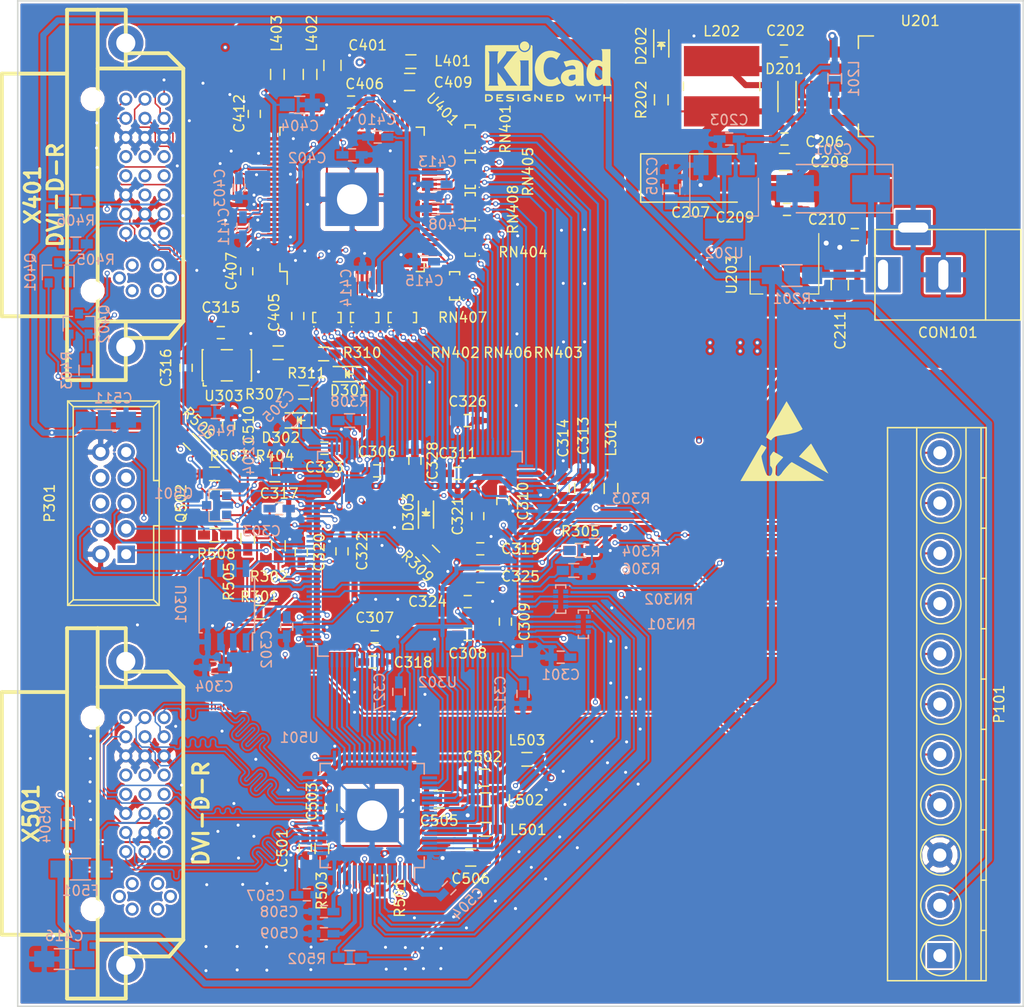
<source format=kicad_pcb>
(kicad_pcb (version 20160815) (host pcbnew "(2016-12-16 revision f631ae27b)-master")

  (general
    (links 476)
    (no_connects 0)
    (area 19.924999 19.924999 120.075001 120.075001)
    (thickness 1.6)
    (drawings 5)
    (tracks 4971)
    (zones 0)
    (modules 138)
    (nets 238)
  )

  (page A4)
  (layers
    (0 F.Cu signal)
    (1 In1.Cu signal)
    (2 In2.Cu signal)
    (31 B.Cu signal)
    (32 B.Adhes user)
    (33 F.Adhes user)
    (34 B.Paste user)
    (35 F.Paste user)
    (36 B.SilkS user)
    (37 F.SilkS user)
    (38 B.Mask user)
    (39 F.Mask user)
    (40 Dwgs.User user)
    (41 Cmts.User user)
    (42 Eco1.User user)
    (43 Eco2.User user)
    (44 Edge.Cuts user)
    (45 Margin user)
    (46 B.CrtYd user)
    (47 F.CrtYd user)
    (48 B.Fab user)
    (49 F.Fab user)
  )

  (setup
    (last_trace_width 0.6)
    (user_trace_width 0.15)
    (user_trace_width 0.2)
    (user_trace_width 0.4)
    (user_trace_width 0.6)
    (user_trace_width 1.5)
    (trace_clearance 0.152)
    (zone_clearance 0.2)
    (zone_45_only no)
    (trace_min 0.15)
    (segment_width 0.2)
    (edge_width 0.15)
    (via_size 0.5)
    (via_drill 0.3)
    (via_min_size 0.5)
    (via_min_drill 0.3)
    (user_via 0.5 0.3)
    (user_via 0.8 0.5)
    (uvia_size 0.3)
    (uvia_drill 0.1)
    (uvias_allowed no)
    (uvia_min_size 0.2)
    (uvia_min_drill 0.1)
    (pcb_text_width 0.3)
    (pcb_text_size 1.5 1.5)
    (mod_edge_width 0.15)
    (mod_text_size 1 1)
    (mod_text_width 0.15)
    (pad_size 3 3)
    (pad_drill 3)
    (pad_to_mask_clearance 0.2)
    (aux_axis_origin 0 0)
    (grid_origin 20 120.025)
    (visible_elements FFFFFFFF)
    (pcbplotparams
      (layerselection 0x010f0_ffffffff)
      (usegerberextensions false)
      (excludeedgelayer true)
      (linewidth 0.100000)
      (plotframeref false)
      (viasonmask false)
      (mode 1)
      (useauxorigin false)
      (hpglpennumber 1)
      (hpglpenspeed 20)
      (hpglpendiameter 15)
      (psnegative false)
      (psa4output false)
      (plotreference true)
      (plotvalue true)
      (plotinvisibletext false)
      (padsonsilk false)
      (subtractmaskfromsilk false)
      (outputformat 1)
      (mirror false)
      (drillshape 0)
      (scaleselection 1)
      (outputdirectory gerber/))
  )

  (net 0 "")
  (net 1 /power/VIN)
  (net 2 GND)
  (net 3 "Net-(C202-Pad2)")
  (net 4 +2V5)
  (net 5 +3V3)
  (net 6 +1V2)
  (net 7 +V_IO)
  (net 8 /dvi_out/TVDD)
  (net 9 "Net-(D201-Pad1)")
  (net 10 "Net-(D202-Pad2)")
  (net 11 "Net-(F501-Pad1)")
  (net 12 +5V)
  (net 13 /GPIO0)
  (net 14 /GPIO1)
  (net 15 /GPIO2)
  (net 16 /GPIO3)
  (net 17 /GPIO4)
  (net 18 /GPIO5)
  (net 19 /GPIO6)
  (net 20 /GPIO7)
  (net 21 "Net-(P301-Pad9)")
  (net 22 "Net-(P301-Pad8)")
  (net 23 "Net-(P301-Pad7)")
  (net 24 "Net-(P301-Pad6)")
  (net 25 "Net-(P301-Pad5)")
  (net 26 "Net-(P301-Pad3)")
  (net 27 "Net-(P301-Pad1)")
  (net 28 /dvi_in/DDCDAT_IN)
  (net 29 /dvi_in/DDCCLK_IN)
  (net 30 /dvi_out/DDCDAT)
  (net 31 /dvi_out/DDCCLK)
  (net 32 "Net-(R301-Pad1)")
  (net 33 "Net-(R302-Pad1)")
  (net 34 "Net-(R303-Pad1)")
  (net 35 "Net-(R304-Pad1)")
  (net 36 "Net-(R305-Pad1)")
  (net 37 "Net-(R306-Pad1)")
  (net 38 /fpga/CLK50)
  (net 39 "Net-(R307-Pad2)")
  (net 40 /dvi_out/TXCLK+)
  (net 41 "Net-(R308-Pad1)")
  (net 42 /fpga/CLKIN)
  (net 43 /dvi_in/HOTPLUG)
  (net 44 "Net-(R501-Pad1)")
  (net 45 /dvi_out/MSEN)
  (net 46 "Net-(R503-Pad2)")
  (net 47 /dvi_out/HOTPLUG)
  (net 48 "Net-(R504-Pad1)")
  (net 49 "Net-(RN301-Pad7)")
  (net 50 "Net-(RN301-Pad6)")
  (net 51 "Net-(RN301-Pad5)")
  (net 52 "Net-(RN301-Pad8)")
  (net 53 /dvi_out/CTL1)
  (net 54 /dvi_out/DE)
  (net 55 /dvi_out/VSYNC)
  (net 56 /dvi_out/HSYNC)
  (net 57 /dvi_out/CTL2)
  (net 58 /dvi_out/CTL3)
  (net 59 "Net-(RN302-Pad8)")
  (net 60 "Net-(RN302-Pad5)")
  (net 61 "Net-(RN302-Pad6)")
  (net 62 "Net-(RN302-Pad7)")
  (net 63 /dvi_in/DE)
  (net 64 /dvi_in/VSYNC)
  (net 65 /dvi_in/HSYNC)
  (net 66 "Net-(RN401-Pad4)")
  (net 67 "Net-(RN401-Pad8)")
  (net 68 "Net-(RN401-Pad5)")
  (net 69 "Net-(RN401-Pad6)")
  (net 70 "Net-(RN401-Pad7)")
  (net 71 "Net-(RN402-Pad7)")
  (net 72 "Net-(RN402-Pad6)")
  (net 73 "Net-(RN402-Pad5)")
  (net 74 "Net-(RN402-Pad8)")
  (net 75 /dvi_in/DATI3)
  (net 76 /dvi_in/DATI2)
  (net 77 /dvi_in/DATI1)
  (net 78 /dvi_in/DATI0)
  (net 79 "Net-(RN403-Pad7)")
  (net 80 "Net-(RN403-Pad6)")
  (net 81 "Net-(RN403-Pad5)")
  (net 82 "Net-(RN403-Pad8)")
  (net 83 /dvi_in/DATI11)
  (net 84 /dvi_in/DATI10)
  (net 85 /dvi_in/DATI9)
  (net 86 /dvi_in/DATI8)
  (net 87 "Net-(RN404-Pad7)")
  (net 88 "Net-(RN404-Pad6)")
  (net 89 "Net-(RN404-Pad5)")
  (net 90 "Net-(RN404-Pad8)")
  (net 91 /dvi_in/DATI19)
  (net 92 /dvi_in/DATI18)
  (net 93 /dvi_in/DATI17)
  (net 94 /dvi_in/DATI16)
  (net 95 "Net-(RN405-Pad7)")
  (net 96 "Net-(RN405-Pad6)")
  (net 97 "Net-(RN405-Pad5)")
  (net 98 "Net-(RN405-Pad8)")
  (net 99 /dvi_in/CTL3)
  (net 100 /dvi_in/CTL2)
  (net 101 /dvi_in/CTL1)
  (net 102 /dvi_in/DATI4)
  (net 103 /dvi_in/DATI5)
  (net 104 /dvi_in/DATI6)
  (net 105 /dvi_in/DATI7)
  (net 106 "Net-(RN406-Pad8)")
  (net 107 "Net-(RN406-Pad5)")
  (net 108 "Net-(RN406-Pad6)")
  (net 109 "Net-(RN406-Pad7)")
  (net 110 /dvi_in/DATI12)
  (net 111 /dvi_in/DATI13)
  (net 112 /dvi_in/DATI14)
  (net 113 /dvi_in/DATI15)
  (net 114 "Net-(RN407-Pad8)")
  (net 115 "Net-(RN407-Pad5)")
  (net 116 "Net-(RN407-Pad6)")
  (net 117 "Net-(RN407-Pad7)")
  (net 118 /dvi_in/DATI20)
  (net 119 /dvi_in/DATI21)
  (net 120 /dvi_in/DATI22)
  (net 121 /dvi_in/DATI23)
  (net 122 "Net-(RN408-Pad8)")
  (net 123 "Net-(RN408-Pad5)")
  (net 124 "Net-(RN408-Pad6)")
  (net 125 "Net-(RN408-Pad7)")
  (net 126 /dvi_out/DATO4)
  (net 127 /dvi_out/DATO5)
  (net 128 /dvi_out/DATO6)
  (net 129 /dvi_out/DATO7)
  (net 130 /dvi_out/DATO12)
  (net 131 /dvi_out/DATO13)
  (net 132 /dvi_out/DATO14)
  (net 133 /dvi_out/DATO15)
  (net 134 /dvi_out/DATO20)
  (net 135 /dvi_out/DATO21)
  (net 136 /dvi_out/DATO22)
  (net 137 /dvi_out/DATO23)
  (net 138 /dvi_out/DATO3)
  (net 139 /dvi_out/DATO2)
  (net 140 /dvi_out/DATO1)
  (net 141 /dvi_out/DATO0)
  (net 142 /dvi_out/DATO11)
  (net 143 /dvi_out/DATO10)
  (net 144 /dvi_out/DATO9)
  (net 145 /dvi_out/DATO8)
  (net 146 /dvi_out/DATO19)
  (net 147 /dvi_out/DATO18)
  (net 148 /dvi_out/DATO17)
  (net 149 /dvi_out/DATO16)
  (net 150 /fpga/DCLK)
  (net 151 /fpga/ASDI)
  (net 152 /fpga/DATA)
  (net 153 /fpga/nCS)
  (net 154 "Net-(U302-Pad127)")
  (net 155 /dvi_in/LINK_ACT)
  (net 156 /dvi_in/PDOWN)
  (net 157 /dvi_out/EDGE)
  (net 158 /dvi_out/DKEN)
  (net 159 "Net-(U303-Pad1)")
  (net 160 "Net-(U401-Pad96)")
  (net 161 /dvi_in/RxC-)
  (net 162 /dvi_in/RxC+)
  (net 163 /dvi_in/Rx0+)
  (net 164 /dvi_in/Rx1-)
  (net 165 /dvi_in/Rx1+)
  (net 166 /dvi_in/Rx2-)
  (net 167 /dvi_in/Rx2+)
  (net 168 "Net-(U401-Pad77)")
  (net 169 "Net-(U401-Pad75)")
  (net 170 "Net-(U401-Pad74)")
  (net 171 "Net-(U401-Pad73)")
  (net 172 "Net-(U401-Pad72)")
  (net 173 "Net-(U401-Pad71)")
  (net 174 "Net-(U401-Pad70)")
  (net 175 "Net-(U401-Pad69)")
  (net 176 "Net-(U401-Pad66)")
  (net 177 "Net-(U401-Pad65)")
  (net 178 "Net-(U401-Pad64)")
  (net 179 "Net-(U401-Pad63)")
  (net 180 "Net-(U401-Pad62)")
  (net 181 "Net-(U401-Pad61)")
  (net 182 "Net-(U401-Pad60)")
  (net 183 "Net-(U401-Pad59)")
  (net 184 "Net-(U401-Pad56)")
  (net 185 "Net-(U401-Pad55)")
  (net 186 "Net-(U401-Pad54)")
  (net 187 "Net-(U401-Pad53)")
  (net 188 "Net-(U401-Pad52)")
  (net 189 "Net-(U401-Pad51)")
  (net 190 "Net-(U401-Pad50)")
  (net 191 "Net-(U401-Pad49)")
  (net 192 "Net-(U501-Pad56)")
  (net 193 "Net-(U501-Pad49)")
  (net 194 /dvi_out/TX2+)
  (net 195 /dvi_out/TX2-)
  (net 196 /dvi_out/TX1+)
  (net 197 /dvi_out/TX1-)
  (net 198 /dvi_out/TX0+)
  (net 199 /dvi_out/TX0-)
  (net 200 /dvi_out/TXC+)
  (net 201 /dvi_out/TXC-)
  (net 202 "Net-(X401-Pad8)")
  (net 203 "Net-(X401-Pad21)")
  (net 204 "Net-(X401-Pad20)")
  (net 205 "Net-(X401-Pad14)")
  (net 206 "Net-(X401-Pad13)")
  (net 207 "Net-(X401-Pad12)")
  (net 208 "Net-(X401-Pad5)")
  (net 209 "Net-(X401-Pad4)")
  (net 210 "Net-(X501-Pad4)")
  (net 211 "Net-(X501-Pad5)")
  (net 212 "Net-(X501-Pad12)")
  (net 213 "Net-(X501-Pad13)")
  (net 214 "Net-(X501-Pad20)")
  (net 215 "Net-(X501-Pad21)")
  (net 216 "Net-(X501-Pad8)")
  (net 217 "Net-(D301-Pad2)")
  (net 218 "Net-(D302-Pad2)")
  (net 219 "Net-(D303-Pad2)")
  (net 220 /dvi_in/Rx0-)
  (net 221 "Net-(U302-Pad99)")
  (net 222 "Net-(U302-Pad84)")
  (net 223 "Net-(U302-Pad83)")
  (net 224 "Net-(RN302-Pad1)")
  (net 225 "Net-(D301-Pad1)")
  (net 226 "Net-(D302-Pad1)")
  (net 227 "Net-(D303-Pad1)")
  (net 228 "Net-(RN301-Pad1)")
  (net 229 /dvi_in/PVDD)
  (net 230 /dvi_in/DVDD)
  (net 231 /dvi_in/AVDD)
  (net 232 /dvi_out/DVDD)
  (net 233 /dvi_out/PVDD)
  (net 234 /dvi_out/DDCDAT_)
  (net 235 /dvi_out/DDCCLK_)
  (net 236 /dvi_in/DDCDAT_)
  (net 237 /dvi_in/DDCCLK_)

  (net_class Default "This is the default net class."
    (clearance 0.152)
    (trace_width 0.2)
    (via_dia 0.5)
    (via_drill 0.3)
    (uvia_dia 0.3)
    (uvia_drill 0.1)
    (diff_pair_gap 0.25)
    (diff_pair_width 0.2)
    (add_net +1V2)
    (add_net +2V5)
    (add_net +3V3)
    (add_net +5V)
    (add_net +V_IO)
    (add_net /GPIO0)
    (add_net /GPIO1)
    (add_net /GPIO2)
    (add_net /GPIO3)
    (add_net /GPIO4)
    (add_net /GPIO5)
    (add_net /GPIO6)
    (add_net /GPIO7)
    (add_net /dvi_in/AVDD)
    (add_net /dvi_in/CTL1)
    (add_net /dvi_in/CTL2)
    (add_net /dvi_in/CTL3)
    (add_net /dvi_in/DATI0)
    (add_net /dvi_in/DATI1)
    (add_net /dvi_in/DATI10)
    (add_net /dvi_in/DATI11)
    (add_net /dvi_in/DATI12)
    (add_net /dvi_in/DATI13)
    (add_net /dvi_in/DATI14)
    (add_net /dvi_in/DATI15)
    (add_net /dvi_in/DATI16)
    (add_net /dvi_in/DATI17)
    (add_net /dvi_in/DATI18)
    (add_net /dvi_in/DATI19)
    (add_net /dvi_in/DATI2)
    (add_net /dvi_in/DATI20)
    (add_net /dvi_in/DATI21)
    (add_net /dvi_in/DATI22)
    (add_net /dvi_in/DATI23)
    (add_net /dvi_in/DATI3)
    (add_net /dvi_in/DATI4)
    (add_net /dvi_in/DATI5)
    (add_net /dvi_in/DATI6)
    (add_net /dvi_in/DATI7)
    (add_net /dvi_in/DATI8)
    (add_net /dvi_in/DATI9)
    (add_net /dvi_in/DDCCLK_)
    (add_net /dvi_in/DDCCLK_IN)
    (add_net /dvi_in/DDCDAT_)
    (add_net /dvi_in/DDCDAT_IN)
    (add_net /dvi_in/DE)
    (add_net /dvi_in/DVDD)
    (add_net /dvi_in/HOTPLUG)
    (add_net /dvi_in/HSYNC)
    (add_net /dvi_in/LINK_ACT)
    (add_net /dvi_in/PDOWN)
    (add_net /dvi_in/PVDD)
    (add_net /dvi_in/Rx0+)
    (add_net /dvi_in/Rx0-)
    (add_net /dvi_in/Rx1+)
    (add_net /dvi_in/Rx1-)
    (add_net /dvi_in/Rx2+)
    (add_net /dvi_in/Rx2-)
    (add_net /dvi_in/RxC+)
    (add_net /dvi_in/RxC-)
    (add_net /dvi_in/VSYNC)
    (add_net /dvi_out/CTL1)
    (add_net /dvi_out/CTL2)
    (add_net /dvi_out/CTL3)
    (add_net /dvi_out/DATO0)
    (add_net /dvi_out/DATO1)
    (add_net /dvi_out/DATO10)
    (add_net /dvi_out/DATO11)
    (add_net /dvi_out/DATO12)
    (add_net /dvi_out/DATO13)
    (add_net /dvi_out/DATO14)
    (add_net /dvi_out/DATO15)
    (add_net /dvi_out/DATO16)
    (add_net /dvi_out/DATO17)
    (add_net /dvi_out/DATO18)
    (add_net /dvi_out/DATO19)
    (add_net /dvi_out/DATO2)
    (add_net /dvi_out/DATO20)
    (add_net /dvi_out/DATO21)
    (add_net /dvi_out/DATO22)
    (add_net /dvi_out/DATO23)
    (add_net /dvi_out/DATO3)
    (add_net /dvi_out/DATO4)
    (add_net /dvi_out/DATO5)
    (add_net /dvi_out/DATO6)
    (add_net /dvi_out/DATO7)
    (add_net /dvi_out/DATO8)
    (add_net /dvi_out/DATO9)
    (add_net /dvi_out/DDCCLK)
    (add_net /dvi_out/DDCCLK_)
    (add_net /dvi_out/DDCDAT)
    (add_net /dvi_out/DDCDAT_)
    (add_net /dvi_out/DE)
    (add_net /dvi_out/DKEN)
    (add_net /dvi_out/DVDD)
    (add_net /dvi_out/EDGE)
    (add_net /dvi_out/HOTPLUG)
    (add_net /dvi_out/HSYNC)
    (add_net /dvi_out/MSEN)
    (add_net /dvi_out/PVDD)
    (add_net /dvi_out/TVDD)
    (add_net /dvi_out/TX0+)
    (add_net /dvi_out/TX0-)
    (add_net /dvi_out/TX1+)
    (add_net /dvi_out/TX1-)
    (add_net /dvi_out/TX2+)
    (add_net /dvi_out/TX2-)
    (add_net /dvi_out/TXC+)
    (add_net /dvi_out/TXC-)
    (add_net /dvi_out/TXCLK+)
    (add_net /dvi_out/VSYNC)
    (add_net /fpga/ASDI)
    (add_net /fpga/CLK50)
    (add_net /fpga/CLKIN)
    (add_net /fpga/DATA)
    (add_net /fpga/DCLK)
    (add_net /fpga/nCS)
    (add_net /power/VIN)
    (add_net GND)
    (add_net "Net-(C202-Pad2)")
    (add_net "Net-(D201-Pad1)")
    (add_net "Net-(D202-Pad2)")
    (add_net "Net-(D301-Pad1)")
    (add_net "Net-(D301-Pad2)")
    (add_net "Net-(D302-Pad1)")
    (add_net "Net-(D302-Pad2)")
    (add_net "Net-(D303-Pad1)")
    (add_net "Net-(D303-Pad2)")
    (add_net "Net-(F501-Pad1)")
    (add_net "Net-(P301-Pad1)")
    (add_net "Net-(P301-Pad3)")
    (add_net "Net-(P301-Pad5)")
    (add_net "Net-(P301-Pad6)")
    (add_net "Net-(P301-Pad7)")
    (add_net "Net-(P301-Pad8)")
    (add_net "Net-(P301-Pad9)")
    (add_net "Net-(R301-Pad1)")
    (add_net "Net-(R302-Pad1)")
    (add_net "Net-(R303-Pad1)")
    (add_net "Net-(R304-Pad1)")
    (add_net "Net-(R305-Pad1)")
    (add_net "Net-(R306-Pad1)")
    (add_net "Net-(R307-Pad2)")
    (add_net "Net-(R308-Pad1)")
    (add_net "Net-(R501-Pad1)")
    (add_net "Net-(R503-Pad2)")
    (add_net "Net-(R504-Pad1)")
    (add_net "Net-(RN301-Pad1)")
    (add_net "Net-(RN301-Pad5)")
    (add_net "Net-(RN301-Pad6)")
    (add_net "Net-(RN301-Pad7)")
    (add_net "Net-(RN301-Pad8)")
    (add_net "Net-(RN302-Pad1)")
    (add_net "Net-(RN302-Pad5)")
    (add_net "Net-(RN302-Pad6)")
    (add_net "Net-(RN302-Pad7)")
    (add_net "Net-(RN302-Pad8)")
    (add_net "Net-(RN401-Pad4)")
    (add_net "Net-(RN401-Pad5)")
    (add_net "Net-(RN401-Pad6)")
    (add_net "Net-(RN401-Pad7)")
    (add_net "Net-(RN401-Pad8)")
    (add_net "Net-(RN402-Pad5)")
    (add_net "Net-(RN402-Pad6)")
    (add_net "Net-(RN402-Pad7)")
    (add_net "Net-(RN402-Pad8)")
    (add_net "Net-(RN403-Pad5)")
    (add_net "Net-(RN403-Pad6)")
    (add_net "Net-(RN403-Pad7)")
    (add_net "Net-(RN403-Pad8)")
    (add_net "Net-(RN404-Pad5)")
    (add_net "Net-(RN404-Pad6)")
    (add_net "Net-(RN404-Pad7)")
    (add_net "Net-(RN404-Pad8)")
    (add_net "Net-(RN405-Pad5)")
    (add_net "Net-(RN405-Pad6)")
    (add_net "Net-(RN405-Pad7)")
    (add_net "Net-(RN405-Pad8)")
    (add_net "Net-(RN406-Pad5)")
    (add_net "Net-(RN406-Pad6)")
    (add_net "Net-(RN406-Pad7)")
    (add_net "Net-(RN406-Pad8)")
    (add_net "Net-(RN407-Pad5)")
    (add_net "Net-(RN407-Pad6)")
    (add_net "Net-(RN407-Pad7)")
    (add_net "Net-(RN407-Pad8)")
    (add_net "Net-(RN408-Pad5)")
    (add_net "Net-(RN408-Pad6)")
    (add_net "Net-(RN408-Pad7)")
    (add_net "Net-(RN408-Pad8)")
    (add_net "Net-(U302-Pad127)")
    (add_net "Net-(U302-Pad83)")
    (add_net "Net-(U302-Pad84)")
    (add_net "Net-(U302-Pad99)")
    (add_net "Net-(U303-Pad1)")
    (add_net "Net-(U401-Pad49)")
    (add_net "Net-(U401-Pad50)")
    (add_net "Net-(U401-Pad51)")
    (add_net "Net-(U401-Pad52)")
    (add_net "Net-(U401-Pad53)")
    (add_net "Net-(U401-Pad54)")
    (add_net "Net-(U401-Pad55)")
    (add_net "Net-(U401-Pad56)")
    (add_net "Net-(U401-Pad59)")
    (add_net "Net-(U401-Pad60)")
    (add_net "Net-(U401-Pad61)")
    (add_net "Net-(U401-Pad62)")
    (add_net "Net-(U401-Pad63)")
    (add_net "Net-(U401-Pad64)")
    (add_net "Net-(U401-Pad65)")
    (add_net "Net-(U401-Pad66)")
    (add_net "Net-(U401-Pad69)")
    (add_net "Net-(U401-Pad70)")
    (add_net "Net-(U401-Pad71)")
    (add_net "Net-(U401-Pad72)")
    (add_net "Net-(U401-Pad73)")
    (add_net "Net-(U401-Pad74)")
    (add_net "Net-(U401-Pad75)")
    (add_net "Net-(U401-Pad77)")
    (add_net "Net-(U401-Pad96)")
    (add_net "Net-(U501-Pad49)")
    (add_net "Net-(U501-Pad56)")
    (add_net "Net-(X401-Pad12)")
    (add_net "Net-(X401-Pad13)")
    (add_net "Net-(X401-Pad14)")
    (add_net "Net-(X401-Pad20)")
    (add_net "Net-(X401-Pad21)")
    (add_net "Net-(X401-Pad4)")
    (add_net "Net-(X401-Pad5)")
    (add_net "Net-(X401-Pad8)")
    (add_net "Net-(X501-Pad12)")
    (add_net "Net-(X501-Pad13)")
    (add_net "Net-(X501-Pad20)")
    (add_net "Net-(X501-Pad21)")
    (add_net "Net-(X501-Pad4)")
    (add_net "Net-(X501-Pad5)")
    (add_net "Net-(X501-Pad8)")
  )

  (module Capacitors_Tantalum_SMD:Tantalum_Case-D_EIA-7343-31_Hand (layer F.Cu) (tedit 57B6E980) (tstamp 586EAA66)
    (at 87.9 37.625)
    (descr "Tantalum capacitor, Case D, EIA 7343-31, 7.3x4.3x2.8mm, Hand soldering footprint")
    (tags "capacitor tantalum smd")
    (path /5839A46D/5839CB5E)
    (attr smd)
    (fp_text reference C207 (at -0.99 3.43) (layer F.SilkS)
      (effects (font (size 1 1) (thickness 0.15)))
    )
    (fp_text value 100u (at 0 3.9) (layer F.Fab)
      (effects (font (size 1 1) (thickness 0.15)))
    )
    (fp_line (start -6.05 -2.5) (end -6.05 2.5) (layer F.CrtYd) (width 0.05))
    (fp_line (start -6.05 2.5) (end 6.05 2.5) (layer F.CrtYd) (width 0.05))
    (fp_line (start 6.05 2.5) (end 6.05 -2.5) (layer F.CrtYd) (width 0.05))
    (fp_line (start 6.05 -2.5) (end -6.05 -2.5) (layer F.CrtYd) (width 0.05))
    (fp_line (start -3.65 -2.15) (end -3.65 2.15) (layer F.Fab) (width 0.15))
    (fp_line (start -3.65 2.15) (end 3.65 2.15) (layer F.Fab) (width 0.15))
    (fp_line (start 3.65 2.15) (end 3.65 -2.15) (layer F.Fab) (width 0.15))
    (fp_line (start 3.65 -2.15) (end -3.65 -2.15) (layer F.Fab) (width 0.15))
    (fp_line (start -2.92 -2.15) (end -2.92 2.15) (layer F.Fab) (width 0.15))
    (fp_line (start -2.555 -2.15) (end -2.555 2.15) (layer F.Fab) (width 0.15))
    (fp_line (start -5.95 -2.4) (end 3.65 -2.4) (layer F.SilkS) (width 0.15))
    (fp_line (start -5.95 2.4) (end 3.65 2.4) (layer F.SilkS) (width 0.15))
    (fp_line (start -5.95 -2.4) (end -5.95 2.4) (layer F.SilkS) (width 0.15))
    (pad 1 smd rect (at -3.775 0) (size 3.75 2.7) (layers F.Cu F.Paste F.Mask)
      (net 5 +3V3))
    (pad 2 smd rect (at 3.775 0) (size 3.75 2.7) (layers F.Cu F.Paste F.Mask)
      (net 2 GND))
    (model Capacitors_Tantalum_SMD.3dshapes/Tantalum_Case-D_EIA-7343-31.wrl
      (at (xyz 0 0 0))
      (scale (xyz 1 1 1))
      (rotate (xyz 0 0 0))
    )
  )

  (module artwork:shimatta_std (layer F.Cu) (tedit 0) (tstamp 58695997)
    (at 89.5 112.525)
    (fp_text reference G*** (at 0 0) (layer F.SilkS) hide
      (effects (font (thickness 0.3)))
    )
    (fp_text value LOGO (at 0.75 0) (layer F.SilkS) hide
      (effects (font (thickness 0.3)))
    )
    (fp_poly (pts (xy 10.868794 -0.34663) (xy 10.940082 -0.344725) (xy 11.001581 -0.340759) (xy 11.054456 -0.334558)
      (xy 11.099874 -0.325943) (xy 11.138999 -0.314739) (xy 11.172997 -0.300768) (xy 11.203034 -0.283854)
      (xy 11.230276 -0.263821) (xy 11.255887 -0.240491) (xy 11.256462 -0.239919) (xy 11.289334 -0.201111)
      (xy 11.312259 -0.15891) (xy 11.326574 -0.110035) (xy 11.333618 -0.05121) (xy 11.333643 -0.0508)
      (xy 11.332569 0.023291) (xy 11.320361 0.089289) (xy 11.297275 0.146655) (xy 11.263566 0.19485)
      (xy 11.219491 0.233333) (xy 11.190884 0.250184) (xy 11.170271 0.260221) (xy 11.150623 0.268525)
      (xy 11.130272 0.275304) (xy 11.107549 0.280766) (xy 11.080783 0.285117) (xy 11.048306 0.288565)
      (xy 11.008448 0.291317) (xy 10.959541 0.29358) (xy 10.899914 0.295563) (xy 10.827899 0.297472)
      (xy 10.805885 0.298007) (xy 10.501253 0.308642) (xy 10.207708 0.325718) (xy 9.923258 0.349393)
      (xy 9.645907 0.379823) (xy 9.470624 0.402998) (xy 9.411807 0.410902) (xy 9.364278 0.416192)
      (xy 9.325062 0.418954) (xy 9.291185 0.41927) (xy 9.259672 0.417223) (xy 9.227549 0.412897)
      (xy 9.212169 0.410241) (xy 9.144467 0.392017) (xy 9.087321 0.363849) (xy 9.040745 0.325747)
      (xy 9.004755 0.277724) (xy 8.992925 0.254871) (xy 8.980849 0.218141) (xy 8.973005 0.172373)
      (xy 8.969757 0.122517) (xy 8.971468 0.073524) (xy 8.976926 0.037019) (xy 8.997827 -0.025291)
      (xy 9.0312 -0.080963) (xy 9.075937 -0.128488) (xy 9.122686 -0.16171) (xy 9.147207 -0.17458)
      (xy 9.175393 -0.186432) (xy 9.208483 -0.197521) (xy 9.247713 -0.208107) (xy 9.294321 -0.218445)
      (xy 9.349544 -0.228794) (xy 9.414619 -0.23941) (xy 9.490782 -0.250551) (xy 9.579273 -0.262474)
      (xy 9.652 -0.271774) (xy 9.800914 -0.289224) (xy 9.950405 -0.304133) (xy 10.103324 -0.316716)
      (xy 10.262527 -0.327186) (xy 10.430867 -0.335758) (xy 10.584543 -0.341755) (xy 10.69219 -0.344969)
      (xy 10.786552 -0.346653) (xy 10.868794 -0.34663)) (layer F.Mask) (width 0.01))
    (fp_poly (pts (xy 3.280686 -0.880939) (xy 3.34556 -0.879771) (xy 3.402872 -0.877617) (xy 3.449973 -0.87446)
      (xy 3.472543 -0.872037) (xy 3.61367 -0.849571) (xy 3.744701 -0.82007) (xy 3.868701 -0.782621)
      (xy 3.988736 -0.73631) (xy 4.096467 -0.686017) (xy 4.193868 -0.632986) (xy 4.288297 -0.574006)
      (xy 4.3772 -0.510941) (xy 4.458022 -0.445653) (xy 4.528209 -0.380007) (xy 4.555365 -0.351156)
      (xy 4.639992 -0.246318) (xy 4.713364 -0.13273) (xy 4.774921 -0.011455) (xy 4.824102 0.116443)
      (xy 4.850885 0.209423) (xy 4.879181 0.347701) (xy 4.896607 0.490707) (xy 4.903125 0.635529)
      (xy 4.898699 0.779253) (xy 4.88329 0.918966) (xy 4.861451 1.032728) (xy 4.824346 1.160933)
      (xy 4.77372 1.287533) (xy 4.710565 1.41087) (xy 4.635874 1.529285) (xy 4.550639 1.641117)
      (xy 4.455854 1.744709) (xy 4.40832 1.79005) (xy 4.299338 1.882172) (xy 4.177612 1.971762)
      (xy 4.04482 2.057926) (xy 3.902638 2.139772) (xy 3.752745 2.216408) (xy 3.596818 2.286942)
      (xy 3.436534 2.350482) (xy 3.27357 2.406135) (xy 3.218543 2.422898) (xy 3.139899 2.444368)
      (xy 3.049468 2.466013) (xy 2.949959 2.487315) (xy 2.844082 2.507761) (xy 2.734547 2.526832)
      (xy 2.624065 2.544015) (xy 2.515345 2.558792) (xy 2.485571 2.56243) (xy 2.428012 2.568359)
      (xy 2.365313 2.573218) (xy 2.299907 2.576957) (xy 2.234229 2.579525) (xy 2.17071 2.580872)
      (xy 2.111786 2.580947) (xy 2.05989 2.579698) (xy 2.017454 2.577077) (xy 1.986913 2.573032)
      (xy 1.985844 2.572813) (xy 1.91558 2.552339) (xy 1.8565 2.522842) (xy 1.808841 2.484627)
      (xy 1.772841 2.437998) (xy 1.748736 2.38326) (xy 1.736764 2.320717) (xy 1.736929 2.253327)
      (xy 1.748307 2.186275) (xy 1.77048 2.128668) (xy 1.803758 2.079916) (xy 1.848452 2.039427)
      (xy 1.849677 2.038544) (xy 1.877767 2.020506) (xy 1.908228 2.005555) (xy 1.943115 1.993169)
      (xy 1.984481 1.982826) (xy 2.034379 1.974007) (xy 2.094863 1.966188) (xy 2.161084 1.959481)
      (xy 2.311846 1.944454) (xy 2.450169 1.928139) (xy 2.578102 1.910074) (xy 2.697697 1.889796)
      (xy 2.811005 1.866842) (xy 2.920076 1.84075) (xy 3.026962 1.811058) (xy 3.133714 1.777303)
      (xy 3.242382 1.739022) (xy 3.355017 1.695754) (xy 3.386254 1.683205) (xy 3.439042 1.660814)
      (xy 3.498085 1.634078) (xy 3.560068 1.604637) (xy 3.621674 1.574131) (xy 3.679588 1.5442)
      (xy 3.730494 1.516484) (xy 3.76929 1.493734) (xy 3.863531 1.428613) (xy 3.952139 1.353949)
      (xy 4.033116 1.271853) (xy 4.104465 1.184435) (xy 4.16419 1.093803) (xy 4.186568 1.052873)
      (xy 4.225348 0.967344) (xy 4.253373 0.882119) (xy 4.271449 0.793702) (xy 4.280379 0.698597)
      (xy 4.281685 0.639641) (xy 4.277001 0.527464) (xy 4.262763 0.425302) (xy 4.238591 0.331924)
      (xy 4.204105 0.2461) (xy 4.158926 0.166599) (xy 4.119 0.11188) (xy 4.060291 0.048463)
      (xy 3.988142 -0.012032) (xy 3.902275 -0.06981) (xy 3.802411 -0.125073) (xy 3.778387 -0.136985)
      (xy 3.681686 -0.179417) (xy 3.583439 -0.212975) (xy 3.48168 -0.237992) (xy 3.374444 -0.254803)
      (xy 3.259766 -0.263742) (xy 3.13568 -0.265143) (xy 3.043531 -0.261888) (xy 2.888029 -0.251649)
      (xy 2.734088 -0.236994) (xy 2.580213 -0.217612) (xy 2.424912 -0.193189) (xy 2.26669 -0.163413)
      (xy 2.104054 -0.127969) (xy 1.93551 -0.086547) (xy 1.759564 -0.038832) (xy 1.574722 0.015488)
      (xy 1.379491 0.076726) (xy 1.29428 0.104504) (xy 1.212487 0.131377) (xy 1.14306 0.153997)
      (xy 1.08461 0.172751) (xy 1.035751 0.188021) (xy 0.995094 0.200194) (xy 0.961252 0.209655)
      (xy 0.932836 0.216787) (xy 0.908459 0.221977) (xy 0.886733 0.225608) (xy 0.86627 0.228067)
      (xy 0.845683 0.229737) (xy 0.841828 0.229985) (xy 0.770694 0.22918) (xy 0.705988 0.217912)
      (xy 0.648912 0.196762) (xy 0.60067 0.166307) (xy 0.562463 0.127129) (xy 0.536857 0.083059)
      (xy 0.516575 0.01964) (xy 0.509485 -0.04353) (xy 0.515258 -0.10471) (xy 0.533566 -0.162158)
      (xy 0.564078 -0.214131) (xy 0.6005 -0.25372) (xy 0.627556 -0.275729) (xy 0.658526 -0.29656)
      (xy 0.694993 -0.316941) (xy 0.738543 -0.337601) (xy 0.790758 -0.359268) (xy 0.853223 -0.382671)
      (xy 0.927522 -0.40854) (xy 0.962785 -0.420363) (xy 1.235996 -0.508259) (xy 1.498548 -0.586824)
      (xy 1.750821 -0.656148) (xy 1.993199 -0.71632) (xy 2.226063 -0.767428) (xy 2.449796 -0.809563)
      (xy 2.664779 -0.842814) (xy 2.871395 -0.86727) (xy 2.881085 -0.868221) (xy 2.935666 -0.872605)
      (xy 2.998589 -0.876105) (xy 3.067203 -0.878706) (xy 3.138857 -0.88039) (xy 3.210902 -0.88114)
      (xy 3.280686 -0.880939)) (layer F.Mask) (width 0.01))
    (fp_poly (pts (xy 9.003608 1.085203) (xy 9.056887 1.097351) (xy 9.102289 1.118483) (xy 9.136442 1.144109)
      (xy 9.162501 1.170161) (xy 9.183639 1.197962) (xy 9.200436 1.229422) (xy 9.213471 1.266452)
      (xy 9.223323 1.310961) (xy 9.230572 1.364858) (xy 9.235796 1.430055) (xy 9.238428 1.480457)
      (xy 9.242463 1.556719) (xy 9.247451 1.620598) (xy 9.253768 1.674212) (xy 9.261789 1.719683)
      (xy 9.27189 1.759128) (xy 9.284448 1.794667) (xy 9.299837 1.828421) (xy 9.300281 1.8293)
      (xy 9.32368 1.861058) (xy 9.36009 1.889396) (xy 9.409773 1.914428) (xy 9.472988 1.936271)
      (xy 9.549997 1.955039) (xy 9.608457 1.96579) (xy 9.659854 1.973801) (xy 9.709141 1.980441)
      (xy 9.758607 1.98587) (xy 9.810543 1.990245) (xy 9.86724 1.993727) (xy 9.930987 1.996474)
      (xy 10.004074 1.998645) (xy 10.088793 2.000399) (xy 10.112828 2.000803) (xy 10.344931 2.000686)
      (xy 10.574631 1.992926) (xy 10.799511 1.977698) (xy 11.017155 1.955179) (xy 11.225147 1.925543)
      (xy 11.283945 1.915532) (xy 11.323332 1.909019) (xy 11.353394 1.905485) (xy 11.37896 1.904703)
      (xy 11.404859 1.906445) (xy 11.424674 1.908893) (xy 11.494816 1.923371) (xy 11.553352 1.946196)
      (xy 11.600789 1.977718) (xy 11.637635 2.018289) (xy 11.664396 2.068258) (xy 11.667708 2.076961)
      (xy 11.674691 2.105256) (xy 11.679662 2.14325) (xy 11.682423 2.186242) (xy 11.682775 2.229529)
      (xy 11.680518 2.26841) (xy 11.676827 2.29262) (xy 11.655383 2.357769) (xy 11.621693 2.415438)
      (xy 11.576172 2.465251) (xy 11.51923 2.506833) (xy 11.451281 2.539807) (xy 11.381702 2.561655)
      (xy 11.342402 2.569881) (xy 11.29029 2.578484) (xy 11.227059 2.587284) (xy 11.154403 2.596097)
      (xy 11.074012 2.604743) (xy 10.987579 2.61304) (xy 10.896797 2.620806) (xy 10.803359 2.62786)
      (xy 10.708955 2.634021) (xy 10.705281 2.63424) (xy 10.652261 2.63689) (xy 10.589033 2.639219)
      (xy 10.517978 2.641203) (xy 10.441476 2.642822) (xy 10.36191 2.644053) (xy 10.281658 2.644874)
      (xy 10.203102 2.645263) (xy 10.128622 2.645198) (xy 10.0606 2.644658) (xy 10.001415 2.643619)
      (xy 9.953449 2.64206) (xy 9.938657 2.641327) (xy 9.768481 2.628296) (xy 9.611394 2.609042)
      (xy 9.467369 2.583557) (xy 9.336381 2.551835) (xy 9.218402 2.51387) (xy 9.113406 2.469654)
      (xy 9.021367 2.419181) (xy 8.998233 2.404142) (xy 8.936306 2.355572) (xy 8.876387 2.295797)
      (xy 8.821128 2.228111) (xy 8.77318 2.155807) (xy 8.735198 2.08218) (xy 8.730868 2.072055)
      (xy 8.707215 2.00826) (xy 8.685371 1.936098) (xy 8.66712 1.861716) (xy 8.660844 1.8307)
      (xy 8.655793 1.795362) (xy 8.651582 1.749235) (xy 8.648253 1.695121) (xy 8.645849 1.635825)
      (xy 8.644412 1.574151) (xy 8.643985 1.512901) (xy 8.64461 1.45488) (xy 8.646328 1.402892)
      (xy 8.649184 1.359739) (xy 8.653218 1.328227) (xy 8.65325 1.328057) (xy 8.671645 1.258488)
      (xy 8.698511 1.200675) (xy 8.734046 1.154447) (xy 8.778447 1.119634) (xy 8.831912 1.096067)
      (xy 8.894638 1.083576) (xy 8.940188 1.081315) (xy 9.003608 1.085203)) (layer F.Mask) (width 0.01))
    (fp_poly (pts (xy -11.3068 -2.522042) (xy -11.243523 -2.508415) (xy -11.18998 -2.484867) (xy -11.145174 -2.450712)
      (xy -11.108109 -2.405266) (xy -11.077788 -2.347845) (xy -11.062557 -2.307771) (xy -11.061106 -2.303062)
      (xy -11.05976 -2.297493) (xy -11.058513 -2.290514) (xy -11.057361 -2.281571) (xy -11.056298 -2.270114)
      (xy -11.055319 -2.255589) (xy -11.054417 -2.237446) (xy -11.053589 -2.215132) (xy -11.052827 -2.188096)
      (xy -11.052128 -2.155784) (xy -11.051485 -2.117645) (xy -11.050893 -2.073128) (xy -11.050346 -2.02168)
      (xy -11.04984 -1.962749) (xy -11.049369 -1.895784) (xy -11.048927 -1.820232) (xy -11.048509 -1.735541)
      (xy -11.04811 -1.64116) (xy -11.047724 -1.536535) (xy -11.047346 -1.421117) (xy -11.04697 -1.294351)
      (xy -11.046591 -1.155687) (xy -11.046203 -1.004573) (xy -11.045802 -0.840455) (xy -11.045381 -0.662784)
      (xy -11.045055 -0.522514) (xy -11.044621 -0.331929) (xy -11.044228 -0.155283) (xy -11.043859 0.008)
      (xy -11.043503 0.158496) (xy -11.043145 0.296779) (xy -11.042771 0.423427) (xy -11.042368 0.539013)
      (xy -11.041921 0.644114) (xy -11.041417 0.739305) (xy -11.040843 0.825162) (xy -11.040184 0.90226)
      (xy -11.039426 0.971175) (xy -11.038556 1.032482) (xy -11.037561 1.086757) (xy -11.036425 1.134576)
      (xy -11.035136 1.176514) (xy -11.033679 1.213146) (xy -11.032041 1.245049) (xy -11.030209 1.272797)
      (xy -11.028167 1.296966) (xy -11.025903 1.318133) (xy -11.023403 1.336871) (xy -11.020653 1.353757)
      (xy -11.017638 1.369367) (xy -11.014346 1.384276) (xy -11.010763 1.399059) (xy -11.006874 1.414293)
      (xy -11.002666 1.430552) (xy -10.998125 1.448412) (xy -10.997798 1.449724) (xy -10.964594 1.558686)
      (xy -10.922022 1.656604) (xy -10.87005 1.743504) (xy -10.808644 1.819409) (xy -10.737771 1.884342)
      (xy -10.6574 1.938328) (xy -10.567497 1.98139) (xy -10.468029 2.013553) (xy -10.358964 2.03484)
      (xy -10.24027 2.045275) (xy -10.18084 2.046437) (xy -10.02365 2.040231) (xy -9.8725 2.021965)
      (xy -9.72797 1.991807) (xy -9.590642 1.949924) (xy -9.461096 1.896487) (xy -9.339913 1.831662)
      (xy -9.260323 1.779565) (xy -9.187902 1.722827) (xy -9.111738 1.652849) (xy -9.032329 1.570273)
      (xy -8.950172 1.475739) (xy -8.865765 1.369888) (xy -8.779606 1.253362) (xy -8.692193 1.126801)
      (xy -8.604024 0.990846) (xy -8.515598 0.846139) (xy -8.456603 0.744866) (xy -8.420295 0.681984)
      (xy -8.389599 0.630434) (xy -8.363414 0.588677) (xy -8.340642 0.555175) (xy -8.320185 0.52839)
      (xy -8.300944 0.506783) (xy -8.28182 0.488815) (xy -8.263208 0.474045) (xy -8.214168 0.444068)
      (xy -8.164588 0.42726) (xy -8.110878 0.422597) (xy -8.087241 0.423921) (xy -8.016328 0.43535)
      (xy -7.956351 0.456006) (xy -7.906749 0.48626) (xy -7.866959 0.526481) (xy -7.836418 0.57704)
      (xy -7.82912 0.593917) (xy -7.822484 0.612165) (xy -7.817901 0.630107) (xy -7.815007 0.650993)
      (xy -7.813441 0.678075) (xy -7.812837 0.714605) (xy -7.812785 0.740229) (xy -7.813068 0.783475)
      (xy -7.814142 0.815935) (xy -7.816453 0.841334) (xy -7.820449 0.863396) (xy -7.826575 0.885845)
      (xy -7.832408 0.903897) (xy -7.851583 0.954021) (xy -7.878322 1.012108) (xy -7.912937 1.078718)
      (xy -7.95574 1.154407) (xy -8.007042 1.239733) (xy -8.067153 1.335253) (xy -8.111874 1.404257)
      (xy -8.184605 1.512428) (xy -8.259972 1.618994) (xy -8.336751 1.722437) (xy -8.413714 1.821243)
      (xy -8.489636 1.913893) (xy -8.563289 1.998871) (xy -8.633448 2.07466) (xy -8.698886 2.139743)
      (xy -8.728507 2.166955) (xy -8.860206 2.275387) (xy -8.997401 2.370806) (xy -9.140585 2.453429)
      (xy -9.290251 2.523473) (xy -9.446893 2.581154) (xy -9.611006 2.626689) (xy -9.783083 2.660295)
      (xy -9.884229 2.674116) (xy -9.919679 2.67748) (xy -9.965044 2.680623) (xy -10.01747 2.683457)
      (xy -10.074102 2.685893) (xy -10.132084 2.687841) (xy -10.188562 2.689214) (xy -10.240682 2.689922)
      (xy -10.285588 2.689876) (xy -10.320426 2.688988) (xy -10.334172 2.688116) (xy -10.416848 2.680487)
      (xy -10.487731 2.672889) (xy -10.549531 2.664887) (xy -10.604963 2.656048) (xy -10.656738 2.645936)
      (xy -10.70757 2.634117) (xy -10.76017 2.620157) (xy -10.762343 2.61955) (xy -10.895114 2.575667)
      (xy -11.018016 2.521153) (xy -11.131009 2.456059) (xy -11.234049 2.380436) (xy -11.327095 2.294335)
      (xy -11.410105 2.197808) (xy -11.483037 2.090905) (xy -11.545849 1.973679) (xy -11.598497 1.84618)
      (xy -11.640942 1.708459) (xy -11.673139 1.560568) (xy -11.683136 1.4986) (xy -11.686392 1.47592)
      (xy -11.68941 1.453712) (xy -11.692198 1.431387) (xy -11.694765 1.408356) (xy -11.697119 1.384029)
      (xy -11.699267 1.357817) (xy -11.701218 1.32913) (xy -11.702981 1.29738) (xy -11.704563 1.261978)
      (xy -11.705972 1.222333) (xy -11.707217 1.177857) (xy -11.708306 1.12796) (xy -11.709247 1.072053)
      (xy -11.710049 1.009548) (xy -11.710719 0.939853) (xy -11.711265 0.862381) (xy -11.711696 0.776542)
      (xy -11.71202 0.681747) (xy -11.712245 0.577406) (xy -11.71238 0.46293) (xy -11.712432 0.337731)
      (xy -11.712409 0.201217) (xy -11.71232 0.052801) (xy -11.712174 -0.108106) (xy -11.711977 -0.282095)
      (xy -11.711739 -0.469755) (xy -11.711625 -0.555171) (xy -11.711372 -0.740789) (xy -11.711126 -0.912453)
      (xy -11.710882 -1.070721) (xy -11.710637 -1.216155) (xy -11.710384 -1.349313) (xy -11.71012 -1.470756)
      (xy -11.709839 -1.581042) (xy -11.709536 -1.680732) (xy -11.709207 -1.770386) (xy -11.708846 -1.850563)
      (xy -11.708449 -1.921822) (xy -11.708011 -1.984725) (xy -11.707527 -2.039829) (xy -11.706992 -2.087696)
      (xy -11.706401 -2.128884) (xy -11.70575 -2.163954) (xy -11.705033 -2.193465) (xy -11.704245 -2.217977)
      (xy -11.703382 -2.238049) (xy -11.70244 -2.254242) (xy -11.701412 -2.267115) (xy -11.700294 -2.277228)
      (xy -11.699081 -2.28514) (xy -11.697768 -2.291411) (xy -11.696452 -2.296269) (xy -11.671006 -2.363617)
      (xy -11.638473 -2.4186) (xy -11.598168 -2.461718) (xy -11.549406 -2.493472) (xy -11.491502 -2.514359)
      (xy -11.42377 -2.524881) (xy -11.380808 -2.526432) (xy -11.3068 -2.522042)) (layer F.Mask) (width 0.01))
    (fp_poly (pts (xy -3.559915 -2.67363) (xy -3.527662 -2.672116) (xy -3.502924 -2.669038) (xy -3.482216 -2.664033)
      (xy -3.470809 -2.660152) (xy -3.415622 -2.632162) (xy -3.368679 -2.592564) (xy -3.330749 -2.542186)
      (xy -3.302598 -2.481862) (xy -3.300523 -2.475831) (xy -3.296805 -2.464283) (xy -3.293693 -2.452885)
      (xy -3.291121 -2.440254) (xy -3.289024 -2.425013) (xy -3.287338 -2.405779) (xy -3.285999 -2.381174)
      (xy -3.284941 -2.349817) (xy -3.2841 -2.310328) (xy -3.283411 -2.261328) (xy -3.28281 -2.201435)
      (xy -3.282231 -2.129271) (xy -3.281853 -2.077347) (xy -3.279345 -1.727181) (xy -3.230801 -1.730904)
      (xy -3.206695 -1.732626) (xy -3.171856 -1.73495) (xy -3.130042 -1.737632) (xy -3.08501 -1.740429)
      (xy -3.058886 -1.74201) (xy -2.881272 -1.753814) (xy -2.698095 -1.768205) (xy -2.51397 -1.784758)
      (xy -2.333515 -1.803049) (xy -2.161343 -1.822655) (xy -2.104572 -1.829664) (xy -2.021747 -1.839307)
      (xy -1.951374 -1.845543) (xy -1.891768 -1.848244) (xy -1.841242 -1.847281) (xy -1.798109 -1.842527)
      (xy -1.760683 -1.833853) (xy -1.727278 -1.821131) (xy -1.696207 -1.804233) (xy -1.686432 -1.797889)
      (xy -1.641947 -1.759253) (xy -1.606472 -1.709427) (xy -1.588388 -1.671191) (xy -1.581081 -1.650724)
      (xy -1.576239 -1.630607) (xy -1.573383 -1.607046) (xy -1.57204 -1.576247) (xy -1.571728 -1.538514)
      (xy -1.57211 -1.497732) (xy -1.573571 -1.467667) (xy -1.576585 -1.444532) (xy -1.581625 -1.424542)
      (xy -1.588291 -1.406095) (xy -1.615883 -1.355694) (xy -1.655557 -1.310913) (xy -1.705527 -1.273093)
      (xy -1.764007 -1.243573) (xy -1.82921 -1.223693) (xy -1.832429 -1.223015) (xy -1.864504 -1.217398)
      (xy -1.909498 -1.211019) (xy -1.965841 -1.204024) (xy -2.031966 -1.196563) (xy -2.106305 -1.188782)
      (xy -2.18729 -1.18083) (xy -2.273354 -1.172855) (xy -2.362928 -1.165006) (xy -2.454444 -1.157429)
      (xy -2.546334 -1.150273) (xy -2.637031 -1.143686) (xy -2.724967 -1.137817) (xy -2.754086 -1.136003)
      (xy -2.805671 -1.132938) (xy -2.862498 -1.129709) (xy -2.922492 -1.126419) (xy -2.983576 -1.123173)
      (xy -3.043674 -1.120076) (xy -3.100712 -1.117232) (xy -3.152612 -1.114745) (xy -3.197299 -1.11272)
      (xy -3.232697 -1.111261) (xy -3.256731 -1.110473) (xy -3.2639 -1.110363) (xy -3.280229 -1.110343)
      (xy -3.280229 -0.769257) (xy -3.280175 -0.688687) (xy -3.27999 -0.621489) (xy -3.279639 -0.56652)
      (xy -3.279089 -0.522638) (xy -3.278305 -0.488701) (xy -3.277253 -0.463565) (xy -3.275899 -0.446089)
      (xy -3.274209 -0.43513) (xy -3.272147 -0.429546) (xy -3.270003 -0.428171) (xy -3.260204 -0.42859)
      (xy -3.237987 -0.429769) (xy -3.205423 -0.43159) (xy -3.164581 -0.433937) (xy -3.117531 -0.436692)
      (xy -3.075874 -0.439167) (xy -2.91119 -0.449647) (xy -2.75783 -0.460774) (xy -2.612609 -0.472824)
      (xy -2.472343 -0.486074) (xy -2.333846 -0.500802) (xy -2.235766 -0.512196) (xy -2.181142 -0.518565)
      (xy -2.138322 -0.523027) (xy -2.104742 -0.525717) (xy -2.077835 -0.526771) (xy -2.055037 -0.526323)
      (xy -2.033782 -0.524511) (xy -2.024568 -0.523357) (xy -1.954687 -0.50857) (xy -1.89596 -0.484509)
      (xy -1.848361 -0.451155) (xy -1.811863 -0.40849) (xy -1.786439 -0.356496) (xy -1.786127 -0.3556)
      (xy -1.776294 -0.3163) (xy -1.770272 -0.269192) (xy -1.768611 -0.220613) (xy -1.771072 -0.182639)
      (xy -1.785529 -0.115018) (xy -1.810946 -0.056607) (xy -1.847648 -0.007024) (xy -1.89596 0.034112)
      (xy -1.956206 0.067181) (xy -1.997385 0.083031) (xy -2.03577 0.093538) (xy -2.087717 0.103993)
      (xy -2.15227 0.114306) (xy -2.228475 0.124387) (xy -2.31538 0.134146) (xy -2.412031 0.143492)
      (xy -2.517472 0.152336) (xy -2.630752 0.160586) (xy -2.750915 0.168154) (xy -2.877009 0.174948)
      (xy -3.008079 0.180878) (xy -3.049815 0.182537) (xy -3.280229 0.191392) (xy -3.280229 1.019968)
      (xy -3.1623 1.058654) (xy -2.896971 1.151679) (xy -2.642724 1.253146) (xy -2.398485 1.363567)
      (xy -2.163179 1.483453) (xy -1.935733 1.613316) (xy -1.74672 1.732625) (xy -1.675532 1.78152)
      (xy -1.61688 1.826507) (xy -1.569805 1.869017) (xy -1.533349 1.910482) (xy -1.506551 1.952334)
      (xy -1.488453 1.996006) (xy -1.478096 2.042929) (xy -1.474519 2.094536) (xy -1.475713 2.137229)
      (xy -1.485108 2.216781) (xy -1.503114 2.284794) (xy -1.529974 2.341584) (xy -1.565931 2.38747)
      (xy -1.611224 2.422768) (xy -1.666097 2.447797) (xy -1.722612 2.461599) (xy -1.767667 2.465908)
      (xy -1.811485 2.463025) (xy -1.855876 2.452239) (xy -1.902648 2.432838) (xy -1.953611 2.40411)
      (xy -2.010576 2.365344) (xy -2.0574 2.329978) (xy -2.172886 2.243766) (xy -2.294279 2.160954)
      (xy -2.423544 2.080335) (xy -2.562646 2.0007) (xy -2.713551 1.92084) (xy -2.764972 1.894881)
      (xy -2.810098 1.872708) (xy -2.860364 1.84863) (xy -2.914075 1.823404) (xy -2.969534 1.797785)
      (xy -3.025046 1.772527) (xy -3.078914 1.748388) (xy -3.129442 1.726121) (xy -3.174935 1.706483)
      (xy -3.213695 1.690228) (xy -3.244028 1.678113) (xy -3.264237 1.670892) (xy -3.271789 1.669143)
      (xy -3.277094 1.675632) (xy -3.282129 1.692144) (xy -3.284168 1.703615) (xy -3.294339 1.763773)
      (xy -3.308613 1.831207) (xy -3.325527 1.899787) (xy -3.343618 1.963384) (xy -3.353474 1.993829)
      (xy -3.393626 2.098555) (xy -3.438784 2.191529) (xy -3.490287 2.27504) (xy -3.549478 2.351381)
      (xy -3.586361 2.39173) (xy -3.66786 2.466866) (xy -3.75742 2.531631) (xy -3.85566 2.586301)
      (xy -3.963199 2.63115) (xy -4.080659 2.666455) (xy -4.208658 2.692491) (xy -4.287159 2.703359)
      (xy -4.322088 2.706446) (xy -4.367802 2.70902) (xy -4.421042 2.711035) (xy -4.478547 2.712444)
      (xy -4.537059 2.7132) (xy -4.593318 2.713256) (xy -4.644063 2.712566) (xy -4.686036 2.711084)
      (xy -4.709886 2.709415) (xy -4.832478 2.695041) (xy -4.94283 2.676199) (xy -5.042737 2.652131)
      (xy -5.13399 2.622082) (xy -5.218383 2.585294) (xy -5.297707 2.541011) (xy -5.373757 2.488476)
      (xy -5.448324 2.426932) (xy -5.504906 2.373866) (xy -5.585225 2.28743) (xy -5.651451 2.199713)
      (xy -5.703995 2.109988) (xy -5.743267 2.017532) (xy -5.769677 1.921619) (xy -5.774005 1.898829)
      (xy -5.781392 1.834399) (xy -5.782175 1.803772) (xy -5.140803 1.803772) (xy -5.138033 1.828971)
      (xy -5.124036 1.890771) (xy -5.100265 1.944453) (xy -5.065909 1.990845) (xy -5.02016 2.030778)
      (xy -4.962208 2.065079) (xy -4.891243 2.094578) (xy -4.872409 2.100963) (xy -4.795484 2.121382)
      (xy -4.709629 2.136088) (xy -4.619404 2.144725) (xy -4.529369 2.146935) (xy -4.444083 2.142363)
      (xy -4.405086 2.137489) (xy -4.343632 2.126448) (xy -4.292113 2.113206) (xy -4.245978 2.096427)
      (xy -4.212772 2.081019) (xy -4.144558 2.04145) (xy -4.088403 1.996719) (xy -4.042596 1.944809)
      (xy -4.005426 1.883699) (xy -3.975182 1.811371) (xy -3.96925 1.793633) (xy -3.95622 1.746457)
      (xy -3.944526 1.691807) (xy -3.935034 1.634911) (xy -3.92861 1.580992) (xy -3.92612 1.535278)
      (xy -3.926115 1.533359) (xy -3.926115 1.490152) (xy -3.993243 1.474846) (xy -4.096392 1.45336)
      (xy -4.193818 1.437641) (xy -4.290534 1.427138) (xy -4.391552 1.421298) (xy -4.4958 1.419569)
      (xy -4.569053 1.42023) (xy -4.630891 1.422535) (xy -4.68436 1.426878) (xy -4.732508 1.433658)
      (xy -4.77838 1.44327) (xy -4.825021 1.456111) (xy -4.858294 1.466743) (xy -4.921049 1.490174)
      (xy -4.972593 1.515375) (xy -5.016231 1.544217) (xy -5.054956 1.578266) (xy -5.096885 1.628405)
      (xy -5.124933 1.681989) (xy -5.139454 1.740087) (xy -5.140803 1.803772) (xy -5.782175 1.803772)
      (xy -5.783244 1.762023) (xy -5.779791 1.687074) (xy -5.771262 1.614926) (xy -5.759391 1.556657)
      (xy -5.726832 1.458773) (xy -5.681134 1.366791) (xy -5.622532 1.280973) (xy -5.551262 1.201581)
      (xy -5.467558 1.128877) (xy -5.371656 1.063125) (xy -5.265057 1.005197) (xy -5.158318 0.958962)
      (xy -5.046432 0.921266) (xy -4.927358 0.891587) (xy -4.799055 0.869402) (xy -4.684486 0.856339)
      (xy -4.630117 0.852677) (xy -4.564008 0.850294) (xy -4.488872 0.849147) (xy -4.407424 0.849191)
      (xy -4.322376 0.85038) (xy -4.236442 0.852671) (xy -4.152336 0.856018) (xy -4.072771 0.860378)
      (xy -4.000461 0.865705) (xy -3.9751 0.868007) (xy -3.926115 0.872733) (xy -3.926115 0.188686)
      (xy -4.642757 0.18856) (xy -4.765443 0.188533) (xy -4.87451 0.18847) (xy -4.970855 0.188329)
      (xy -5.055376 0.188068) (xy -5.128967 0.187645) (xy -5.192526 0.187018) (xy -5.246949 0.186144)
      (xy -5.293132 0.184982) (xy -5.331971 0.18349) (xy -5.364363 0.181626) (xy -5.391205 0.179348)
      (xy -5.413392 0.176613) (xy -5.43182 0.17338) (xy -5.447387 0.169606) (xy -5.460989 0.16525)
      (xy -5.473522 0.16027) (xy -5.485881 0.154623) (xy -5.49863 0.148432) (xy -5.54487 0.118004)
      (xy -5.582108 0.077013) (xy -5.609816 0.026678) (xy -5.627465 -0.031782) (xy -5.63453 -0.097147)
      (xy -5.631623 -0.158957) (xy -5.618556 -0.22696) (xy -5.595939 -0.284245) (xy -5.563495 -0.33126)
      (xy -5.520949 -0.368452) (xy -5.491784 -0.385574) (xy -5.478418 -0.392302) (xy -5.465929 -0.398277)
      (xy -5.453415 -0.403544) (xy -5.439977 -0.408147) (xy -5.424712 -0.412131) (xy -5.40672 -0.415541)
      (xy -5.385102 -0.418423) (xy -5.358955 -0.42082) (xy -5.327379 -0.422779) (xy -5.289474 -0.424343)
      (xy -5.244338 -0.425557) (xy -5.191072 -0.426467) (xy -5.128774 -0.427118) (xy -5.056543 -0.427553)
      (xy -4.973478 -0.427818) (xy -4.87868 -0.427959) (xy -4.771247 -0.428019) (xy -4.650279 -0.428043)
      (xy -4.639129 -0.428045) (xy -3.926115 -0.428171) (xy -3.926115 -1.088571) (xy -4.7625 -1.088678)
      (xy -4.894095 -1.088694) (xy -5.011998 -1.088727) (xy -5.11703 -1.088811) (xy -5.210013 -1.088979)
      (xy -5.291769 -1.089265) (xy -5.36312 -1.089703) (xy -5.424888 -1.090325) (xy -5.477895 -1.091165)
      (xy -5.522961 -1.092256) (xy -5.56091 -1.093632) (xy -5.592563 -1.095327) (xy -5.618742 -1.097373)
      (xy -5.640268 -1.099804) (xy -5.657964 -1.102654) (xy -5.672651 -1.105955) (xy -5.685152 -1.109742)
      (xy -5.696287 -1.114048) (xy -5.706879 -1.118905) (xy -5.71775 -1.124348) (xy -5.724502 -1.127784)
      (xy -5.759879 -1.151378) (xy -5.794078 -1.183977) (xy -5.822345 -1.220577) (xy -5.835533 -1.244695)
      (xy -5.848041 -1.283763) (xy -5.856096 -1.331864) (xy -5.859157 -1.384055) (xy -5.856685 -1.435392)
      (xy -5.856522 -1.436849) (xy -5.843444 -1.504117) (xy -5.82044 -1.560994) (xy -5.786987 -1.608145)
      (xy -5.742561 -1.646238) (xy -5.686637 -1.675938) (xy -5.66088 -1.685635) (xy -5.6134 -1.70178)
      (xy -3.927516 -1.705888) (xy -3.924334 -2.052187) (xy -3.923566 -2.132617) (xy -3.922823 -2.199962)
      (xy -3.922039 -2.255651) (xy -3.921148 -2.301111) (xy -3.920082 -2.337771) (xy -3.918776 -2.36706)
      (xy -3.917161 -2.390406) (xy -3.915172 -2.409238) (xy -3.912742 -2.424984) (xy -3.909804 -2.439074)
      (xy -3.906291 -2.452935) (xy -3.905483 -2.455917) (xy -3.888954 -2.506679) (xy -3.86894 -2.547286)
      (xy -3.842922 -2.58207) (xy -3.817093 -2.607712) (xy -3.785765 -2.632985) (xy -3.754427 -2.651212)
      (xy -3.719849 -2.663393) (xy -3.678804 -2.670527) (xy -3.628065 -2.673614) (xy -3.603172 -2.673943)
      (xy -3.559915 -2.67363)) (layer F.Mask) (width 0.01))
    (fp_poly (pts (xy 8.528085 -2.643213) (xy 8.595358 -2.627701) (xy 8.652184 -2.602162) (xy 8.698839 -2.566349)
      (xy 8.7356 -2.520016) (xy 8.762743 -2.462918) (xy 8.774406 -2.423885) (xy 8.78068 -2.387663)
      (xy 8.783754 -2.342658) (xy 8.783569 -2.28818) (xy 8.780066 -2.22354) (xy 8.773187 -2.148047)
      (xy 8.762873 -2.061012) (xy 8.749065 -1.961746) (xy 8.731704 -1.849558) (xy 8.718833 -1.771437)
      (xy 8.710433 -1.720524) (xy 8.703131 -1.674418) (xy 8.697201 -1.635017) (xy 8.692921 -1.604219)
      (xy 8.690566 -1.583922) (xy 8.690412 -1.576025) (xy 8.690414 -1.576024) (xy 8.699245 -1.574861)
      (xy 8.721309 -1.574926) (xy 8.755386 -1.57613) (xy 8.800255 -1.578382) (xy 8.854695 -1.581591)
      (xy 8.917484 -1.585666) (xy 8.987403 -1.590518) (xy 9.06323 -1.596056) (xy 9.143744 -1.602188)
      (xy 9.227725 -1.608826) (xy 9.313952 -1.615878) (xy 9.401204 -1.623254) (xy 9.48826 -1.630863)
      (xy 9.573899 -1.638615) (xy 9.6569 -1.646419) (xy 9.710057 -1.651595) (xy 9.796138 -1.659449)
      (xy 9.869585 -1.664624) (xy 9.932031 -1.667104) (xy 9.985109 -1.666875) (xy 10.030452 -1.663922)
      (xy 10.069695 -1.658231) (xy 10.104469 -1.649786) (xy 10.110345 -1.647983) (xy 10.171065 -1.622232)
      (xy 10.221086 -1.586718) (xy 10.260636 -1.541235) (xy 10.289945 -1.48557) (xy 10.29115 -1.482506)
      (xy 10.301781 -1.443104) (xy 10.30763 -1.395454) (xy 10.30868 -1.344582) (xy 10.304914 -1.295514)
      (xy 10.296312 -1.253274) (xy 10.291996 -1.240624) (xy 10.26307 -1.184426) (xy 10.223793 -1.13725)
      (xy 10.173681 -1.098745) (xy 10.112252 -1.06856) (xy 10.039022 -1.046344) (xy 10.018043 -1.041841)
      (xy 9.988177 -1.036889) (xy 9.945245 -1.031195) (xy 9.890669 -1.024878) (xy 9.825873 -1.018058)
      (xy 9.752279 -1.010857) (xy 9.67131 -1.003394) (xy 9.584388 -0.99579) (xy 9.492937 -0.988165)
      (xy 9.398378 -0.98064) (xy 9.302134 -0.973335) (xy 9.205629 -0.966371) (xy 9.110284 -0.959867)
      (xy 9.017523 -0.953945) (xy 8.928768 -0.948724) (xy 8.897257 -0.946996) (xy 8.839397 -0.943827)
      (xy 8.783098 -0.940626) (xy 8.73089 -0.937545) (xy 8.685304 -0.934738) (xy 8.648869 -0.932357)
      (xy 8.624116 -0.930554) (xy 8.622186 -0.930396) (xy 8.561201 -0.925285) (xy 8.512261 -0.707571)
      (xy 8.401162 -0.239172) (xy 8.280408 0.220042) (xy 8.149348 0.672271) (xy 8.007329 1.119715)
      (xy 7.853701 1.564573) (xy 7.778286 1.770743) (xy 7.757814 1.82522) (xy 7.734721 1.885775)
      (xy 7.709645 1.950807) (xy 7.683225 2.018712) (xy 7.656098 2.087887) (xy 7.628905 2.156729)
      (xy 7.602282 2.223635) (xy 7.576868 2.287003) (xy 7.553302 2.345229) (xy 7.532222 2.396711)
      (xy 7.514267 2.439845) (xy 7.500074 2.473029) (xy 7.490284 2.494659) (xy 7.488619 2.498034)
      (xy 7.446657 2.568398) (xy 7.399108 2.625394) (xy 7.345916 2.669074) (xy 7.287022 2.69949)
      (xy 7.253803 2.710166) (xy 7.211289 2.717557) (xy 7.16184 2.720483) (xy 7.111733 2.718943)
      (xy 7.067245 2.712935) (xy 7.055762 2.710215) (xy 6.996939 2.689138) (xy 6.9496 2.66024)
      (xy 6.912406 2.622508) (xy 6.887837 2.582868) (xy 6.86919 2.539036) (xy 6.857554 2.494382)
      (xy 6.852201 2.444727) (xy 6.852407 2.385889) (xy 6.85265 2.380479) (xy 6.854836 2.346973)
      (xy 6.858466 2.316423) (xy 6.864252 2.286482) (xy 6.872907 2.254805) (xy 6.885145 2.219045)
      (xy 6.901679 2.176855) (xy 6.923222 2.125888) (xy 6.945404 2.075269) (xy 7.054216 1.821473)
      (xy 7.161547 1.55564) (xy 7.26653 1.280234) (xy 7.368297 0.997719) (xy 7.465979 0.71056)
      (xy 7.558709 0.42122) (xy 7.64562 0.132164) (xy 7.710059 -0.096066) (xy 7.727003 -0.158593)
      (xy 7.744878 -0.225793) (xy 7.763348 -0.296296) (xy 7.782074 -0.368737) (xy 7.80072 -0.441747)
      (xy 7.818948 -0.51396) (xy 7.83642 -0.584008) (xy 7.8528 -0.650524) (xy 7.867749 -0.71214)
      (xy 7.88093 -0.76749) (xy 7.892007 -0.815207) (xy 7.900641 -0.853922) (xy 7.906495 -0.882268)
      (xy 7.909232 -0.898879) (xy 7.909135 -0.902778) (xy 7.901443 -0.903074) (xy 7.881605 -0.902791)
      (xy 7.851973 -0.901992) (xy 7.8149 -0.900739) (xy 7.776896 -0.899266) (xy 7.650565 -0.894218)
      (xy 7.538113 -0.889995) (xy 7.43893 -0.886585) (xy 7.352403 -0.883976) (xy 7.277923 -0.882156)
      (xy 7.214879 -0.881113) (xy 7.162659 -0.880834) (xy 7.120652 -0.881308) (xy 7.088248 -0.882522)
      (xy 7.064836 -0.884465) (xy 7.06022 -0.885077) (xy 7.003002 -0.896047) (xy 6.956586 -0.911262)
      (xy 6.917537 -0.932146) (xy 6.88491 -0.957825) (xy 6.845016 -1.003987) (xy 6.816407 -1.059095)
      (xy 6.799184 -1.122845) (xy 6.793449 -1.194931) (xy 6.794607 -1.229446) (xy 6.804706 -1.298006)
      (xy 6.825614 -1.356949) (xy 6.857601 -1.406608) (xy 6.900934 -1.447316) (xy 6.95588 -1.479407)
      (xy 7.012378 -1.500294) (xy 7.023643 -1.50344) (xy 7.035526 -1.50629) (xy 7.048908 -1.508887)
      (xy 7.064669 -1.511276) (xy 7.083689 -1.5135) (xy 7.106849 -1.515603) (xy 7.135029 -1.51763)
      (xy 7.169108 -1.519624) (xy 7.209968 -1.521629) (xy 7.258488 -1.52369) (xy 7.315549 -1.52585)
      (xy 7.38203 -1.528153) (xy 7.458813 -1.530643) (xy 7.546777 -1.533365) (xy 7.646803 -1.536361)
      (xy 7.75977 -1.539677) (xy 7.857473 -1.542515) (xy 7.913156 -1.544229) (xy 7.956001 -1.54585)
      (xy 7.987682 -1.547533) (xy 8.009875 -1.549437) (xy 8.024254 -1.551719) (xy 8.032493 -1.554537)
      (xy 8.036266 -1.558048) (xy 8.036818 -1.559388) (xy 8.039165 -1.570795) (xy 8.043284 -1.594703)
      (xy 8.048893 -1.629248) (xy 8.055713 -1.672561) (xy 8.063462 -1.722777) (xy 8.071861 -1.778029)
      (xy 8.080628 -1.83645) (xy 8.089483 -1.896175) (xy 8.098146 -1.955336) (xy 8.106336 -2.012068)
      (xy 8.113773 -2.064503) (xy 8.120176 -2.110775) (xy 8.124202 -2.140857) (xy 8.132879 -2.206408)
      (xy 8.140145 -2.259507) (xy 8.146346 -2.302108) (xy 8.151828 -2.336166) (xy 8.156937 -2.363637)
      (xy 8.162018 -2.386474) (xy 8.167417 -2.406633) (xy 8.173481 -2.42607) (xy 8.17598 -2.43352)
      (xy 8.20465 -2.499149) (xy 8.241866 -2.553098) (xy 8.287288 -2.595166) (xy 8.340578 -2.625151)
      (xy 8.401398 -2.642851) (xy 8.46941 -2.648066) (xy 8.528085 -2.643213)) (layer F.Mask) (width 0.01))
    (fp_poly (pts (xy 0.4572 -5.666537) (xy 0.985352 -5.656535) (xy 1.511199 -5.638077) (xy 2.034139 -5.611261)
      (xy 2.553569 -5.576188) (xy 3.068889 -5.532956) (xy 3.579497 -5.481667) (xy 4.084792 -5.42242)
      (xy 4.584171 -5.355315) (xy 5.077034 -5.280451) (xy 5.562779 -5.197929) (xy 6.040804 -5.107848)
      (xy 6.510508 -5.010308) (xy 6.97129 -4.905409) (xy 7.422547 -4.793251) (xy 7.863678 -4.673933)
      (xy 8.294083 -4.547556) (xy 8.713158 -4.414219) (xy 9.120303 -4.274022) (xy 9.346107 -4.191341)
      (xy 9.679024 -4.062499) (xy 10.000619 -3.929527) (xy 10.310689 -3.792557) (xy 10.609033 -3.651716)
      (xy 10.895448 -3.507137) (xy 11.169732 -3.358949) (xy 11.431682 -3.207282) (xy 11.681097 -3.052267)
      (xy 11.917774 -2.894033) (xy 12.14151 -2.732711) (xy 12.352105 -2.568431) (xy 12.549355 -2.401323)
      (xy 12.733058 -2.231518) (xy 12.903012 -2.059145) (xy 13.059015 -1.884335) (xy 13.196723 -1.712685)
      (xy 13.323837 -1.535227) (xy 13.436525 -1.356962) (xy 13.534862 -1.177715) (xy 13.618923 -0.997309)
      (xy 13.688783 -0.815569) (xy 13.744516 -0.632318) (xy 13.786198 -0.447382) (xy 13.813828 -0.261257)
      (xy 13.819666 -0.192802) (xy 13.823454 -0.11427) (xy 13.825193 -0.029951) (xy 13.824883 0.055863)
      (xy 13.822523 0.138881) (xy 13.818113 0.214812) (xy 13.813828 0.261257) (xy 13.785765 0.448887)
      (xy 13.743304 0.635264) (xy 13.686512 0.820287) (xy 13.61546 1.003853) (xy 13.530217 1.185859)
      (xy 13.430852 1.366203) (xy 13.317435 1.544781) (xy 13.190036 1.721491) (xy 13.048723 1.896231)
      (xy 12.893566 2.068897) (xy 12.724634 2.239388) (xy 12.541998 2.407599) (xy 12.345726 2.57343)
      (xy 12.144828 2.730075) (xy 11.908884 2.900074) (xy 11.65925 3.066198) (xy 11.396258 3.228329)
      (xy 11.120236 3.386352) (xy 10.831516 3.540148) (xy 10.530426 3.689601) (xy 10.217299 3.834593)
      (xy 9.892463 3.975008) (xy 9.556249 4.110728) (xy 9.208987 4.241637) (xy 8.851006 4.367616)
      (xy 8.482638 4.48855) (xy 8.104213 4.604321) (xy 7.716059 4.714811) (xy 7.318509 4.819905)
      (xy 6.911891 4.919484) (xy 6.496536 5.013432) (xy 6.072774 5.101632) (xy 5.640935 5.183966)
      (xy 5.201349 5.260318) (xy 4.855028 5.315381) (xy 4.404203 5.380388) (xy 3.943967 5.439312)
      (xy 3.476961 5.491934) (xy 3.005827 5.538041) (xy 2.533206 5.577414) (xy 2.061739 5.609837)
      (xy 1.594067 5.635093) (xy 1.132831 5.652967) (xy 0.680673 5.663242) (xy 0.598714 5.664287)
      (xy 0.523939 5.665131) (xy 0.447547 5.666011) (xy 0.372071 5.666896) (xy 0.300043 5.667756)
      (xy 0.233996 5.668561) (xy 0.176463 5.66928) (xy 0.129975 5.669883) (xy 0.116114 5.670071)
      (xy 0.078534 5.670389) (xy 0.028463 5.670509) (xy -0.03208 5.670443) (xy -0.101074 5.670198)
      (xy -0.176498 5.669786) (xy -0.256331 5.669216) (xy -0.338552 5.668499) (xy -0.421141 5.667643)
      (xy -0.453572 5.667268) (xy -1.027473 5.655407) (xy -1.599645 5.633621) (xy -2.169131 5.602014)
      (xy -2.734977 5.560694) (xy -3.296226 5.509766) (xy -3.851922 5.449336) (xy -4.401111 5.37951)
      (xy -4.942837 5.300394) (xy -5.476144 5.212093) (xy -6.000076 5.114715) (xy -6.513678 5.008365)
      (xy -6.633029 4.982024) (xy -7.032323 4.889286) (xy -7.422724 4.791462) (xy -7.803991 4.688673)
      (xy -8.175883 4.581041) (xy -8.538158 4.468686) (xy -8.890575 4.351729) (xy -9.232893 4.230291)
      (xy -9.564871 4.104493) (xy -9.886268 3.974456) (xy -10.196842 3.8403) (xy -10.496352 3.702147)
      (xy -10.784557 3.560117) (xy -11.061216 3.414331) (xy -11.326088 3.26491) (xy -11.57893 3.111975)
      (xy -11.819503 2.955647) (xy -12.047565 2.796046) (xy -12.262874 2.633294) (xy -12.46519 2.467511)
      (xy -12.65427 2.298819) (xy -12.829875 2.127337) (xy -12.991763 1.953188) (xy -13.139692 1.776491)
      (xy -13.208302 1.687286) (xy -13.333752 1.509004) (xy -13.44492 1.329342) (xy -13.541773 1.148375)
      (xy -13.624276 0.966177) (xy -13.692398 0.782821) (xy -13.746104 0.598381) (xy -13.785361 0.412932)
      (xy -13.787888 0.397988) (xy -13.794841 0.353117) (xy -13.801757 0.303438) (xy -13.80768 0.256061)
      (xy -13.810671 0.2286) (xy -13.814068 0.182773) (xy -13.816475 0.126149) (xy -13.817891 0.062415)
      (xy -13.818166 0.018916) (xy -13.534264 0.018916) (xy -13.533442 0.083469) (xy -13.531574 0.143004)
      (xy -13.528662 0.19362) (xy -13.527105 0.211503) (xy -13.502496 0.386125) (xy -13.463573 0.559745)
      (xy -13.410508 0.732245) (xy -13.343475 0.903507) (xy -13.262647 1.073415) (xy -13.168197 1.241851)
      (xy -13.060297 1.408699) (xy -12.939122 1.573842) (xy -12.804843 1.737161) (xy -12.657633 1.898541)
      (xy -12.497667 2.057864) (xy -12.325116 2.215013) (xy -12.140154 2.369871) (xy -11.942954 2.522321)
      (xy -11.733689 2.672245) (xy -11.512531 2.819527) (xy -11.279654 2.96405) (xy -11.035231 3.105696)
      (xy -10.779435 3.244348) (xy -10.512438 3.37989) (xy -10.234415 3.512204) (xy -9.945536 3.641173)
      (xy -9.645977 3.76668) (xy -9.335909 3.888607) (xy -9.015507 4.006839) (xy -8.684942 4.121257)
      (xy -8.344387 4.231745) (xy -7.994017 4.338185) (xy -7.634003 4.440461) (xy -7.264519 4.538455)
      (xy -7.057572 4.590424) (xy -6.592682 4.699688) (xy -6.116427 4.80143) (xy -5.629943 4.895502)
      (xy -5.134368 4.981756) (xy -4.630836 5.060045) (xy -4.120486 5.130219) (xy -3.604452 5.192133)
      (xy -3.083872 5.245637) (xy -2.559881 5.290583) (xy -2.033616 5.326825) (xy -1.506215 5.354215)
      (xy -1.063172 5.370271) (xy -0.999329 5.372142) (xy -0.937667 5.373981) (xy -0.880278 5.375724)
      (xy -0.829251 5.377307) (xy -0.786677 5.378664) (xy -0.754646 5.379732) (xy -0.7366 5.380389)
      (xy -0.71249 5.381004) (xy -0.675056 5.381489) (xy -0.625487 5.381849) (xy -0.564973 5.382091)
      (xy -0.494704 5.38222) (xy -0.41587 5.382242) (xy -0.329659 5.382164) (xy -0.237261 5.381991)
      (xy -0.139866 5.381729) (xy -0.038664 5.381385) (xy 0.065156 5.380963) (xy 0.170405 5.380471)
      (xy 0.275892 5.379913) (xy 0.380428 5.379297) (xy 0.482824 5.378628) (xy 0.58189 5.377911)
      (xy 0.676437 5.377154) (xy 0.765274 5.376361) (xy 0.847213 5.375539) (xy 0.921063 5.374694)
      (xy 0.985636 5.373832) (xy 1.039741 5.372958) (xy 1.08219 5.372079) (xy 1.111791 5.371201)
      (xy 1.113971 5.371115) (xy 1.253309 5.365349) (xy 1.37995 5.35996) (xy 1.495703 5.354855)
      (xy 1.602377 5.349942) (xy 1.701782 5.345126) (xy 1.795727 5.340316) (xy 1.886021 5.335417)
      (xy 1.974475 5.330337) (xy 2.062896 5.324982) (xy 2.153096 5.31926) (xy 2.246882 5.313076)
      (xy 2.264228 5.311911) (xy 2.760147 5.274646) (xy 3.250873 5.230054) (xy 3.73596 5.178241)
      (xy 4.214966 5.119312) (xy 4.687447 5.053371) (xy 5.152958 4.980523) (xy 5.611057 4.900873)
      (xy 6.061298 4.814526) (xy 6.503238 4.721586) (xy 6.936433 4.62216) (xy 7.360439 4.516351)
      (xy 7.774813 4.404264) (xy 8.17911 4.286004) (xy 8.572887 4.161677) (xy 8.955699 4.031386)
      (xy 9.327103 3.895237) (xy 9.686655 3.753335) (xy 10.033911 3.605785) (xy 10.368427 3.45269)
      (xy 10.588171 3.345585) (xy 10.861215 3.204421) (xy 11.121794 3.060299) (xy 11.369787 2.913339)
      (xy 11.605071 2.763658) (xy 11.827527 2.611375) (xy 12.037032 2.456609) (xy 12.233464 2.29948)
      (xy 12.416702 2.140104) (xy 12.586626 1.978601) (xy 12.743113 1.81509) (xy 12.886041 1.64969)
      (xy 13.01529 1.482518) (xy 13.130738 1.313694) (xy 13.232263 1.143336) (xy 13.319744 0.971564)
      (xy 13.39306 0.798495) (xy 13.452089 0.624248) (xy 13.480333 0.520258) (xy 13.496687 0.451514)
      (xy 13.509742 0.390117) (xy 13.519843 0.332956) (xy 13.527336 0.276923) (xy 13.532566 0.218907)
      (xy 13.53588 0.155797) (xy 13.537621 0.084484) (xy 13.538137 0.001858) (xy 13.538138 0)
      (xy 13.537643 -0.082894) (xy 13.53593 -0.15441) (xy 13.532653 -0.217658) (xy 13.527466 -0.275749)
      (xy 13.520024 -0.331792) (xy 13.50998 -0.388897) (xy 13.49699 -0.450175) (xy 13.480708 -0.518735)
      (xy 13.480333 -0.520258) (xy 13.429988 -0.694621) (xy 13.365269 -0.868009) (xy 13.286294 -1.040294)
      (xy 13.193179 -1.211348) (xy 13.08604 -1.381044) (xy 12.964993 -1.549255) (xy 12.830154 -1.715853)
      (xy 12.681641 -1.88071) (xy 12.519569 -2.0437) (xy 12.344055 -2.204695) (xy 12.155215 -2.363567)
      (xy 11.953166 -2.52019) (xy 11.738023 -2.674435) (xy 11.509904 -2.826176) (xy 11.268924 -2.975285)
      (xy 11.2014 -3.015235) (xy 11.099204 -3.073908) (xy 10.986438 -3.136468) (xy 10.866006 -3.201408)
      (xy 10.740814 -3.267225) (xy 10.613767 -3.332412) (xy 10.487769 -3.395465) (xy 10.365726 -3.454879)
      (xy 10.250544 -3.509147) (xy 10.228943 -3.519088) (xy 9.875162 -3.675169) (xy 9.50864 -3.825111)
      (xy 9.129831 -3.968818) (xy 8.739188 -4.106194) (xy 8.337166 -4.237143) (xy 7.924221 -4.361568)
      (xy 7.500806 -4.479373) (xy 7.067376 -4.590463) (xy 6.624386 -4.694741) (xy 6.17229 -4.792111)
      (xy 5.711541 -4.882476) (xy 5.242596 -4.965742) (xy 4.765909 -5.041811) (xy 4.281933 -5.110587)
      (xy 3.791124 -5.171975) (xy 3.293936 -5.225878) (xy 2.790823 -5.272201) (xy 2.28224 -5.310846)
      (xy 1.768642 -5.341718) (xy 1.563914 -5.351776) (xy 1.464712 -5.356292) (xy 1.373258 -5.360325)
      (xy 1.288136 -5.363903) (xy 1.207928 -5.367052) (xy 1.131219 -5.369799) (xy 1.05659 -5.372171)
      (xy 0.982626 -5.374194) (xy 0.90791 -5.375896) (xy 0.831025 -5.377303) (xy 0.750554 -5.378443)
      (xy 0.665081 -5.379341) (xy 0.573188 -5.380025) (xy 0.47346 -5.380521) (xy 0.364479 -5.380857)
      (xy 0.244828 -5.381059) (xy 0.113091 -5.381154) (xy 0.010885 -5.381171) (xy -0.134083 -5.381128)
      (xy -0.265945 -5.380981) (xy -0.38611 -5.380703) (xy -0.495987 -5.380268) (xy -0.596983 -5.37965)
      (xy -0.690508 -5.378823) (xy -0.777969 -5.37776) (xy -0.860775 -5.376435) (xy -0.940334 -5.374822)
      (xy -1.018056 -5.372893) (xy -1.095347 -5.370624) (xy -1.173618 -5.367986) (xy -1.254276 -5.364955)
      (xy -1.33873 -5.361504) (xy -1.428387 -5.357607) (xy -1.524658 -5.353236) (xy -1.553029 -5.351922)
      (xy -2.078329 -5.323379) (xy -2.598119 -5.286881) (xy -3.111983 -5.242515) (xy -3.619505 -5.190368)
      (xy -4.120268 -5.13053) (xy -4.613855 -5.063089) (xy -5.09985 -4.988131) (xy -5.577837 -4.905746)
      (xy -6.047399 -4.816022) (xy -6.508119 -4.719046) (xy -6.959582 -4.614906) (xy -7.401371 -4.503691)
      (xy -7.833069 -4.385489) (xy -8.254259 -4.260387) (xy -8.664527 -4.128474) (xy -9.063454 -3.989838)
      (xy -9.450624 -3.844567) (xy -9.825622 -3.692748) (xy -10.18803 -3.534471) (xy -10.221686 -3.519149)
      (xy -10.278165 -3.492839) (xy -10.34468 -3.461013) (xy -10.418851 -3.42487) (xy -10.498299 -3.385612)
      (xy -10.580644 -3.34444) (xy -10.663506 -3.302556) (xy -10.744507 -3.261159) (xy -10.821267 -3.221451)
      (xy -10.891405 -3.184634) (xy -10.952543 -3.151908) (xy -10.990451 -3.131109) (xy -11.245371 -2.984352)
      (xy -11.487403 -2.835049) (xy -11.716449 -2.68331) (xy -11.932416 -2.529243) (xy -12.135207 -2.37296)
      (xy -12.324728 -2.214569) (xy -12.500883 -2.054181) (xy -12.663577 -1.891904) (xy -12.812714 -1.72785)
      (xy -12.9482 -1.562126) (xy -13.069938 -1.394844) (xy -13.177834 -1.226113) (xy -13.271793 -1.056042)
      (xy -13.351718 -0.884742) (xy -13.417515 -0.712321) (xy -13.469088 -0.538891) (xy -13.506342 -0.364559)
      (xy -13.527105 -0.211502) (xy -13.530462 -0.165865) (xy -13.532774 -0.10965) (xy -13.534042 -0.046757)
      (xy -13.534264 0.018916) (xy -13.818166 0.018916) (xy -13.818317 -0.004746) (xy -13.817752 -0.071648)
      (xy -13.816197 -0.134607) (xy -13.813651 -0.189938) (xy -13.810671 -0.2286) (xy -13.784629 -0.417546)
      (xy -13.744203 -0.605039) (xy -13.689458 -0.791) (xy -13.620459 -0.975346) (xy -13.537271 -1.157995)
      (xy -13.439961 -1.338867) (xy -13.328592 -1.51788) (xy -13.203231 -1.694953) (xy -13.063942 -1.870004)
      (xy -12.910791 -2.042951) (xy -12.743843 -2.213714) (xy -12.563163 -2.382211) (xy -12.368817 -2.548361)
      (xy -12.160869 -2.712081) (xy -11.939385 -2.873291) (xy -11.704431 -3.03191) (xy -11.456071 -3.187855)
      (xy -11.423324 -3.207614) (xy -11.14019 -3.371302) (xy -10.843673 -3.530331) (xy -10.534173 -3.684593)
      (xy -10.212091 -3.833975) (xy -9.877827 -3.978366) (xy -9.531783 -4.117657) (xy -9.174357 -4.251735)
      (xy -8.805952 -4.38049) (xy -8.426967 -4.503811) (xy -8.037804 -4.621587) (xy -7.638862 -4.733706)
      (xy -7.230542 -4.840059) (xy -6.813245 -4.940534) (xy -6.387372 -5.03502) (xy -5.953322 -5.123406)
      (xy -5.511497 -5.205581) (xy -5.062296 -5.281434) (xy -4.606122 -5.350855) (xy -4.143373 -5.413732)
      (xy -3.674451 -5.469955) (xy -3.199756 -5.519412) (xy -3.015343 -5.536643) (xy -2.632907 -5.569074)
      (xy -2.25364 -5.596804) (xy -1.87538 -5.619916) (xy -1.495966 -5.63849) (xy -1.113237 -5.652607)
      (xy -0.725031 -5.662348) (xy -0.329186 -5.667794) (xy 0.076458 -5.669025) (xy 0.4572 -5.666537)) (layer F.Mask) (width 0.01))
  )

  (module Symbols:KiCad-Logo2_6mm_SilkScreen (layer F.Cu) (tedit 0) (tstamp 58696032)
    (at 72.75 27.025)
    (descr "KiCad Logo")
    (tags "Logo KiCad")
    (attr virtual)
    (fp_text reference REF*** (at 0 0) (layer F.SilkS) hide
      (effects (font (size 1 1) (thickness 0.15)))
    )
    (fp_text value KiCad-Logo2_6mm_SilkScreen (at -0.75 -5.75) (layer F.Fab) hide
      (effects (font (size 1 1) (thickness 0.15)))
    )
    (fp_poly (pts (xy -6.121371 2.269066) (xy -6.081889 2.269467) (xy -5.9662 2.272259) (xy -5.869311 2.28055)
      (xy -5.787919 2.295232) (xy -5.718723 2.317193) (xy -5.65842 2.347322) (xy -5.603708 2.38651)
      (xy -5.584167 2.403532) (xy -5.55175 2.443363) (xy -5.52252 2.497413) (xy -5.499991 2.557323)
      (xy -5.487679 2.614739) (xy -5.4864 2.635956) (xy -5.494417 2.694769) (xy -5.515899 2.759013)
      (xy -5.546999 2.819821) (xy -5.583866 2.86833) (xy -5.589854 2.874182) (xy -5.640579 2.915321)
      (xy -5.696125 2.947435) (xy -5.759696 2.971365) (xy -5.834494 2.987953) (xy -5.923722 2.998041)
      (xy -6.030582 3.002469) (xy -6.079528 3.002845) (xy -6.141762 3.002545) (xy -6.185528 3.001292)
      (xy -6.214931 2.998554) (xy -6.234079 2.993801) (xy -6.247077 2.986501) (xy -6.254045 2.980267)
      (xy -6.260626 2.972694) (xy -6.265788 2.962924) (xy -6.269703 2.94834) (xy -6.272543 2.926326)
      (xy -6.27448 2.894264) (xy -6.275684 2.849536) (xy -6.276328 2.789526) (xy -6.276583 2.711617)
      (xy -6.276622 2.635956) (xy -6.27687 2.535041) (xy -6.276817 2.454427) (xy -6.275857 2.415822)
      (xy -6.129867 2.415822) (xy -6.129867 2.856089) (xy -6.036734 2.856004) (xy -5.980693 2.854396)
      (xy -5.921999 2.850256) (xy -5.873028 2.844464) (xy -5.871538 2.844226) (xy -5.792392 2.82509)
      (xy -5.731002 2.795287) (xy -5.684305 2.752878) (xy -5.654635 2.706961) (xy -5.636353 2.656026)
      (xy -5.637771 2.6082) (xy -5.658988 2.556933) (xy -5.700489 2.503899) (xy -5.757998 2.4646)
      (xy -5.83275 2.438331) (xy -5.882708 2.429035) (xy -5.939416 2.422507) (xy -5.999519 2.417782)
      (xy -6.050639 2.415817) (xy -6.053667 2.415808) (xy -6.129867 2.415822) (xy -6.275857 2.415822)
      (xy -6.27526 2.391851) (xy -6.270998 2.345055) (xy -6.26283 2.311778) (xy -6.249556 2.289759)
      (xy -6.229974 2.276739) (xy -6.202883 2.270457) (xy -6.167082 2.268653) (xy -6.121371 2.269066)) (layer F.SilkS) (width 0.01))
    (fp_poly (pts (xy -4.712794 2.269146) (xy -4.643386 2.269518) (xy -4.590997 2.270385) (xy -4.552847 2.271946)
      (xy -4.526159 2.274403) (xy -4.508153 2.277957) (xy -4.496049 2.28281) (xy -4.487069 2.289161)
      (xy -4.483818 2.292084) (xy -4.464043 2.323142) (xy -4.460482 2.358828) (xy -4.473491 2.39051)
      (xy -4.479506 2.396913) (xy -4.489235 2.403121) (xy -4.504901 2.40791) (xy -4.529408 2.411514)
      (xy -4.565661 2.414164) (xy -4.616565 2.416095) (xy -4.685026 2.417539) (xy -4.747617 2.418418)
      (xy -4.995334 2.421467) (xy -4.998719 2.486378) (xy -5.002105 2.551289) (xy -4.833958 2.551289)
      (xy -4.760959 2.551919) (xy -4.707517 2.554553) (xy -4.670628 2.560309) (xy -4.647288 2.570304)
      (xy -4.634494 2.585656) (xy -4.629242 2.607482) (xy -4.628445 2.627738) (xy -4.630923 2.652592)
      (xy -4.640277 2.670906) (xy -4.659383 2.683637) (xy -4.691118 2.691741) (xy -4.738359 2.696176)
      (xy -4.803983 2.697899) (xy -4.839801 2.698045) (xy -5.000978 2.698045) (xy -5.000978 2.856089)
      (xy -4.752622 2.856089) (xy -4.671213 2.856202) (xy -4.609342 2.856712) (xy -4.563968 2.85787)
      (xy -4.532054 2.85993) (xy -4.510559 2.863146) (xy -4.496443 2.867772) (xy -4.486668 2.874059)
      (xy -4.481689 2.878667) (xy -4.46461 2.90556) (xy -4.459111 2.929467) (xy -4.466963 2.958667)
      (xy -4.481689 2.980267) (xy -4.489546 2.987066) (xy -4.499688 2.992346) (xy -4.514844 2.996298)
      (xy -4.537741 2.999113) (xy -4.571109 3.000982) (xy -4.617675 3.002098) (xy -4.680167 3.002651)
      (xy -4.761314 3.002833) (xy -4.803422 3.002845) (xy -4.893598 3.002765) (xy -4.963924 3.002398)
      (xy -5.017129 3.001552) (xy -5.05594 3.000036) (xy -5.083087 2.997659) (xy -5.101298 2.994229)
      (xy -5.1133 2.989554) (xy -5.121822 2.983444) (xy -5.125156 2.980267) (xy -5.131755 2.97267)
      (xy -5.136927 2.96287) (xy -5.140846 2.948239) (xy -5.143684 2.926152) (xy -5.145615 2.893982)
      (xy -5.146812 2.849103) (xy -5.147448 2.788889) (xy -5.147697 2.710713) (xy -5.147734 2.637923)
      (xy -5.1477 2.544707) (xy -5.147465 2.471431) (xy -5.14683 2.415458) (xy -5.145594 2.374151)
      (xy -5.143556 2.344872) (xy -5.140517 2.324984) (xy -5.136277 2.31185) (xy -5.130635 2.302832)
      (xy -5.123391 2.295293) (xy -5.121606 2.293612) (xy -5.112945 2.286172) (xy -5.102882 2.280409)
      (xy -5.088625 2.276112) (xy -5.067383 2.273064) (xy -5.036364 2.271051) (xy -4.992777 2.26986)
      (xy -4.933831 2.269275) (xy -4.856734 2.269083) (xy -4.802001 2.269067) (xy -4.712794 2.269146)) (layer F.SilkS) (width 0.01))
    (fp_poly (pts (xy -3.691703 2.270351) (xy -3.616888 2.275581) (xy -3.547306 2.28375) (xy -3.487002 2.29455)
      (xy -3.44002 2.307673) (xy -3.410406 2.322813) (xy -3.40586 2.327269) (xy -3.390054 2.36185)
      (xy -3.394847 2.397351) (xy -3.419364 2.427725) (xy -3.420534 2.428596) (xy -3.434954 2.437954)
      (xy -3.450008 2.442876) (xy -3.471005 2.443473) (xy -3.503257 2.439861) (xy -3.552073 2.432154)
      (xy -3.556 2.431505) (xy -3.628739 2.422569) (xy -3.707217 2.418161) (xy -3.785927 2.418119)
      (xy -3.859361 2.422279) (xy -3.922011 2.430479) (xy -3.96837 2.442557) (xy -3.971416 2.443771)
      (xy -4.005048 2.462615) (xy -4.016864 2.481685) (xy -4.007614 2.500439) (xy -3.978047 2.518337)
      (xy -3.928911 2.534837) (xy -3.860957 2.549396) (xy -3.815645 2.556406) (xy -3.721456 2.569889)
      (xy -3.646544 2.582214) (xy -3.587717 2.594449) (xy -3.541785 2.607661) (xy -3.505555 2.622917)
      (xy -3.475838 2.641285) (xy -3.449442 2.663831) (xy -3.42823 2.685971) (xy -3.403065 2.716819)
      (xy -3.390681 2.743345) (xy -3.386808 2.776026) (xy -3.386667 2.787995) (xy -3.389576 2.827712)
      (xy -3.401202 2.857259) (xy -3.421323 2.883486) (xy -3.462216 2.923576) (xy -3.507817 2.954149)
      (xy -3.561513 2.976203) (xy -3.626692 2.990735) (xy -3.706744 2.998741) (xy -3.805057 3.001218)
      (xy -3.821289 3.001177) (xy -3.886849 2.999818) (xy -3.951866 2.99673) (xy -4.009252 2.992356)
      (xy -4.051922 2.98714) (xy -4.055372 2.986541) (xy -4.097796 2.976491) (xy -4.13378 2.963796)
      (xy -4.15415 2.95219) (xy -4.173107 2.921572) (xy -4.174427 2.885918) (xy -4.158085 2.854144)
      (xy -4.154429 2.850551) (xy -4.139315 2.839876) (xy -4.120415 2.835276) (xy -4.091162 2.836059)
      (xy -4.055651 2.840127) (xy -4.01597 2.843762) (xy -3.960345 2.846828) (xy -3.895406 2.849053)
      (xy -3.827785 2.850164) (xy -3.81 2.850237) (xy -3.742128 2.849964) (xy -3.692454 2.848646)
      (xy -3.65661 2.845827) (xy -3.630224 2.84105) (xy -3.608926 2.833857) (xy -3.596126 2.827867)
      (xy -3.568 2.811233) (xy -3.550068 2.796168) (xy -3.547447 2.791897) (xy -3.552976 2.774263)
      (xy -3.57926 2.757192) (xy -3.624478 2.741458) (xy -3.686808 2.727838) (xy -3.705171 2.724804)
      (xy -3.80109 2.709738) (xy -3.877641 2.697146) (xy -3.93778 2.686111) (xy -3.98446 2.67572)
      (xy -4.020637 2.665056) (xy -4.049265 2.653205) (xy -4.073298 2.639251) (xy -4.095692 2.622281)
      (xy -4.119402 2.601378) (xy -4.12738 2.594049) (xy -4.155353 2.566699) (xy -4.17016 2.545029)
      (xy -4.175952 2.520232) (xy -4.176889 2.488983) (xy -4.166575 2.427705) (xy -4.135752 2.37564)
      (xy -4.084595 2.332958) (xy -4.013283 2.299825) (xy -3.9624 2.284964) (xy -3.9071 2.275366)
      (xy -3.840853 2.269936) (xy -3.767706 2.268367) (xy -3.691703 2.270351)) (layer F.SilkS) (width 0.01))
    (fp_poly (pts (xy -2.923822 2.291645) (xy -2.917242 2.299218) (xy -2.912079 2.308987) (xy -2.908164 2.323571)
      (xy -2.905324 2.345585) (xy -2.903387 2.377648) (xy -2.902183 2.422375) (xy -2.901539 2.482385)
      (xy -2.901284 2.560294) (xy -2.901245 2.635956) (xy -2.901314 2.729802) (xy -2.901638 2.803689)
      (xy -2.902386 2.860232) (xy -2.903732 2.902049) (xy -2.905846 2.931757) (xy -2.9089 2.951973)
      (xy -2.913066 2.965314) (xy -2.918516 2.974398) (xy -2.923822 2.980267) (xy -2.956826 2.999947)
      (xy -2.991991 2.998181) (xy -3.023455 2.976717) (xy -3.030684 2.968337) (xy -3.036334 2.958614)
      (xy -3.040599 2.944861) (xy -3.043673 2.924389) (xy -3.045752 2.894512) (xy -3.04703 2.852541)
      (xy -3.047701 2.795789) (xy -3.047959 2.721567) (xy -3.048 2.637537) (xy -3.048 2.324485)
      (xy -3.020291 2.296776) (xy -2.986137 2.273463) (xy -2.953006 2.272623) (xy -2.923822 2.291645)) (layer F.SilkS) (width 0.01))
    (fp_poly (pts (xy -1.950081 2.274599) (xy -1.881565 2.286095) (xy -1.828943 2.303967) (xy -1.794708 2.327499)
      (xy -1.785379 2.340924) (xy -1.775893 2.372148) (xy -1.782277 2.400395) (xy -1.80243 2.427182)
      (xy -1.833745 2.439713) (xy -1.879183 2.438696) (xy -1.914326 2.431906) (xy -1.992419 2.418971)
      (xy -2.072226 2.417742) (xy -2.161555 2.428241) (xy -2.186229 2.43269) (xy -2.269291 2.456108)
      (xy -2.334273 2.490945) (xy -2.380461 2.536604) (xy -2.407145 2.592494) (xy -2.412663 2.621388)
      (xy -2.409051 2.680012) (xy -2.385729 2.731879) (xy -2.344824 2.775978) (xy -2.288459 2.811299)
      (xy -2.21876 2.836829) (xy -2.137852 2.851559) (xy -2.04786 2.854478) (xy -1.95091 2.844575)
      (xy -1.945436 2.843641) (xy -1.906875 2.836459) (xy -1.885494 2.829521) (xy -1.876227 2.819227)
      (xy -1.874006 2.801976) (xy -1.873956 2.792841) (xy -1.873956 2.754489) (xy -1.942431 2.754489)
      (xy -2.0029 2.750347) (xy -2.044165 2.737147) (xy -2.068175 2.71373) (xy -2.076877 2.678936)
      (xy -2.076983 2.674394) (xy -2.071892 2.644654) (xy -2.054433 2.623419) (xy -2.021939 2.609366)
      (xy -1.971743 2.601173) (xy -1.923123 2.598161) (xy -1.852456 2.596433) (xy -1.801198 2.59907)
      (xy -1.766239 2.6088) (xy -1.74447 2.628353) (xy -1.73278 2.660456) (xy -1.72806 2.707838)
      (xy -1.7272 2.770071) (xy -1.728609 2.839535) (xy -1.732848 2.886786) (xy -1.739936 2.912012)
      (xy -1.741311 2.913988) (xy -1.780228 2.945508) (xy -1.837286 2.97047) (xy -1.908869 2.98834)
      (xy -1.991358 2.998586) (xy -2.081139 3.000673) (xy -2.174592 2.994068) (xy -2.229556 2.985956)
      (xy -2.315766 2.961554) (xy -2.395892 2.921662) (xy -2.462977 2.869887) (xy -2.473173 2.859539)
      (xy -2.506302 2.816035) (xy -2.536194 2.762118) (xy -2.559357 2.705592) (xy -2.572298 2.654259)
      (xy -2.573858 2.634544) (xy -2.567218 2.593419) (xy -2.549568 2.542252) (xy -2.524297 2.488394)
      (xy -2.494789 2.439195) (xy -2.468719 2.406334) (xy -2.407765 2.357452) (xy -2.328969 2.318545)
      (xy -2.235157 2.290494) (xy -2.12915 2.274179) (xy -2.032 2.270192) (xy -1.950081 2.274599)) (layer F.SilkS) (width 0.01))
    (fp_poly (pts (xy -1.300114 2.273448) (xy -1.276548 2.287273) (xy -1.245735 2.309881) (xy -1.206078 2.342338)
      (xy -1.15598 2.385708) (xy -1.093843 2.441058) (xy -1.018072 2.509451) (xy -0.931334 2.588084)
      (xy -0.750711 2.751878) (xy -0.745067 2.532029) (xy -0.743029 2.456351) (xy -0.741063 2.399994)
      (xy -0.738734 2.359706) (xy -0.735606 2.332235) (xy -0.731245 2.314329) (xy -0.725216 2.302737)
      (xy -0.717084 2.294208) (xy -0.712772 2.290623) (xy -0.678241 2.27167) (xy -0.645383 2.274441)
      (xy -0.619318 2.290633) (xy -0.592667 2.312199) (xy -0.589352 2.627151) (xy -0.588435 2.719779)
      (xy -0.587968 2.792544) (xy -0.588113 2.848161) (xy -0.589032 2.889342) (xy -0.590887 2.918803)
      (xy -0.593839 2.939255) (xy -0.59805 2.953413) (xy -0.603682 2.963991) (xy -0.609927 2.972474)
      (xy -0.623439 2.988207) (xy -0.636883 2.998636) (xy -0.652124 3.002639) (xy -0.671026 2.999094)
      (xy -0.695455 2.986879) (xy -0.727273 2.964871) (xy -0.768348 2.931949) (xy -0.820542 2.886991)
      (xy -0.885722 2.828875) (xy -0.959556 2.762099) (xy -1.224845 2.521458) (xy -1.230489 2.740589)
      (xy -1.232531 2.816128) (xy -1.234502 2.872354) (xy -1.236839 2.912524) (xy -1.239981 2.939896)
      (xy -1.244364 2.957728) (xy -1.250424 2.969279) (xy -1.2586 2.977807) (xy -1.262784 2.981282)
      (xy -1.299765 3.000372) (xy -1.334708 2.997493) (xy -1.365136 2.9731) (xy -1.372097 2.963286)
      (xy -1.377523 2.951826) (xy -1.381603 2.935968) (xy -1.384529 2.912963) (xy -1.386492 2.880062)
      (xy -1.387683 2.834516) (xy -1.388292 2.773573) (xy -1.388511 2.694486) (xy -1.388534 2.635956)
      (xy -1.38846 2.544407) (xy -1.388113 2.472687) (xy -1.387301 2.418045) (xy -1.385833 2.377732)
      (xy -1.383519 2.348998) (xy -1.380167 2.329093) (xy -1.375588 2.315268) (xy -1.369589 2.304772)
      (xy -1.365136 2.298811) (xy -1.35385 2.284691) (xy -1.343301 2.274029) (xy -1.331893 2.267892)
      (xy -1.31803 2.267343) (xy -1.300114 2.273448)) (layer F.SilkS) (width 0.01))
    (fp_poly (pts (xy 0.230343 2.26926) (xy 0.306701 2.270174) (xy 0.365217 2.272311) (xy 0.408255 2.276175)
      (xy 0.438183 2.282267) (xy 0.457368 2.29109) (xy 0.468176 2.303146) (xy 0.472973 2.318939)
      (xy 0.474127 2.33897) (xy 0.474133 2.341335) (xy 0.473131 2.363992) (xy 0.468396 2.381503)
      (xy 0.457333 2.394574) (xy 0.437348 2.403913) (xy 0.405846 2.410227) (xy 0.360232 2.414222)
      (xy 0.297913 2.416606) (xy 0.216293 2.418086) (xy 0.191277 2.418414) (xy -0.0508 2.421467)
      (xy -0.054186 2.486378) (xy -0.057571 2.551289) (xy 0.110576 2.551289) (xy 0.176266 2.551531)
      (xy 0.223172 2.552556) (xy 0.255083 2.554811) (xy 0.275791 2.558742) (xy 0.289084 2.564798)
      (xy 0.298755 2.573424) (xy 0.298817 2.573493) (xy 0.316356 2.607112) (xy 0.315722 2.643448)
      (xy 0.297314 2.674423) (xy 0.293671 2.677607) (xy 0.280741 2.685812) (xy 0.263024 2.691521)
      (xy 0.23657 2.695162) (xy 0.197432 2.697167) (xy 0.141662 2.697964) (xy 0.105994 2.698045)
      (xy -0.056445 2.698045) (xy -0.056445 2.856089) (xy 0.190161 2.856089) (xy 0.27158 2.856231)
      (xy 0.33341 2.856814) (xy 0.378637 2.858068) (xy 0.410248 2.860227) (xy 0.431231 2.863523)
      (xy 0.444573 2.868189) (xy 0.453261 2.874457) (xy 0.45545 2.876733) (xy 0.471614 2.90828)
      (xy 0.472797 2.944168) (xy 0.459536 2.975285) (xy 0.449043 2.985271) (xy 0.438129 2.990769)
      (xy 0.421217 2.995022) (xy 0.395633 2.99818) (xy 0.358701 3.000392) (xy 0.307746 3.001806)
      (xy 0.240094 3.002572) (xy 0.153069 3.002838) (xy 0.133394 3.002845) (xy 0.044911 3.002787)
      (xy -0.023773 3.002467) (xy -0.075436 3.001667) (xy -0.112855 3.000167) (xy -0.13881 2.997749)
      (xy -0.156078 2.994194) (xy -0.167438 2.989282) (xy -0.175668 2.982795) (xy -0.180183 2.978138)
      (xy -0.186979 2.969889) (xy -0.192288 2.959669) (xy -0.196294 2.9448) (xy -0.199179 2.922602)
      (xy -0.201126 2.890393) (xy -0.202319 2.845496) (xy -0.202939 2.785228) (xy -0.203171 2.706911)
      (xy -0.2032 2.640994) (xy -0.203129 2.548628) (xy -0.202792 2.476117) (xy -0.202002 2.420737)
      (xy -0.200574 2.379765) (xy -0.198321 2.350478) (xy -0.195057 2.330153) (xy -0.190596 2.316066)
      (xy -0.184752 2.305495) (xy -0.179803 2.298811) (xy -0.156406 2.269067) (xy 0.133774 2.269067)
      (xy 0.230343 2.26926)) (layer F.SilkS) (width 0.01))
    (fp_poly (pts (xy 1.018309 2.269275) (xy 1.147288 2.273636) (xy 1.256991 2.286861) (xy 1.349226 2.309741)
      (xy 1.425802 2.34307) (xy 1.488527 2.387638) (xy 1.539212 2.444236) (xy 1.579663 2.513658)
      (xy 1.580459 2.515351) (xy 1.604601 2.577483) (xy 1.613203 2.632509) (xy 1.606231 2.687887)
      (xy 1.583654 2.751073) (xy 1.579372 2.760689) (xy 1.550172 2.816966) (xy 1.517356 2.860451)
      (xy 1.475002 2.897417) (xy 1.41719 2.934135) (xy 1.413831 2.936052) (xy 1.363504 2.960227)
      (xy 1.306621 2.978282) (xy 1.239527 2.990839) (xy 1.158565 2.998522) (xy 1.060082 3.001953)
      (xy 1.025286 3.002251) (xy 0.859594 3.002845) (xy 0.836197 2.9731) (xy 0.829257 2.963319)
      (xy 0.823842 2.951897) (xy 0.819765 2.936095) (xy 0.816837 2.913175) (xy 0.814867 2.880396)
      (xy 0.814225 2.856089) (xy 0.970844 2.856089) (xy 1.064726 2.856089) (xy 1.119664 2.854483)
      (xy 1.17606 2.850255) (xy 1.222345 2.844292) (xy 1.225139 2.84379) (xy 1.307348 2.821736)
      (xy 1.371114 2.7886) (xy 1.418452 2.742847) (xy 1.451382 2.682939) (xy 1.457108 2.667061)
      (xy 1.462721 2.642333) (xy 1.460291 2.617902) (xy 1.448467 2.5854) (xy 1.44134 2.569434)
      (xy 1.418 2.527006) (xy 1.38988 2.49724) (xy 1.35894 2.476511) (xy 1.296966 2.449537)
      (xy 1.217651 2.429998) (xy 1.125253 2.418746) (xy 1.058333 2.41627) (xy 0.970844 2.415822)
      (xy 0.970844 2.856089) (xy 0.814225 2.856089) (xy 0.813668 2.835021) (xy 0.81305 2.774311)
      (xy 0.812825 2.695526) (xy 0.8128 2.63392) (xy 0.8128 2.324485) (xy 0.840509 2.296776)
      (xy 0.852806 2.285544) (xy 0.866103 2.277853) (xy 0.884672 2.27304) (xy 0.912786 2.270446)
      (xy 0.954717 2.26941) (xy 1.014737 2.26927) (xy 1.018309 2.269275)) (layer F.SilkS) (width 0.01))
    (fp_poly (pts (xy 3.744665 2.271034) (xy 3.764255 2.278035) (xy 3.76501 2.278377) (xy 3.791613 2.298678)
      (xy 3.80627 2.319561) (xy 3.809138 2.329352) (xy 3.808996 2.342361) (xy 3.804961 2.360895)
      (xy 3.796146 2.387257) (xy 3.781669 2.423752) (xy 3.760645 2.472687) (xy 3.732188 2.536365)
      (xy 3.695415 2.617093) (xy 3.675175 2.661216) (xy 3.638625 2.739985) (xy 3.604315 2.812423)
      (xy 3.573552 2.87588) (xy 3.547648 2.927708) (xy 3.52791 2.965259) (xy 3.51565 2.985884)
      (xy 3.513224 2.988733) (xy 3.482183 3.001302) (xy 3.447121 2.999619) (xy 3.419 2.984332)
      (xy 3.417854 2.983089) (xy 3.406668 2.966154) (xy 3.387904 2.93317) (xy 3.363875 2.88838)
      (xy 3.336897 2.836032) (xy 3.327201 2.816742) (xy 3.254014 2.67015) (xy 3.17424 2.829393)
      (xy 3.145767 2.884415) (xy 3.11935 2.932132) (xy 3.097148 2.968893) (xy 3.081319 2.991044)
      (xy 3.075954 2.995741) (xy 3.034257 3.002102) (xy 2.999849 2.988733) (xy 2.989728 2.974446)
      (xy 2.972214 2.942692) (xy 2.948735 2.896597) (xy 2.92072 2.839285) (xy 2.889599 2.77388)
      (xy 2.856799 2.703507) (xy 2.82375 2.631291) (xy 2.791881 2.560355) (xy 2.762619 2.493825)
      (xy 2.737395 2.434826) (xy 2.717636 2.386481) (xy 2.704772 2.351915) (xy 2.700231 2.334253)
      (xy 2.700277 2.333613) (xy 2.711326 2.311388) (xy 2.73341 2.288753) (xy 2.73471 2.287768)
      (xy 2.761853 2.272425) (xy 2.786958 2.272574) (xy 2.796368 2.275466) (xy 2.807834 2.281718)
      (xy 2.82001 2.294014) (xy 2.834357 2.314908) (xy 2.852336 2.346949) (xy 2.875407 2.392688)
      (xy 2.90503 2.454677) (xy 2.931745 2.511898) (xy 2.96248 2.578226) (xy 2.990021 2.637874)
      (xy 3.012938 2.687725) (xy 3.029798 2.724664) (xy 3.039173 2.745573) (xy 3.04054 2.748845)
      (xy 3.046689 2.743497) (xy 3.060822 2.721109) (xy 3.081057 2.684946) (xy 3.105515 2.638277)
      (xy 3.115248 2.619022) (xy 3.148217 2.554004) (xy 3.173643 2.506654) (xy 3.193612 2.474219)
      (xy 3.21021 2.453946) (xy 3.225524 2.443082) (xy 3.24164 2.438875) (xy 3.252143 2.4384)
      (xy 3.27067 2.440042) (xy 3.286904 2.446831) (xy 3.303035 2.461566) (xy 3.321251 2.487044)
      (xy 3.343739 2.526061) (xy 3.372689 2.581414) (xy 3.388662 2.612903) (xy 3.41457 2.663087)
      (xy 3.437167 2.704704) (xy 3.454458 2.734242) (xy 3.46445 2.748189) (xy 3.465809 2.74877)
      (xy 3.472261 2.737793) (xy 3.486708 2.70929) (xy 3.507703 2.666244) (xy 3.533797 2.611638)
      (xy 3.563546 2.548454) (xy 3.57818 2.517071) (xy 3.61625 2.436078) (xy 3.646905 2.373756)
      (xy 3.671737 2.328071) (xy 3.692337 2.296989) (xy 3.710298 2.278478) (xy 3.72721 2.270504)
      (xy 3.744665 2.271034)) (layer F.SilkS) (width 0.01))
    (fp_poly (pts (xy 4.188614 2.275877) (xy 4.212327 2.290647) (xy 4.238978 2.312227) (xy 4.238978 2.633773)
      (xy 4.238893 2.72783) (xy 4.238529 2.801932) (xy 4.237724 2.858704) (xy 4.236313 2.900768)
      (xy 4.234133 2.930748) (xy 4.231021 2.951267) (xy 4.226814 2.964949) (xy 4.221348 2.974416)
      (xy 4.217472 2.979082) (xy 4.186034 2.999575) (xy 4.150233 2.998739) (xy 4.118873 2.981264)
      (xy 4.092222 2.959684) (xy 4.092222 2.312227) (xy 4.118873 2.290647) (xy 4.144594 2.274949)
      (xy 4.1656 2.269067) (xy 4.188614 2.275877)) (layer F.SilkS) (width 0.01))
    (fp_poly (pts (xy 4.963065 2.269163) (xy 5.041772 2.269542) (xy 5.102863 2.270333) (xy 5.148817 2.27167)
      (xy 5.182114 2.273683) (xy 5.205236 2.276506) (xy 5.220662 2.280269) (xy 5.230871 2.285105)
      (xy 5.235813 2.288822) (xy 5.261457 2.321358) (xy 5.264559 2.355138) (xy 5.248711 2.385826)
      (xy 5.238348 2.398089) (xy 5.227196 2.40645) (xy 5.211035 2.411657) (xy 5.185642 2.414457)
      (xy 5.146798 2.415596) (xy 5.09028 2.415821) (xy 5.07918 2.415822) (xy 4.933244 2.415822)
      (xy 4.933244 2.686756) (xy 4.933148 2.772154) (xy 4.932711 2.837864) (xy 4.931712 2.886774)
      (xy 4.929928 2.921773) (xy 4.927137 2.945749) (xy 4.923117 2.961593) (xy 4.917645 2.972191)
      (xy 4.910666 2.980267) (xy 4.877734 3.000112) (xy 4.843354 2.998548) (xy 4.812176 2.975906)
      (xy 4.809886 2.9731) (xy 4.802429 2.962492) (xy 4.796747 2.950081) (xy 4.792601 2.93285)
      (xy 4.78975 2.907784) (xy 4.787954 2.871867) (xy 4.786972 2.822083) (xy 4.786564 2.755417)
      (xy 4.786489 2.679589) (xy 4.786489 2.415822) (xy 4.647127 2.415822) (xy 4.587322 2.415418)
      (xy 4.545918 2.41384) (xy 4.518748 2.410547) (xy 4.501646 2.404992) (xy 4.490443 2.396631)
      (xy 4.489083 2.395178) (xy 4.472725 2.361939) (xy 4.474172 2.324362) (xy 4.492978 2.291645)
      (xy 4.50025 2.285298) (xy 4.509627 2.280266) (xy 4.523609 2.276396) (xy 4.544696 2.273537)
      (xy 4.575389 2.271535) (xy 4.618189 2.270239) (xy 4.675595 2.269498) (xy 4.75011 2.269158)
      (xy 4.844233 2.269068) (xy 4.86426 2.269067) (xy 4.963065 2.269163)) (layer F.SilkS) (width 0.01))
    (fp_poly (pts (xy 6.228823 2.274533) (xy 6.260202 2.296776) (xy 6.287911 2.324485) (xy 6.287911 2.63392)
      (xy 6.287838 2.725799) (xy 6.287495 2.79784) (xy 6.286692 2.85278) (xy 6.285241 2.89336)
      (xy 6.282952 2.922317) (xy 6.279636 2.942391) (xy 6.275105 2.956321) (xy 6.269169 2.966845)
      (xy 6.264514 2.9731) (xy 6.233783 2.997673) (xy 6.198496 3.000341) (xy 6.166245 2.985271)
      (xy 6.155588 2.976374) (xy 6.148464 2.964557) (xy 6.144167 2.945526) (xy 6.141991 2.914992)
      (xy 6.141228 2.868662) (xy 6.141155 2.832871) (xy 6.141155 2.698045) (xy 5.644444 2.698045)
      (xy 5.644444 2.8207) (xy 5.643931 2.876787) (xy 5.641876 2.915333) (xy 5.637508 2.941361)
      (xy 5.630056 2.959897) (xy 5.621047 2.9731) (xy 5.590144 2.997604) (xy 5.555196 3.000506)
      (xy 5.521738 2.983089) (xy 5.512604 2.973959) (xy 5.506152 2.961855) (xy 5.501897 2.943001)
      (xy 5.499352 2.91362) (xy 5.498029 2.869937) (xy 5.497443 2.808175) (xy 5.497375 2.794)
      (xy 5.496891 2.677631) (xy 5.496641 2.581727) (xy 5.496723 2.504177) (xy 5.497231 2.442869)
      (xy 5.498262 2.39569) (xy 5.499913 2.36053) (xy 5.502279 2.335276) (xy 5.505457 2.317817)
      (xy 5.509544 2.306041) (xy 5.514634 2.297835) (xy 5.520266 2.291645) (xy 5.552128 2.271844)
      (xy 5.585357 2.274533) (xy 5.616735 2.296776) (xy 5.629433 2.311126) (xy 5.637526 2.326978)
      (xy 5.642042 2.349554) (xy 5.644006 2.384078) (xy 5.644444 2.435776) (xy 5.644444 2.551289)
      (xy 6.141155 2.551289) (xy 6.141155 2.432756) (xy 6.141662 2.378148) (xy 6.143698 2.341275)
      (xy 6.148035 2.317307) (xy 6.155447 2.301415) (xy 6.163733 2.291645) (xy 6.195594 2.271844)
      (xy 6.228823 2.274533)) (layer F.SilkS) (width 0.01))
    (fp_poly (pts (xy -2.9464 -2.510946) (xy -2.935535 -2.397007) (xy -2.903918 -2.289384) (xy -2.853015 -2.190385)
      (xy -2.784293 -2.102316) (xy -2.699219 -2.027484) (xy -2.602232 -1.969616) (xy -2.495964 -1.929995)
      (xy -2.38895 -1.911427) (xy -2.2833 -1.912566) (xy -2.181125 -1.93207) (xy -2.084534 -1.968594)
      (xy -1.995638 -2.020795) (xy -1.916546 -2.087327) (xy -1.849369 -2.166848) (xy -1.796217 -2.258013)
      (xy -1.759199 -2.359477) (xy -1.740427 -2.469898) (xy -1.738489 -2.519794) (xy -1.738489 -2.607733)
      (xy -1.68656 -2.607733) (xy -1.650253 -2.604889) (xy -1.623355 -2.593089) (xy -1.596249 -2.569351)
      (xy -1.557867 -2.530969) (xy -1.557867 -0.339398) (xy -1.557876 -0.077261) (xy -1.557908 0.163241)
      (xy -1.557972 0.383048) (xy -1.558076 0.583101) (xy -1.558227 0.764344) (xy -1.558434 0.927716)
      (xy -1.558706 1.07416) (xy -1.55905 1.204617) (xy -1.559474 1.320029) (xy -1.559987 1.421338)
      (xy -1.560597 1.509484) (xy -1.561312 1.58541) (xy -1.56214 1.650057) (xy -1.563089 1.704367)
      (xy -1.564167 1.74928) (xy -1.565383 1.78574) (xy -1.566745 1.814687) (xy -1.568261 1.837063)
      (xy -1.569938 1.853809) (xy -1.571786 1.865868) (xy -1.573813 1.87418) (xy -1.576025 1.879687)
      (xy -1.577108 1.881537) (xy -1.581271 1.888549) (xy -1.584805 1.894996) (xy -1.588635 1.9009)
      (xy -1.593682 1.906286) (xy -1.600871 1.911178) (xy -1.611123 1.915598) (xy -1.625364 1.919572)
      (xy -1.644514 1.923121) (xy -1.669499 1.92627) (xy -1.70124 1.929042) (xy -1.740662 1.931461)
      (xy -1.788686 1.933551) (xy -1.846237 1.935335) (xy -1.914237 1.936837) (xy -1.99361 1.93808)
      (xy -2.085279 1.939089) (xy -2.190166 1.939885) (xy -2.309196 1.940494) (xy -2.44329 1.940939)
      (xy -2.593373 1.941243) (xy -2.760367 1.94143) (xy -2.945196 1.941524) (xy -3.148783 1.941548)
      (xy -3.37205 1.941525) (xy -3.615922 1.94148) (xy -3.881321 1.941437) (xy -3.919704 1.941432)
      (xy -4.186682 1.941389) (xy -4.432002 1.941318) (xy -4.656583 1.941213) (xy -4.861345 1.941066)
      (xy -5.047206 1.940869) (xy -5.215088 1.940616) (xy -5.365908 1.9403) (xy -5.500587 1.939913)
      (xy -5.620044 1.939447) (xy -5.725199 1.938897) (xy -5.816971 1.938253) (xy -5.896279 1.937511)
      (xy -5.964043 1.936661) (xy -6.021182 1.935697) (xy -6.068617 1.934611) (xy -6.107266 1.933397)
      (xy -6.138049 1.932047) (xy -6.161885 1.930555) (xy -6.179694 1.928911) (xy -6.192395 1.927111)
      (xy -6.200908 1.925145) (xy -6.205266 1.923477) (xy -6.213728 1.919906) (xy -6.221497 1.91727)
      (xy -6.228602 1.914634) (xy -6.235073 1.911062) (xy -6.240939 1.905621) (xy -6.246229 1.897375)
      (xy -6.250974 1.88539) (xy -6.255202 1.868731) (xy -6.258943 1.846463) (xy -6.262227 1.817652)
      (xy -6.265083 1.781363) (xy -6.26754 1.736661) (xy -6.269629 1.682611) (xy -6.271378 1.618279)
      (xy -6.272817 1.54273) (xy -6.273976 1.45503) (xy -6.274883 1.354243) (xy -6.275569 1.239434)
      (xy -6.276063 1.10967) (xy -6.276395 0.964015) (xy -6.276593 0.801535) (xy -6.276687 0.621295)
      (xy -6.276708 0.42236) (xy -6.276685 0.203796) (xy -6.276646 -0.035332) (xy -6.276622 -0.29596)
      (xy -6.276622 -0.338111) (xy -6.276636 -0.601008) (xy -6.276661 -0.842268) (xy -6.276671 -1.062835)
      (xy -6.276642 -1.263648) (xy -6.276548 -1.445651) (xy -6.276362 -1.609784) (xy -6.276059 -1.756989)
      (xy -6.275614 -1.888208) (xy -6.275034 -1.998133) (xy -5.972197 -1.998133) (xy -5.932407 -1.940289)
      (xy -5.921236 -1.924521) (xy -5.911166 -1.910559) (xy -5.902138 -1.897216) (xy -5.894097 -1.883307)
      (xy -5.886986 -1.867644) (xy -5.880747 -1.849042) (xy -5.875325 -1.826314) (xy -5.870662 -1.798273)
      (xy -5.866701 -1.763733) (xy -5.863385 -1.721508) (xy -5.860659 -1.670411) (xy -5.858464 -1.609256)
      (xy -5.856745 -1.536856) (xy -5.855444 -1.452025) (xy -5.854505 -1.353578) (xy -5.85387 -1.240326)
      (xy -5.853484 -1.111084) (xy -5.853288 -0.964666) (xy -5.853227 -0.799884) (xy -5.853243 -0.615553)
      (xy -5.85328 -0.410487) (xy -5.853289 -0.287867) (xy -5.853265 -0.070918) (xy -5.853231 0.124642)
      (xy -5.853243 0.299999) (xy -5.853358 0.456341) (xy -5.85363 0.594857) (xy -5.854118 0.716734)
      (xy -5.854876 0.82316) (xy -5.855962 0.915322) (xy -5.857431 0.994409) (xy -5.85934 1.061608)
      (xy -5.861744 1.118107) (xy -5.864701 1.165093) (xy -5.868266 1.203755) (xy -5.872495 1.23528)
      (xy -5.877446 1.260855) (xy -5.883173 1.28167) (xy -5.889733 1.298911) (xy -5.897183 1.313765)
      (xy -5.905579 1.327422) (xy -5.914976 1.341069) (xy -5.925432 1.355893) (xy -5.931523 1.364783)
      (xy -5.970296 1.4224) (xy -5.438732 1.4224) (xy -5.315483 1.422365) (xy -5.212987 1.422215)
      (xy -5.12942 1.421878) (xy -5.062956 1.421286) (xy -5.011771 1.420367) (xy -4.974041 1.419051)
      (xy -4.94794 1.417269) (xy -4.931644 1.414951) (xy -4.923328 1.412026) (xy -4.921168 1.408424)
      (xy -4.923339 1.404075) (xy -4.924535 1.402645) (xy -4.949685 1.365573) (xy -4.975583 1.312772)
      (xy -4.999192 1.25077) (xy -5.007461 1.224357) (xy -5.012078 1.206416) (xy -5.015979 1.185355)
      (xy -5.019248 1.159089) (xy -5.021966 1.125532) (xy -5.024215 1.082599) (xy -5.026077 1.028204)
      (xy -5.027636 0.960262) (xy -5.028972 0.876688) (xy -5.030169 0.775395) (xy -5.031308 0.6543)
      (xy -5.031685 0.6096) (xy -5.032702 0.484449) (xy -5.03346 0.380082) (xy -5.033903 0.294707)
      (xy -5.03397 0.226533) (xy -5.033605 0.173765) (xy -5.032748 0.134614) (xy -5.031341 0.107285)
      (xy -5.029325 0.089986) (xy -5.026643 0.080926) (xy -5.023236 0.078312) (xy -5.019044 0.080351)
      (xy -5.014571 0.084667) (xy -5.004216 0.097602) (xy -4.982158 0.126676) (xy -4.949957 0.169759)
      (xy -4.909174 0.224718) (xy -4.86137 0.289423) (xy -4.808105 0.361742) (xy -4.75094 0.439544)
      (xy -4.691437 0.520698) (xy -4.631155 0.603072) (xy -4.571655 0.684536) (xy -4.514498 0.762957)
      (xy -4.461245 0.836204) (xy -4.413457 0.902147) (xy -4.372693 0.958654) (xy -4.340516 1.003593)
      (xy -4.318485 1.034834) (xy -4.313917 1.041466) (xy -4.290996 1.078369) (xy -4.264188 1.126359)
      (xy -4.238789 1.175897) (xy -4.235568 1.182577) (xy -4.21389 1.230772) (xy -4.201304 1.268334)
      (xy -4.195574 1.30416) (xy -4.194456 1.3462) (xy -4.19509 1.4224) (xy -3.040651 1.4224)
      (xy -3.131815 1.328669) (xy -3.178612 1.278775) (xy -3.228899 1.222295) (xy -3.274944 1.168026)
      (xy -3.295369 1.142673) (xy -3.325807 1.103128) (xy -3.365862 1.049916) (xy -3.414361 0.984667)
      (xy -3.470135 0.909011) (xy -3.532011 0.824577) (xy -3.598819 0.732994) (xy -3.669387 0.635892)
      (xy -3.742545 0.534901) (xy -3.817121 0.43165) (xy -3.891944 0.327768) (xy -3.965843 0.224885)
      (xy -4.037646 0.124631) (xy -4.106184 0.028636) (xy -4.170284 -0.061473) (xy -4.228775 -0.144064)
      (xy -4.280486 -0.217508) (xy -4.324247 -0.280176) (xy -4.358885 -0.330439) (xy -4.38323 -0.366666)
      (xy -4.396111 -0.387229) (xy -4.397869 -0.391332) (xy -4.38991 -0.402658) (xy -4.369115 -0.429838)
      (xy -4.336847 -0.471171) (xy -4.29447 -0.524956) (xy -4.243347 -0.589494) (xy -4.184841 -0.663082)
      (xy -4.120314 -0.744022) (xy -4.051131 -0.830612) (xy -3.978653 -0.921152) (xy -3.904246 -1.01394)
      (xy -3.844517 -1.088298) (xy -2.833511 -1.088298) (xy -2.827602 -1.075341) (xy -2.813272 -1.053092)
      (xy -2.812225 -1.051609) (xy -2.793438 -1.021456) (xy -2.773791 -0.984625) (xy -2.769892 -0.976489)
      (xy -2.766356 -0.96806) (xy -2.76323 -0.957941) (xy -2.760486 -0.94474) (xy -2.758092 -0.927062)
      (xy -2.756019 -0.903516) (xy -2.754235 -0.872707) (xy -2.752712 -0.833243) (xy -2.751419 -0.783731)
      (xy -2.750326 -0.722777) (xy -2.749403 -0.648989) (xy -2.748619 -0.560972) (xy -2.747945 -0.457335)
      (xy -2.74735 -0.336684) (xy -2.746805 -0.197626) (xy -2.746279 -0.038768) (xy -2.745745 0.140089)
      (xy -2.745206 0.325207) (xy -2.744772 0.489145) (xy -2.744509 0.633303) (xy -2.744484 0.759079)
      (xy -2.744765 0.867871) (xy -2.745419 0.961077) (xy -2.746514 1.040097) (xy -2.748118 1.106328)
      (xy -2.750297 1.16117) (xy -2.753119 1.206021) (xy -2.756651 1.242278) (xy -2.760961 1.271341)
      (xy -2.766117 1.294609) (xy -2.772185 1.313479) (xy -2.779233 1.329351) (xy -2.787329 1.343622)
      (xy -2.79654 1.357691) (xy -2.80504 1.370158) (xy -2.822176 1.396452) (xy -2.832322 1.414037)
      (xy -2.833511 1.417257) (xy -2.822604 1.418334) (xy -2.791411 1.419335) (xy -2.742223 1.420235)
      (xy -2.677333 1.42101) (xy -2.59903 1.421637) (xy -2.509607 1.422091) (xy -2.411356 1.422349)
      (xy -2.342445 1.4224) (xy -2.237452 1.42218) (xy -2.14061 1.421548) (xy -2.054107 1.420549)
      (xy -1.980132 1.419227) (xy -1.920874 1.417626) (xy -1.87852 1.415791) (xy -1.85526 1.413765)
      (xy -1.851378 1.412493) (xy -1.859076 1.397591) (xy -1.867074 1.38956) (xy -1.880246 1.372434)
      (xy -1.897485 1.342183) (xy -1.909407 1.317622) (xy -1.936045 1.258711) (xy -1.93912 0.081845)
      (xy -1.942195 -1.095022) (xy -2.387853 -1.095022) (xy -2.48567 -1.094858) (xy -2.576064 -1.094389)
      (xy -2.65663 -1.093653) (xy -2.724962 -1.092684) (xy -2.778656 -1.09152) (xy -2.815305 -1.090197)
      (xy -2.832504 -1.088751) (xy -2.833511 -1.088298) (xy -3.844517 -1.088298) (xy -3.82927 -1.107278)
      (xy -3.75509 -1.199463) (xy -3.683069 -1.288796) (xy -3.614569 -1.373576) (xy -3.550955 -1.452102)
      (xy -3.493588 -1.522674) (xy -3.443833 -1.583591) (xy -3.403052 -1.633153) (xy -3.385888 -1.653822)
      (xy -3.299596 -1.754484) (xy -3.222997 -1.837741) (xy -3.154183 -1.905562) (xy -3.091248 -1.959911)
      (xy -3.081867 -1.967278) (xy -3.042356 -1.997883) (xy -4.174116 -1.998133) (xy -4.168827 -1.950156)
      (xy -4.17213 -1.892812) (xy -4.193661 -1.824537) (xy -4.233635 -1.744788) (xy -4.278943 -1.672505)
      (xy -4.295161 -1.64986) (xy -4.323214 -1.612304) (xy -4.36143 -1.561979) (xy -4.408137 -1.501027)
      (xy -4.461661 -1.431589) (xy -4.520331 -1.355806) (xy -4.582475 -1.27582) (xy -4.646421 -1.193772)
      (xy -4.710495 -1.111804) (xy -4.773027 -1.032057) (xy -4.832343 -0.956673) (xy -4.886771 -0.887793)
      (xy -4.934639 -0.827558) (xy -4.974275 -0.778111) (xy -5.004006 -0.741592) (xy -5.022161 -0.720142)
      (xy -5.02522 -0.716844) (xy -5.028079 -0.724851) (xy -5.030293 -0.755145) (xy -5.031857 -0.807444)
      (xy -5.032767 -0.881469) (xy -5.03302 -0.976937) (xy -5.032613 -1.093566) (xy -5.031704 -1.213555)
      (xy -5.030382 -1.345667) (xy -5.028857 -1.457406) (xy -5.026881 -1.550975) (xy -5.024206 -1.628581)
      (xy -5.020582 -1.692426) (xy -5.015761 -1.744717) (xy -5.009494 -1.787656) (xy -5.001532 -1.823449)
      (xy -4.991627 -1.8543) (xy -4.979531 -1.882414) (xy -4.964993 -1.909995) (xy -4.950311 -1.935034)
      (xy -4.912314 -1.998133) (xy -5.972197 -1.998133) (xy -6.275034 -1.998133) (xy -6.275001 -2.004383)
      (xy -6.274195 -2.106456) (xy -6.27317 -2.195367) (xy -6.2719 -2.272059) (xy -6.27036 -2.337473)
      (xy -6.268524 -2.392551) (xy -6.266367 -2.438235) (xy -6.263863 -2.475466) (xy -6.260987 -2.505187)
      (xy -6.257713 -2.528338) (xy -6.254015 -2.545861) (xy -6.249869 -2.558699) (xy -6.245247 -2.567792)
      (xy -6.240126 -2.574082) (xy -6.234478 -2.578512) (xy -6.228279 -2.582022) (xy -6.221504 -2.585555)
      (xy -6.215508 -2.589124) (xy -6.210275 -2.5917) (xy -6.202099 -2.594028) (xy -6.189886 -2.596122)
      (xy -6.172541 -2.597993) (xy -6.148969 -2.599653) (xy -6.118077 -2.601116) (xy -6.078768 -2.602392)
      (xy -6.02995 -2.603496) (xy -5.970527 -2.604439) (xy -5.899404 -2.605233) (xy -5.815488 -2.605891)
      (xy -5.717683 -2.606425) (xy -5.604894 -2.606847) (xy -5.476029 -2.607171) (xy -5.329991 -2.607408)
      (xy -5.165686 -2.60757) (xy -4.98202 -2.60767) (xy -4.777897 -2.60772) (xy -4.566753 -2.607733)
      (xy -2.9464 -2.607733) (xy -2.9464 -2.510946)) (layer F.SilkS) (width 0.01))
    (fp_poly (pts (xy 0.328429 -2.050929) (xy 0.48857 -2.029755) (xy 0.65251 -1.989615) (xy 0.822313 -1.930111)
      (xy 1.000043 -1.850846) (xy 1.01131 -1.845301) (xy 1.069005 -1.817275) (xy 1.120552 -1.793198)
      (xy 1.162191 -1.774751) (xy 1.190162 -1.763614) (xy 1.199733 -1.761067) (xy 1.21895 -1.756059)
      (xy 1.223561 -1.751853) (xy 1.218458 -1.74142) (xy 1.202418 -1.715132) (xy 1.177288 -1.675743)
      (xy 1.144914 -1.626009) (xy 1.107143 -1.568685) (xy 1.065822 -1.506524) (xy 1.022798 -1.442282)
      (xy 0.979917 -1.378715) (xy 0.939026 -1.318575) (xy 0.901971 -1.26462) (xy 0.8706 -1.219603)
      (xy 0.846759 -1.186279) (xy 0.832294 -1.167403) (xy 0.830309 -1.165213) (xy 0.820191 -1.169862)
      (xy 0.79785 -1.187038) (xy 0.76728 -1.21356) (xy 0.751536 -1.228036) (xy 0.655047 -1.303318)
      (xy 0.548336 -1.358759) (xy 0.432832 -1.393859) (xy 0.309962 -1.40812) (xy 0.240561 -1.406949)
      (xy 0.119423 -1.389788) (xy 0.010205 -1.353906) (xy -0.087418 -1.299041) (xy -0.173772 -1.22493)
      (xy -0.249185 -1.131312) (xy -0.313982 -1.017924) (xy -0.351399 -0.931333) (xy -0.395252 -0.795634)
      (xy -0.427572 -0.64815) (xy -0.448443 -0.492686) (xy -0.457949 -0.333044) (xy -0.456173 -0.173027)
      (xy -0.443197 -0.016439) (xy -0.419106 0.132918) (xy -0.383982 0.27124) (xy -0.337908 0.394724)
      (xy -0.321627 0.428978) (xy -0.25338 0.543064) (xy -0.172921 0.639557) (xy -0.08143 0.71767)
      (xy 0.019911 0.776617) (xy 0.12992 0.815612) (xy 0.247415 0.833868) (xy 0.288883 0.835211)
      (xy 0.410441 0.82429) (xy 0.530878 0.791474) (xy 0.648666 0.737439) (xy 0.762277 0.662865)
      (xy 0.853685 0.584539) (xy 0.900215 0.540008) (xy 1.081483 0.837271) (xy 1.12658 0.911433)
      (xy 1.167819 0.979646) (xy 1.203735 1.039459) (xy 1.232866 1.08842) (xy 1.25375 1.124079)
      (xy 1.264924 1.143984) (xy 1.266375 1.147079) (xy 1.258146 1.156718) (xy 1.232567 1.173999)
      (xy 1.192873 1.197283) (xy 1.142297 1.224934) (xy 1.084074 1.255315) (xy 1.021437 1.28679)
      (xy 0.957621 1.317722) (xy 0.89586 1.346473) (xy 0.839388 1.371408) (xy 0.791438 1.390889)
      (xy 0.767986 1.399318) (xy 0.634221 1.437133) (xy 0.496327 1.462136) (xy 0.348622 1.47514)
      (xy 0.221833 1.477468) (xy 0.153878 1.476373) (xy 0.088277 1.474275) (xy 0.030847 1.471434)
      (xy -0.012597 1.468106) (xy -0.026702 1.466422) (xy -0.165716 1.437587) (xy -0.307243 1.392468)
      (xy -0.444725 1.33375) (xy -0.571606 1.26412) (xy -0.649111 1.211441) (xy -0.776519 1.103239)
      (xy -0.894822 0.976671) (xy -1.001828 0.834866) (xy -1.095348 0.680951) (xy -1.17319 0.518053)
      (xy -1.217044 0.400756) (xy -1.267292 0.217128) (xy -1.300791 0.022581) (xy -1.317551 -0.178675)
      (xy -1.317584 -0.382432) (xy -1.300899 -0.584479) (xy -1.267507 -0.780608) (xy -1.21742 -0.966609)
      (xy -1.213603 -0.978197) (xy -1.150719 -1.14025) (xy -1.073972 -1.288168) (xy -0.980758 -1.426135)
      (xy -0.868473 -1.558339) (xy -0.824608 -1.603601) (xy -0.688466 -1.727543) (xy -0.548509 -1.830085)
      (xy -0.402589 -1.912344) (xy -0.248558 -1.975436) (xy -0.084268 -2.020477) (xy 0.011289 -2.037967)
      (xy 0.170023 -2.053534) (xy 0.328429 -2.050929)) (layer F.SilkS) (width 0.01))
    (fp_poly (pts (xy 2.673574 -1.133448) (xy 2.825492 -1.113433) (xy 2.960756 -1.079798) (xy 3.080239 -1.032275)
      (xy 3.184815 -0.970595) (xy 3.262424 -0.907035) (xy 3.331265 -0.832901) (xy 3.385006 -0.753129)
      (xy 3.42791 -0.660909) (xy 3.443384 -0.617839) (xy 3.456244 -0.578858) (xy 3.467446 -0.542711)
      (xy 3.47712 -0.507566) (xy 3.485396 -0.47159) (xy 3.492403 -0.43295) (xy 3.498272 -0.389815)
      (xy 3.503131 -0.340351) (xy 3.50711 -0.282727) (xy 3.51034 -0.215109) (xy 3.512949 -0.135666)
      (xy 3.515067 -0.042564) (xy 3.516824 0.066027) (xy 3.518349 0.191942) (xy 3.519772 0.337012)
      (xy 3.521025 0.479778) (xy 3.522351 0.635968) (xy 3.523556 0.771239) (xy 3.524766 0.887246)
      (xy 3.526106 0.985645) (xy 3.5277 1.068093) (xy 3.529675 1.136246) (xy 3.532156 1.19176)
      (xy 3.535269 1.236292) (xy 3.539138 1.271498) (xy 3.543889 1.299034) (xy 3.549648 1.320556)
      (xy 3.556539 1.337722) (xy 3.564689 1.352186) (xy 3.574223 1.365606) (xy 3.585266 1.379638)
      (xy 3.589566 1.385071) (xy 3.605386 1.40791) (xy 3.612422 1.423463) (xy 3.612444 1.423922)
      (xy 3.601567 1.426121) (xy 3.570582 1.428147) (xy 3.521957 1.429942) (xy 3.458163 1.431451)
      (xy 3.381669 1.432616) (xy 3.294944 1.43338) (xy 3.200457 1.433686) (xy 3.18955 1.433689)
      (xy 2.766657 1.433689) (xy 2.763395 1.337622) (xy 2.760133 1.241556) (xy 2.698044 1.292543)
      (xy 2.600714 1.360057) (xy 2.490813 1.414749) (xy 2.404349 1.444978) (xy 2.335278 1.459666)
      (xy 2.251925 1.469659) (xy 2.162159 1.474646) (xy 2.073845 1.474313) (xy 1.994851 1.468351)
      (xy 1.958622 1.462638) (xy 1.818603 1.424776) (xy 1.692178 1.369932) (xy 1.58026 1.298924)
      (xy 1.483762 1.212568) (xy 1.4036 1.111679) (xy 1.340687 0.997076) (xy 1.296312 0.870984)
      (xy 1.283978 0.814401) (xy 1.276368 0.752202) (xy 1.272739 0.677363) (xy 1.272245 0.643467)
      (xy 1.27231 0.640282) (xy 2.032248 0.640282) (xy 2.041541 0.715333) (xy 2.069728 0.77916)
      (xy 2.118197 0.834798) (xy 2.123254 0.839211) (xy 2.171548 0.874037) (xy 2.223257 0.89662)
      (xy 2.283989 0.90854) (xy 2.359352 0.911383) (xy 2.377459 0.910978) (xy 2.431278 0.908325)
      (xy 2.471308 0.902909) (xy 2.506324 0.892745) (xy 2.545103 0.87585) (xy 2.555745 0.870672)
      (xy 2.616396 0.834844) (xy 2.663215 0.792212) (xy 2.675952 0.776973) (xy 2.720622 0.720462)
      (xy 2.720622 0.524586) (xy 2.720086 0.445939) (xy 2.718396 0.387988) (xy 2.715428 0.348875)
      (xy 2.711057 0.326741) (xy 2.706972 0.320274) (xy 2.691047 0.317111) (xy 2.657264 0.314488)
      (xy 2.61034 0.312655) (xy 2.554993 0.311857) (xy 2.546106 0.311842) (xy 2.42533 0.317096)
      (xy 2.32266 0.333263) (xy 2.236106 0.360961) (xy 2.163681 0.400808) (xy 2.108751 0.447758)
      (xy 2.064204 0.505645) (xy 2.03948 0.568693) (xy 2.032248 0.640282) (xy 1.27231 0.640282)
      (xy 1.274178 0.549712) (xy 1.282522 0.470812) (xy 1.298768 0.39959) (xy 1.324405 0.328864)
      (xy 1.348401 0.276493) (xy 1.40702 0.181196) (xy 1.485117 0.09317) (xy 1.580315 0.014017)
      (xy 1.690238 -0.05466) (xy 1.81251 -0.111259) (xy 1.944755 -0.154179) (xy 2.009422 -0.169118)
      (xy 2.145604 -0.191223) (xy 2.294049 -0.205806) (xy 2.445505 -0.212187) (xy 2.572064 -0.210555)
      (xy 2.73395 -0.203776) (xy 2.72653 -0.262755) (xy 2.707238 -0.361908) (xy 2.676104 -0.442628)
      (xy 2.632269 -0.505534) (xy 2.574871 -0.551244) (xy 2.503048 -0.580378) (xy 2.415941 -0.593553)
      (xy 2.312686 -0.591389) (xy 2.274711 -0.587388) (xy 2.13352 -0.56222) (xy 1.996707 -0.521186)
      (xy 1.902178 -0.483185) (xy 1.857018 -0.46381) (xy 1.818585 -0.44824) (xy 1.792234 -0.438595)
      (xy 1.784546 -0.436548) (xy 1.774802 -0.445626) (xy 1.758083 -0.474595) (xy 1.734232 -0.523783)
      (xy 1.703093 -0.593516) (xy 1.664507 -0.684121) (xy 1.65791 -0.699911) (xy 1.627853 -0.772228)
      (xy 1.600874 -0.837575) (xy 1.578136 -0.893094) (xy 1.560806 -0.935928) (xy 1.550048 -0.963219)
      (xy 1.546941 -0.972058) (xy 1.55694 -0.976813) (xy 1.583217 -0.98209) (xy 1.611489 -0.985769)
      (xy 1.641646 -0.990526) (xy 1.689433 -0.999972) (xy 1.750612 -1.01318) (xy 1.820946 -1.029224)
      (xy 1.896194 -1.04718) (xy 1.924755 -1.054203) (xy 2.029816 -1.079791) (xy 2.11748 -1.099853)
      (xy 2.192068 -1.115031) (xy 2.257903 -1.125965) (xy 2.319307 -1.133296) (xy 2.380602 -1.137665)
      (xy 2.44611 -1.139713) (xy 2.504128 -1.140111) (xy 2.673574 -1.133448)) (layer F.SilkS) (width 0.01))
    (fp_poly (pts (xy 6.186507 -0.527755) (xy 6.186526 -0.293338) (xy 6.186552 -0.080397) (xy 6.186625 0.112168)
      (xy 6.186782 0.285459) (xy 6.187064 0.440576) (xy 6.187509 0.57862) (xy 6.188156 0.700692)
      (xy 6.189045 0.807894) (xy 6.190213 0.901326) (xy 6.191701 0.98209) (xy 6.193546 1.051286)
      (xy 6.195789 1.110015) (xy 6.198469 1.159379) (xy 6.201623 1.200478) (xy 6.205292 1.234413)
      (xy 6.209513 1.262286) (xy 6.214327 1.285198) (xy 6.219773 1.304249) (xy 6.225888 1.32054)
      (xy 6.232712 1.335173) (xy 6.240285 1.349249) (xy 6.248645 1.363868) (xy 6.253839 1.372974)
      (xy 6.288104 1.433689) (xy 5.429955 1.433689) (xy 5.429955 1.337733) (xy 5.429224 1.29437)
      (xy 5.427272 1.261205) (xy 5.424463 1.243424) (xy 5.423221 1.241778) (xy 5.411799 1.248662)
      (xy 5.389084 1.266505) (xy 5.366385 1.285879) (xy 5.3118 1.326614) (xy 5.242321 1.367617)
      (xy 5.16527 1.405123) (xy 5.087965 1.435364) (xy 5.057113 1.445012) (xy 4.988616 1.459578)
      (xy 4.905764 1.469539) (xy 4.816371 1.474583) (xy 4.728248 1.474396) (xy 4.649207 1.468666)
      (xy 4.611511 1.462858) (xy 4.473414 1.424797) (xy 4.346113 1.367073) (xy 4.230292 1.290211)
      (xy 4.126637 1.194739) (xy 4.035833 1.081179) (xy 3.969031 0.970381) (xy 3.914164 0.853625)
      (xy 3.872163 0.734276) (xy 3.842167 0.608283) (xy 3.823311 0.471594) (xy 3.814732 0.320158)
      (xy 3.814006 0.242711) (xy 3.8161 0.185934) (xy 4.645217 0.185934) (xy 4.645424 0.279002)
      (xy 4.648337 0.366692) (xy 4.654 0.443772) (xy 4.662455 0.505009) (xy 4.665038 0.51735)
      (xy 4.69684 0.624633) (xy 4.738498 0.711658) (xy 4.790363 0.778642) (xy 4.852781 0.825805)
      (xy 4.9261 0.853365) (xy 5.010669 0.861541) (xy 5.106835 0.850551) (xy 5.170311 0.834829)
      (xy 5.219454 0.816639) (xy 5.273583 0.790791) (xy 5.314244 0.767089) (xy 5.3848 0.720721)
      (xy 5.3848 -0.42947) (xy 5.317392 -0.473038) (xy 5.238867 -0.51396) (xy 5.154681 -0.540611)
      (xy 5.069557 -0.552535) (xy 4.988216 -0.549278) (xy 4.91538 -0.530385) (xy 4.883426 -0.514816)
      (xy 4.825501 -0.471819) (xy 4.776544 -0.415047) (xy 4.73539 -0.342425) (xy 4.700874 -0.251879)
      (xy 4.671833 -0.141334) (xy 4.670552 -0.135467) (xy 4.660381 -0.073212) (xy 4.652739 0.004594)
      (xy 4.64767 0.09272) (xy 4.645217 0.185934) (xy 3.8161 0.185934) (xy 3.821857 0.029895)
      (xy 3.843802 -0.165941) (xy 3.879786 -0.344668) (xy 3.929759 -0.506155) (xy 3.993668 -0.650274)
      (xy 4.071462 -0.776894) (xy 4.163089 -0.885885) (xy 4.268497 -0.977117) (xy 4.313662 -1.008068)
      (xy 4.414611 -1.064215) (xy 4.517901 -1.103826) (xy 4.627989 -1.127986) (xy 4.74933 -1.137781)
      (xy 4.841836 -1.136735) (xy 4.97149 -1.125769) (xy 5.084084 -1.103954) (xy 5.182875 -1.070286)
      (xy 5.271121 -1.023764) (xy 5.319986 -0.989552) (xy 5.349353 -0.967638) (xy 5.371043 -0.952667)
      (xy 5.379253 -0.948267) (xy 5.380868 -0.959096) (xy 5.382159 -0.989749) (xy 5.383138 -1.037474)
      (xy 5.383817 -1.099521) (xy 5.38421 -1.173138) (xy 5.38433 -1.255573) (xy 5.384188 -1.344075)
      (xy 5.383797 -1.435893) (xy 5.383171 -1.528276) (xy 5.38232 -1.618472) (xy 5.38126 -1.703729)
      (xy 5.380001 -1.781297) (xy 5.378556 -1.848424) (xy 5.376938 -1.902359) (xy 5.375161 -1.94035)
      (xy 5.374669 -1.947333) (xy 5.367092 -2.017749) (xy 5.355531 -2.072898) (xy 5.337792 -2.120019)
      (xy 5.311682 -2.166353) (xy 5.305415 -2.175933) (xy 5.280983 -2.212622) (xy 6.186311 -2.212622)
      (xy 6.186507 -0.527755)) (layer F.SilkS) (width 0.01))
    (fp_poly (pts (xy -2.273043 -2.973429) (xy -2.176768 -2.949191) (xy -2.090184 -2.906359) (xy -2.015373 -2.846581)
      (xy -1.954418 -2.771506) (xy -1.909399 -2.68278) (xy -1.883136 -2.58647) (xy -1.877286 -2.489205)
      (xy -1.89214 -2.395346) (xy -1.92584 -2.307489) (xy -1.976528 -2.22823) (xy -2.042345 -2.160164)
      (xy -2.121434 -2.105888) (xy -2.211934 -2.067998) (xy -2.2632 -2.055574) (xy -2.307698 -2.048053)
      (xy -2.341999 -2.045081) (xy -2.37496 -2.046906) (xy -2.415434 -2.053775) (xy -2.448531 -2.06075)
      (xy -2.541947 -2.092259) (xy -2.625619 -2.143383) (xy -2.697665 -2.212571) (xy -2.7562 -2.298272)
      (xy -2.770148 -2.325511) (xy -2.786586 -2.361878) (xy -2.796894 -2.392418) (xy -2.80246 -2.42455)
      (xy -2.804669 -2.465693) (xy -2.804948 -2.511778) (xy -2.800861 -2.596135) (xy -2.787446 -2.665414)
      (xy -2.762256 -2.726039) (xy -2.722846 -2.784433) (xy -2.684298 -2.828698) (xy -2.612406 -2.894516)
      (xy -2.537313 -2.939947) (xy -2.454562 -2.96715) (xy -2.376928 -2.977424) (xy -2.273043 -2.973429)) (layer F.SilkS) (width 0.01))
  )

  (module Symbols:OSHW-Logo_5.7x6mm_Copper (layer F.Cu) (tedit 0) (tstamp 58695DDE)
    (at 41.5 87.525)
    (descr "Open Source Hardware Logo")
    (tags "Logo OSHW")
    (attr virtual)
    (fp_text reference REF*** (at -0.4 0.5) (layer F.SilkS) hide
      (effects (font (size 1 1) (thickness 0.15)))
    )
    (fp_text value OSHW-Logo_5.7x6mm_Copper (at 0.75 0) (layer F.Fab) hide
      (effects (font (size 1 1) (thickness 0.15)))
    )
    (fp_poly (pts (xy -1.908759 1.469184) (xy -1.882247 1.482282) (xy -1.849553 1.505106) (xy -1.825725 1.529996)
      (xy -1.809406 1.561249) (xy -1.79924 1.603166) (xy -1.793872 1.660044) (xy -1.791944 1.736184)
      (xy -1.791831 1.768917) (xy -1.792161 1.840656) (xy -1.793527 1.891927) (xy -1.7965 1.927404)
      (xy -1.801649 1.951763) (xy -1.809543 1.96968) (xy -1.817757 1.981902) (xy -1.870187 2.033905)
      (xy -1.93193 2.065184) (xy -1.998536 2.074592) (xy -2.065558 2.06098) (xy -2.086792 2.051354)
      (xy -2.137624 2.024859) (xy -2.137624 2.440052) (xy -2.100525 2.420868) (xy -2.051643 2.406025)
      (xy -1.991561 2.402222) (xy -1.931564 2.409243) (xy -1.886256 2.425013) (xy -1.848675 2.455047)
      (xy -1.816564 2.498024) (xy -1.81415 2.502436) (xy -1.803967 2.523221) (xy -1.79653 2.54417)
      (xy -1.791411 2.569548) (xy -1.788181 2.603618) (xy -1.786413 2.650641) (xy -1.785677 2.714882)
      (xy -1.785544 2.787176) (xy -1.785544 3.017822) (xy -1.923861 3.017822) (xy -1.923861 2.592533)
      (xy -1.962549 2.559979) (xy -2.002738 2.53394) (xy -2.040797 2.529205) (xy -2.079066 2.541389)
      (xy -2.099462 2.55332) (xy -2.114642 2.570313) (xy -2.125438 2.595995) (xy -2.132683 2.633991)
      (xy -2.137208 2.687926) (xy -2.139844 2.761425) (xy -2.140772 2.810347) (xy -2.143911 3.011535)
      (xy -2.209926 3.015336) (xy -2.27594 3.019136) (xy -2.27594 1.77065) (xy -2.137624 1.77065)
      (xy -2.134097 1.840254) (xy -2.122215 1.888569) (xy -2.10002 1.918631) (xy -2.065559 1.933471)
      (xy -2.030742 1.936436) (xy -1.991329 1.933028) (xy -1.965171 1.919617) (xy -1.948814 1.901896)
      (xy -1.935937 1.882835) (xy -1.928272 1.861601) (xy -1.924861 1.831849) (xy -1.924749 1.787236)
      (xy -1.925897 1.74988) (xy -1.928532 1.693604) (xy -1.932456 1.656658) (xy -1.939063 1.633223)
      (xy -1.949749 1.61748) (xy -1.959833 1.60838) (xy -2.00197 1.588537) (xy -2.05184 1.585332)
      (xy -2.080476 1.592168) (xy -2.108828 1.616464) (xy -2.127609 1.663728) (xy -2.136712 1.733624)
      (xy -2.137624 1.77065) (xy -2.27594 1.77065) (xy -2.27594 1.458614) (xy -2.206782 1.458614)
      (xy -2.16526 1.460256) (xy -2.143838 1.466087) (xy -2.137626 1.477461) (xy -2.137624 1.477798)
      (xy -2.134742 1.488938) (xy -2.12203 1.487673) (xy -2.096757 1.475433) (xy -2.037869 1.456707)
      (xy -1.971615 1.454739) (xy -1.908759 1.469184)) (layer F.Cu) (width 0.01))
    (fp_poly (pts (xy -1.38421 2.406555) (xy -1.325055 2.422339) (xy -1.280023 2.450948) (xy -1.248246 2.488419)
      (xy -1.238366 2.504411) (xy -1.231073 2.521163) (xy -1.225974 2.542592) (xy -1.222679 2.572616)
      (xy -1.220797 2.615154) (xy -1.219937 2.674122) (xy -1.219707 2.75344) (xy -1.219703 2.774484)
      (xy -1.219703 3.017822) (xy -1.280059 3.017822) (xy -1.318557 3.015126) (xy -1.347023 3.008295)
      (xy -1.354155 3.004083) (xy -1.373652 2.996813) (xy -1.393566 3.004083) (xy -1.426353 3.01316)
      (xy -1.473978 3.016813) (xy -1.526764 3.015228) (xy -1.575036 3.008589) (xy -1.603218 3.000072)
      (xy -1.657753 2.965063) (xy -1.691835 2.916479) (xy -1.707157 2.851882) (xy -1.707299 2.850223)
      (xy -1.705955 2.821566) (xy -1.584356 2.821566) (xy -1.573726 2.854161) (xy -1.55641 2.872505)
      (xy -1.521652 2.886379) (xy -1.475773 2.891917) (xy -1.428988 2.889191) (xy -1.391514 2.878274)
      (xy -1.381015 2.871269) (xy -1.362668 2.838904) (xy -1.35802 2.802111) (xy -1.35802 2.753763)
      (xy -1.427582 2.753763) (xy -1.493667 2.75885) (xy -1.543764 2.773263) (xy -1.574929 2.795729)
      (xy -1.584356 2.821566) (xy -1.705955 2.821566) (xy -1.703987 2.779647) (xy -1.68071 2.723845)
      (xy -1.636948 2.681647) (xy -1.630899 2.677808) (xy -1.604907 2.665309) (xy -1.572735 2.65774)
      (xy -1.52776 2.654061) (xy -1.474331 2.653216) (xy -1.35802 2.653169) (xy -1.35802 2.604411)
      (xy -1.362953 2.566581) (xy -1.375543 2.541236) (xy -1.377017 2.539887) (xy -1.405034 2.5288)
      (xy -1.447326 2.524503) (xy -1.494064 2.526615) (xy -1.535418 2.534756) (xy -1.559957 2.546965)
      (xy -1.573253 2.556746) (xy -1.587294 2.558613) (xy -1.606671 2.5506) (xy -1.635976 2.530739)
      (xy -1.679803 2.497063) (xy -1.683825 2.493909) (xy -1.681764 2.482236) (xy -1.664568 2.462822)
      (xy -1.638433 2.441248) (xy -1.609552 2.423096) (xy -1.600478 2.418809) (xy -1.56738 2.410256)
      (xy -1.51888 2.404155) (xy -1.464695 2.401708) (xy -1.462161 2.401703) (xy -1.38421 2.406555)) (layer F.Cu) (width 0.01))
    (fp_poly (pts (xy -0.993356 2.40302) (xy -0.974539 2.40866) (xy -0.968473 2.421053) (xy -0.968218 2.426647)
      (xy -0.967129 2.44223) (xy -0.959632 2.444676) (xy -0.939381 2.433993) (xy -0.927351 2.426694)
      (xy -0.8894 2.411063) (xy -0.844072 2.403334) (xy -0.796544 2.40274) (xy -0.751995 2.408513)
      (xy -0.715602 2.419884) (xy -0.692543 2.436088) (xy -0.687996 2.456355) (xy -0.690291 2.461843)
      (xy -0.70702 2.484626) (xy -0.732963 2.512647) (xy -0.737655 2.517177) (xy -0.762383 2.538005)
      (xy -0.783718 2.544735) (xy -0.813555 2.540038) (xy -0.825508 2.536917) (xy -0.862705 2.529421)
      (xy -0.888859 2.532792) (xy -0.910946 2.544681) (xy -0.931178 2.560635) (xy -0.946079 2.5807)
      (xy -0.956434 2.608702) (xy -0.963029 2.648467) (xy -0.966649 2.703823) (xy -0.968078 2.778594)
      (xy -0.968218 2.82374) (xy -0.968218 3.017822) (xy -1.09396 3.017822) (xy -1.09396 2.401683)
      (xy -1.031089 2.401683) (xy -0.993356 2.40302)) (layer F.Cu) (width 0.01))
    (fp_poly (pts (xy -0.201188 3.017822) (xy -0.270346 3.017822) (xy -0.310488 3.016645) (xy -0.331394 3.011772)
      (xy -0.338922 3.001186) (xy -0.339505 2.994029) (xy -0.340774 2.979676) (xy -0.348779 2.976923)
      (xy -0.369815 2.985771) (xy -0.386173 2.994029) (xy -0.448977 3.013597) (xy -0.517248 3.014729)
      (xy -0.572752 3.000135) (xy -0.624438 2.964877) (xy -0.663838 2.912835) (xy -0.685413 2.85145)
      (xy -0.685962 2.848018) (xy -0.689167 2.810571) (xy -0.690761 2.756813) (xy -0.690633 2.716155)
      (xy -0.553279 2.716155) (xy -0.550097 2.770194) (xy -0.542859 2.814735) (xy -0.53306 2.839888)
      (xy -0.495989 2.87426) (xy -0.451974 2.886582) (xy -0.406584 2.876618) (xy -0.367797 2.846895)
      (xy -0.353108 2.826905) (xy -0.344519 2.80305) (xy -0.340496 2.76823) (xy -0.339505 2.71593)
      (xy -0.341278 2.664139) (xy -0.345963 2.618634) (xy -0.352603 2.588181) (xy -0.35371 2.585452)
      (xy -0.380491 2.553) (xy -0.419579 2.535183) (xy -0.463315 2.532306) (xy -0.504038 2.544674)
      (xy -0.534087 2.572593) (xy -0.537204 2.578148) (xy -0.546961 2.612022) (xy -0.552277 2.660728)
      (xy -0.553279 2.716155) (xy -0.690633 2.716155) (xy -0.690568 2.69554) (xy -0.689664 2.662563)
      (xy -0.683514 2.580981) (xy -0.670733 2.51973) (xy -0.649471 2.474449) (xy -0.617878 2.440779)
      (xy -0.587207 2.421014) (xy -0.544354 2.40712) (xy -0.491056 2.402354) (xy -0.43648 2.406236)
      (xy -0.389792 2.418282) (xy -0.365124 2.432693) (xy -0.339505 2.455878) (xy -0.339505 2.162773)
      (xy -0.201188 2.162773) (xy -0.201188 3.017822)) (layer F.Cu) (width 0.01))
    (fp_poly (pts (xy 0.281524 2.404237) (xy 0.331255 2.407971) (xy 0.461291 2.797773) (xy 0.481678 2.728614)
      (xy 0.493946 2.685874) (xy 0.510085 2.628115) (xy 0.527512 2.564625) (xy 0.536726 2.53057)
      (xy 0.571388 2.401683) (xy 0.714391 2.401683) (xy 0.671646 2.536857) (xy 0.650596 2.603342)
      (xy 0.625167 2.683539) (xy 0.59861 2.767193) (xy 0.574902 2.841782) (xy 0.520902 3.011535)
      (xy 0.462598 3.015328) (xy 0.404295 3.019122) (xy 0.372679 2.914734) (xy 0.353182 2.849889)
      (xy 0.331904 2.7784) (xy 0.313308 2.715263) (xy 0.312574 2.71275) (xy 0.298684 2.669969)
      (xy 0.286429 2.640779) (xy 0.277846 2.629741) (xy 0.276082 2.631018) (xy 0.269891 2.64813)
      (xy 0.258128 2.684787) (xy 0.242225 2.736378) (xy 0.223614 2.798294) (xy 0.213543 2.832352)
      (xy 0.159007 3.017822) (xy 0.043264 3.017822) (xy -0.049263 2.725471) (xy -0.075256 2.643462)
      (xy -0.098934 2.568987) (xy -0.11918 2.505544) (xy -0.134874 2.456632) (xy -0.144898 2.425749)
      (xy -0.147945 2.416726) (xy -0.145533 2.407487) (xy -0.126592 2.403441) (xy -0.087177 2.403846)
      (xy -0.081007 2.404152) (xy -0.007914 2.407971) (xy 0.039957 2.58401) (xy 0.057553 2.648211)
      (xy 0.073277 2.704649) (xy 0.085746 2.748422) (xy 0.093574 2.77463) (xy 0.09502 2.778903)
      (xy 0.101014 2.77399) (xy 0.113101 2.748532) (xy 0.129893 2.705997) (xy 0.150003 2.64985)
      (xy 0.167003 2.59913) (xy 0.231794 2.400504) (xy 0.281524 2.404237)) (layer F.Cu) (width 0.01))
    (fp_poly (pts (xy 1.038411 2.405417) (xy 1.091411 2.41829) (xy 1.106731 2.42511) (xy 1.136428 2.442974)
      (xy 1.15922 2.463093) (xy 1.176083 2.488962) (xy 1.187998 2.524073) (xy 1.195942 2.57192)
      (xy 1.200894 2.635996) (xy 1.203831 2.719794) (xy 1.204947 2.775768) (xy 1.209052 3.017822)
      (xy 1.138932 3.017822) (xy 1.096393 3.016038) (xy 1.074476 3.009942) (xy 1.068812 2.999706)
      (xy 1.065821 2.988637) (xy 1.052451 2.990754) (xy 1.034233 2.999629) (xy 0.988624 3.013233)
      (xy 0.930007 3.016899) (xy 0.868354 3.010903) (xy 0.813638 2.995521) (xy 0.80873 2.993386)
      (xy 0.758723 2.958255) (xy 0.725756 2.909419) (xy 0.710587 2.852333) (xy 0.711746 2.831824)
      (xy 0.835508 2.831824) (xy 0.846413 2.859425) (xy 0.878745 2.879204) (xy 0.93091 2.889819)
      (xy 0.958787 2.891228) (xy 1.005247 2.88762) (xy 1.036129 2.873597) (xy 1.043664 2.866931)
      (xy 1.064076 2.830666) (xy 1.068812 2.797773) (xy 1.068812 2.753763) (xy 1.007513 2.753763)
      (xy 0.936256 2.757395) (xy 0.886276 2.768818) (xy 0.854696 2.788824) (xy 0.847626 2.797743)
      (xy 0.835508 2.831824) (xy 0.711746 2.831824) (xy 0.713971 2.792456) (xy 0.736663 2.735244)
      (xy 0.767624 2.69658) (xy 0.786376 2.679864) (xy 0.804733 2.668878) (xy 0.828619 2.66218)
      (xy 0.863957 2.658326) (xy 0.916669 2.655873) (xy 0.937577 2.655168) (xy 1.068812 2.650879)
      (xy 1.06862 2.611158) (xy 1.063537 2.569405) (xy 1.045162 2.544158) (xy 1.008039 2.52803)
      (xy 1.007043 2.527742) (xy 0.95441 2.5214) (xy 0.902906 2.529684) (xy 0.86463 2.549827)
      (xy 0.849272 2.559773) (xy 0.83273 2.558397) (xy 0.807275 2.543987) (xy 0.792328 2.533817)
      (xy 0.763091 2.512088) (xy 0.74498 2.4958) (xy 0.742074 2.491137) (xy 0.75404 2.467005)
      (xy 0.789396 2.438185) (xy 0.804753 2.428461) (xy 0.848901 2.411714) (xy 0.908398 2.402227)
      (xy 0.974487 2.400095) (xy 1.038411 2.405417)) (layer F.Cu) (width 0.01))
    (fp_poly (pts (xy 1.635255 2.401486) (xy 1.683595 2.411015) (xy 1.711114 2.425125) (xy 1.740064 2.448568)
      (xy 1.698876 2.500571) (xy 1.673482 2.532064) (xy 1.656238 2.547428) (xy 1.639102 2.549776)
      (xy 1.614027 2.542217) (xy 1.602257 2.537941) (xy 1.55427 2.531631) (xy 1.510324 2.545156)
      (xy 1.47806 2.57571) (xy 1.472819 2.585452) (xy 1.467112 2.611258) (xy 1.462706 2.658817)
      (xy 1.459811 2.724758) (xy 1.458631 2.80571) (xy 1.458614 2.817226) (xy 1.458614 3.017822)
      (xy 1.320297 3.017822) (xy 1.320297 2.401683) (xy 1.389456 2.401683) (xy 1.429333 2.402725)
      (xy 1.450107 2.407358) (xy 1.457789 2.417849) (xy 1.458614 2.427745) (xy 1.458614 2.453806)
      (xy 1.491745 2.427745) (xy 1.529735 2.409965) (xy 1.58077 2.401174) (xy 1.635255 2.401486)) (layer F.Cu) (width 0.01))
    (fp_poly (pts (xy 2.032581 2.40497) (xy 2.092685 2.420597) (xy 2.143021 2.452848) (xy 2.167393 2.47694)
      (xy 2.207345 2.533895) (xy 2.230242 2.599965) (xy 2.238108 2.681182) (xy 2.238148 2.687748)
      (xy 2.238218 2.753763) (xy 1.858264 2.753763) (xy 1.866363 2.788342) (xy 1.880987 2.819659)
      (xy 1.906581 2.852291) (xy 1.911935 2.8575) (xy 1.957943 2.885694) (xy 2.01041 2.890475)
      (xy 2.070803 2.871926) (xy 2.08104 2.866931) (xy 2.112439 2.851745) (xy 2.13347 2.843094)
      (xy 2.137139 2.842293) (xy 2.149948 2.850063) (xy 2.174378 2.869072) (xy 2.186779 2.87946)
      (xy 2.212476 2.903321) (xy 2.220915 2.919077) (xy 2.215058 2.933571) (xy 2.211928 2.937534)
      (xy 2.190725 2.954879) (xy 2.155738 2.975959) (xy 2.131337 2.988265) (xy 2.062072 3.009946)
      (xy 1.985388 3.016971) (xy 1.912765 3.008647) (xy 1.892426 3.002686) (xy 1.829476 2.968952)
      (xy 1.782815 2.917045) (xy 1.752173 2.846459) (xy 1.737282 2.756692) (xy 1.735647 2.709753)
      (xy 1.740421 2.641413) (xy 1.86099 2.641413) (xy 1.872652 2.646465) (xy 1.903998 2.650429)
      (xy 1.949571 2.652768) (xy 1.980446 2.653169) (xy 2.035981 2.652783) (xy 2.071033 2.650975)
      (xy 2.090262 2.646773) (xy 2.09833 2.639203) (xy 2.099901 2.628218) (xy 2.089121 2.594381)
      (xy 2.06198 2.56094) (xy 2.026277 2.535272) (xy 1.99056 2.524772) (xy 1.942048 2.534086)
      (xy 1.900053 2.561013) (xy 1.870936 2.599827) (xy 1.86099 2.641413) (xy 1.740421 2.641413)
      (xy 1.742599 2.610236) (xy 1.764055 2.530949) (xy 1.80047 2.471263) (xy 1.852297 2.430549)
      (xy 1.91999 2.408179) (xy 1.956662 2.403871) (xy 2.032581 2.40497)) (layer F.Cu) (width 0.01))
    (fp_poly (pts (xy -2.538261 1.465148) (xy -2.472479 1.494231) (xy -2.42254 1.542793) (xy -2.388374 1.610908)
      (xy -2.369907 1.698651) (xy -2.368583 1.712351) (xy -2.367546 1.808939) (xy -2.380993 1.893602)
      (xy -2.408108 1.962221) (xy -2.422627 1.984294) (xy -2.473201 2.031011) (xy -2.537609 2.061268)
      (xy -2.609666 2.073824) (xy -2.683185 2.067439) (xy -2.739072 2.047772) (xy -2.787132 2.014629)
      (xy -2.826412 1.971175) (xy -2.827092 1.970158) (xy -2.843044 1.943338) (xy -2.85341 1.916368)
      (xy -2.859688 1.882332) (xy -2.863373 1.83431) (xy -2.864997 1.794931) (xy -2.865672 1.759219)
      (xy -2.739955 1.759219) (xy -2.738726 1.79477) (xy -2.734266 1.842094) (xy -2.726397 1.872465)
      (xy -2.712207 1.894072) (xy -2.698917 1.906694) (xy -2.651802 1.933122) (xy -2.602505 1.936653)
      (xy -2.556593 1.917639) (xy -2.533638 1.896331) (xy -2.517096 1.874859) (xy -2.507421 1.854313)
      (xy -2.503174 1.827574) (xy -2.50292 1.787523) (xy -2.504228 1.750638) (xy -2.507043 1.697947)
      (xy -2.511505 1.663772) (xy -2.519548 1.64148) (xy -2.533103 1.624442) (xy -2.543845 1.614703)
      (xy -2.588777 1.589123) (xy -2.637249 1.587847) (xy -2.677894 1.602999) (xy -2.712567 1.634642)
      (xy -2.733224 1.68662) (xy -2.739955 1.759219) (xy -2.865672 1.759219) (xy -2.866479 1.716621)
      (xy -2.863948 1.658056) (xy -2.856362 1.614007) (xy -2.842681 1.579248) (xy -2.821865 1.548551)
      (xy -2.814147 1.539436) (xy -2.765889 1.494021) (xy -2.714128 1.467493) (xy -2.650828 1.456379)
      (xy -2.619961 1.455471) (xy -2.538261 1.465148)) (layer F.Cu) (width 0.01))
    (fp_poly (pts (xy -1.356699 1.472614) (xy -1.344168 1.478514) (xy -1.300799 1.510283) (xy -1.25979 1.556646)
      (xy -1.229168 1.607696) (xy -1.220459 1.631166) (xy -1.212512 1.673091) (xy -1.207774 1.723757)
      (xy -1.207199 1.744679) (xy -1.207129 1.810693) (xy -1.587083 1.810693) (xy -1.578983 1.845273)
      (xy -1.559104 1.88617) (xy -1.524347 1.921514) (xy -1.482998 1.944282) (xy -1.456649 1.94901)
      (xy -1.420916 1.943273) (xy -1.378282 1.928882) (xy -1.363799 1.922262) (xy -1.31024 1.895513)
      (xy -1.264533 1.930376) (xy -1.238158 1.953955) (xy -1.224124 1.973417) (xy -1.223414 1.979129)
      (xy -1.235951 1.992973) (xy -1.263428 2.014012) (xy -1.288366 2.030425) (xy -1.355664 2.05993)
      (xy -1.43111 2.073284) (xy -1.505888 2.069812) (xy -1.565495 2.051663) (xy -1.626941 2.012784)
      (xy -1.670608 1.961595) (xy -1.697926 1.895367) (xy -1.710322 1.811371) (xy -1.711421 1.772936)
      (xy -1.707022 1.684861) (xy -1.706482 1.682299) (xy -1.580582 1.682299) (xy -1.577115 1.690558)
      (xy -1.562863 1.695113) (xy -1.53347 1.697065) (xy -1.484575 1.697517) (xy -1.465748 1.697525)
      (xy -1.408467 1.696843) (xy -1.372141 1.694364) (xy -1.352604 1.689443) (xy -1.34569 1.681434)
      (xy -1.345445 1.678862) (xy -1.353336 1.658423) (xy -1.373085 1.629789) (xy -1.381575 1.619763)
      (xy -1.413094 1.591408) (xy -1.445949 1.580259) (xy -1.463651 1.579327) (xy -1.511539 1.590981)
      (xy -1.551699 1.622285) (xy -1.577173 1.667752) (xy -1.577625 1.669233) (xy -1.580582 1.682299)
      (xy -1.706482 1.682299) (xy -1.692392 1.61551) (xy -1.666038 1.560025) (xy -1.633807 1.520639)
      (xy -1.574217 1.477931) (xy -1.504168 1.455109) (xy -1.429661 1.453046) (xy -1.356699 1.472614)) (layer F.Cu) (width 0.01))
    (fp_poly (pts (xy 0.014017 1.456452) (xy 0.061634 1.465482) (xy 0.111034 1.48437) (xy 0.116312 1.486777)
      (xy 0.153774 1.506476) (xy 0.179717 1.524781) (xy 0.188103 1.536508) (xy 0.180117 1.555632)
      (xy 0.16072 1.58385) (xy 0.15211 1.594384) (xy 0.116628 1.635847) (xy 0.070885 1.608858)
      (xy 0.02735 1.590878) (xy -0.02295 1.581267) (xy -0.071188 1.58066) (xy -0.108533 1.589691)
      (xy -0.117495 1.595327) (xy -0.134563 1.621171) (xy -0.136637 1.650941) (xy -0.123866 1.674197)
      (xy -0.116312 1.678708) (xy -0.093675 1.684309) (xy -0.053885 1.690892) (xy -0.004834 1.697183)
      (xy 0.004215 1.69817) (xy 0.082996 1.711798) (xy 0.140136 1.734946) (xy 0.17803 1.769752)
      (xy 0.199079 1.818354) (xy 0.205635 1.877718) (xy 0.196577 1.945198) (xy 0.167164 1.998188)
      (xy 0.117278 2.036783) (xy 0.0468 2.061081) (xy -0.031435 2.070667) (xy -0.095234 2.070552)
      (xy -0.146984 2.061845) (xy -0.182327 2.049825) (xy -0.226983 2.02888) (xy -0.268253 2.004574)
      (xy -0.282921 1.993876) (xy -0.320643 1.963084) (xy -0.275148 1.917049) (xy -0.229653 1.871013)
      (xy -0.177928 1.905243) (xy -0.126048 1.930952) (xy -0.070649 1.944399) (xy -0.017395 1.945818)
      (xy 0.028049 1.935443) (xy 0.060016 1.913507) (xy 0.070338 1.894998) (xy 0.068789 1.865314)
      (xy 0.04314 1.842615) (xy -0.00654 1.82694) (xy -0.060969 1.819695) (xy -0.144736 1.805873)
      (xy -0.206967 1.779796) (xy -0.248493 1.740699) (xy -0.270147 1.68782) (xy -0.273147 1.625126)
      (xy -0.258329 1.559642) (xy -0.224546 1.510144) (xy -0.171495 1.476408) (xy -0.098874 1.458207)
      (xy -0.045072 1.454639) (xy 0.014017 1.456452)) (layer F.Cu) (width 0.01))
    (fp_poly (pts (xy 0.610762 1.466055) (xy 0.674363 1.500692) (xy 0.724123 1.555372) (xy 0.747568 1.599842)
      (xy 0.757634 1.639121) (xy 0.764156 1.695116) (xy 0.766951 1.759621) (xy 0.765836 1.824429)
      (xy 0.760626 1.881334) (xy 0.754541 1.911727) (xy 0.734014 1.953306) (xy 0.698463 1.997468)
      (xy 0.655619 2.036087) (xy 0.613211 2.061034) (xy 0.612177 2.06143) (xy 0.559553 2.072331)
      (xy 0.497188 2.072601) (xy 0.437924 2.062676) (xy 0.41504 2.054722) (xy 0.356102 2.0213)
      (xy 0.31389 1.977511) (xy 0.286156 1.919538) (xy 0.270651 1.843565) (xy 0.267143 1.803771)
      (xy 0.26759 1.753766) (xy 0.402376 1.753766) (xy 0.406917 1.826732) (xy 0.419986 1.882334)
      (xy 0.440756 1.917861) (xy 0.455552 1.92802) (xy 0.493464 1.935104) (xy 0.538527 1.933007)
      (xy 0.577487 1.922812) (xy 0.587704 1.917204) (xy 0.614659 1.884538) (xy 0.632451 1.834545)
      (xy 0.640024 1.773705) (xy 0.636325 1.708497) (xy 0.628057 1.669253) (xy 0.60432 1.623805)
      (xy 0.566849 1.595396) (xy 0.52172 1.585573) (xy 0.475011 1.595887) (xy 0.439132 1.621112)
      (xy 0.420277 1.641925) (xy 0.409272 1.662439) (xy 0.404026 1.690203) (xy 0.402449 1.732762)
      (xy 0.402376 1.753766) (xy 0.26759 1.753766) (xy 0.268094 1.69758) (xy 0.285388 1.610501)
      (xy 0.319029 1.54253) (xy 0.369018 1.493664) (xy 0.435356 1.463899) (xy 0.449601 1.460448)
      (xy 0.53521 1.452345) (xy 0.610762 1.466055)) (layer F.Cu) (width 0.01))
    (fp_poly (pts (xy 0.993367 1.654342) (xy 0.994555 1.746563) (xy 0.998897 1.81661) (xy 1.007558 1.867381)
      (xy 1.021704 1.901772) (xy 1.0425 1.922679) (xy 1.07111 1.933) (xy 1.106535 1.935636)
      (xy 1.143636 1.932682) (xy 1.171818 1.921889) (xy 1.192243 1.90036) (xy 1.206079 1.865199)
      (xy 1.214491 1.81351) (xy 1.218643 1.742394) (xy 1.219703 1.654342) (xy 1.219703 1.458614)
      (xy 1.35802 1.458614) (xy 1.35802 2.062179) (xy 1.288862 2.062179) (xy 1.24717 2.060489)
      (xy 1.225701 2.054556) (xy 1.219703 2.043293) (xy 1.216091 2.033261) (xy 1.201714 2.035383)
      (xy 1.172736 2.04958) (xy 1.106319 2.07148) (xy 1.035875 2.069928) (xy 0.968377 2.046147)
      (xy 0.936233 2.027362) (xy 0.911715 2.007022) (xy 0.893804 1.981573) (xy 0.881479 1.947458)
      (xy 0.873723 1.901121) (xy 0.869516 1.839007) (xy 0.86784 1.757561) (xy 0.867624 1.694578)
      (xy 0.867624 1.458614) (xy 0.993367 1.458614) (xy 0.993367 1.654342)) (layer F.Cu) (width 0.01))
    (fp_poly (pts (xy 2.217226 1.46388) (xy 2.29008 1.49483) (xy 2.313027 1.509895) (xy 2.342354 1.533048)
      (xy 2.360764 1.551253) (xy 2.363961 1.557183) (xy 2.354935 1.57034) (xy 2.331837 1.592667)
      (xy 2.313344 1.60825) (xy 2.262728 1.648926) (xy 2.22276 1.615295) (xy 2.191874 1.593584)
      (xy 2.161759 1.58609) (xy 2.127292 1.58792) (xy 2.072561 1.601528) (xy 2.034886 1.629772)
      (xy 2.011991 1.675433) (xy 2.001597 1.741289) (xy 2.001595 1.741331) (xy 2.002494 1.814939)
      (xy 2.016463 1.868946) (xy 2.044328 1.905716) (xy 2.063325 1.918168) (xy 2.113776 1.933673)
      (xy 2.167663 1.933683) (xy 2.214546 1.918638) (xy 2.225644 1.911287) (xy 2.253476 1.892511)
      (xy 2.275236 1.889434) (xy 2.298704 1.903409) (xy 2.324649 1.92851) (xy 2.365716 1.97088)
      (xy 2.320121 2.008464) (xy 2.249674 2.050882) (xy 2.170233 2.071785) (xy 2.087215 2.070272)
      (xy 2.032694 2.056411) (xy 1.96897 2.022135) (xy 1.918005 1.968212) (xy 1.894851 1.930149)
      (xy 1.876099 1.875536) (xy 1.866715 1.806369) (xy 1.866643 1.731407) (xy 1.875824 1.659409)
      (xy 1.894199 1.599137) (xy 1.897093 1.592958) (xy 1.939952 1.532351) (xy 1.997979 1.488224)
      (xy 2.066591 1.461493) (xy 2.141201 1.453073) (xy 2.217226 1.46388)) (layer F.Cu) (width 0.01))
    (fp_poly (pts (xy 2.677898 1.456457) (xy 2.710096 1.464279) (xy 2.771825 1.492921) (xy 2.82461 1.536667)
      (xy 2.861141 1.589117) (xy 2.86616 1.600893) (xy 2.873045 1.63174) (xy 2.877864 1.677371)
      (xy 2.879505 1.723492) (xy 2.879505 1.810693) (xy 2.697178 1.810693) (xy 2.621979 1.810978)
      (xy 2.569003 1.812704) (xy 2.535325 1.817181) (xy 2.51802 1.82572) (xy 2.514163 1.83963)
      (xy 2.520829 1.860222) (xy 2.53277 1.884315) (xy 2.56608 1.924525) (xy 2.612368 1.944558)
      (xy 2.668944 1.943905) (xy 2.733031 1.922101) (xy 2.788417 1.895193) (xy 2.834375 1.931532)
      (xy 2.880333 1.967872) (xy 2.837096 2.007819) (xy 2.779374 2.045563) (xy 2.708386 2.06832)
      (xy 2.632029 2.074688) (xy 2.558199 2.063268) (xy 2.546287 2.059393) (xy 2.481399 2.025506)
      (xy 2.43313 1.974986) (xy 2.400465 1.906325) (xy 2.382385 1.818014) (xy 2.382175 1.816121)
      (xy 2.380556 1.719878) (xy 2.3871 1.685542) (xy 2.514852 1.685542) (xy 2.526584 1.690822)
      (xy 2.558438 1.694867) (xy 2.605397 1.697176) (xy 2.635154 1.697525) (xy 2.690648 1.697306)
      (xy 2.725346 1.695916) (xy 2.743601 1.692251) (xy 2.749766 1.68521) (xy 2.748195 1.67369)
      (xy 2.746878 1.669233) (xy 2.724382 1.627355) (xy 2.689003 1.593604) (xy 2.65778 1.578773)
      (xy 2.616301 1.579668) (xy 2.574269 1.598164) (xy 2.539012 1.628786) (xy 2.517854 1.666062)
      (xy 2.514852 1.685542) (xy 2.3871 1.685542) (xy 2.39669 1.635229) (xy 2.428698 1.564191)
      (xy 2.474701 1.508779) (xy 2.532821 1.471009) (xy 2.60118 1.452896) (xy 2.677898 1.456457)) (layer F.Cu) (width 0.01))
    (fp_poly (pts (xy -0.754012 1.469002) (xy -0.722717 1.48395) (xy -0.692409 1.505541) (xy -0.669318 1.530391)
      (xy -0.6525 1.562087) (xy -0.641006 1.604214) (xy -0.633891 1.660358) (xy -0.630207 1.734106)
      (xy -0.629008 1.829044) (xy -0.628989 1.838985) (xy -0.628713 2.062179) (xy -0.76703 2.062179)
      (xy -0.76703 1.856418) (xy -0.767128 1.780189) (xy -0.767809 1.724939) (xy -0.769651 1.686501)
      (xy -0.773233 1.660706) (xy -0.779132 1.643384) (xy -0.787927 1.630368) (xy -0.80018 1.617507)
      (xy -0.843047 1.589873) (xy -0.889843 1.584745) (xy -0.934424 1.602217) (xy -0.949928 1.615221)
      (xy -0.96131 1.627447) (xy -0.969481 1.64054) (xy -0.974974 1.658615) (xy -0.97832 1.685787)
      (xy -0.980051 1.72617) (xy -0.980697 1.783879) (xy -0.980792 1.854132) (xy -0.980792 2.062179)
      (xy -1.119109 2.062179) (xy -1.119109 1.458614) (xy -1.04995 1.458614) (xy -1.008428 1.460256)
      (xy -0.987006 1.466087) (xy -0.980795 1.477461) (xy -0.980792 1.477798) (xy -0.97791 1.488938)
      (xy -0.965199 1.487674) (xy -0.939926 1.475434) (xy -0.882605 1.457424) (xy -0.817037 1.455421)
      (xy -0.754012 1.469002)) (layer F.Cu) (width 0.01))
    (fp_poly (pts (xy 1.79946 1.45803) (xy 1.842711 1.471245) (xy 1.870558 1.487941) (xy 1.879629 1.501145)
      (xy 1.877132 1.516797) (xy 1.860931 1.541385) (xy 1.847232 1.5588) (xy 1.818992 1.590283)
      (xy 1.797775 1.603529) (xy 1.779688 1.602664) (xy 1.726035 1.58901) (xy 1.68663 1.58963)
      (xy 1.654632 1.605104) (xy 1.64389 1.614161) (xy 1.609505 1.646027) (xy 1.609505 2.062179)
      (xy 1.471188 2.062179) (xy 1.471188 1.458614) (xy 1.540347 1.458614) (xy 1.581869 1.460256)
      (xy 1.603291 1.466087) (xy 1.609502 1.477461) (xy 1.609505 1.477798) (xy 1.612439 1.489713)
      (xy 1.625704 1.488159) (xy 1.644084 1.479563) (xy 1.682046 1.463568) (xy 1.712872 1.453945)
      (xy 1.752536 1.451478) (xy 1.79946 1.45803)) (layer F.Cu) (width 0.01))
    (fp_poly (pts (xy 0.376964 -2.709982) (xy 0.433812 -2.40843) (xy 0.853338 -2.235488) (xy 1.104984 -2.406605)
      (xy 1.175458 -2.45425) (xy 1.239163 -2.49679) (xy 1.293126 -2.532285) (xy 1.334373 -2.55879)
      (xy 1.359934 -2.574364) (xy 1.366895 -2.577722) (xy 1.379435 -2.569086) (xy 1.406231 -2.545208)
      (xy 1.44428 -2.509141) (xy 1.490579 -2.463933) (xy 1.542123 -2.412636) (xy 1.595909 -2.358299)
      (xy 1.648935 -2.303972) (xy 1.698195 -2.252705) (xy 1.740687 -2.207549) (xy 1.773407 -2.171554)
      (xy 1.793351 -2.14777) (xy 1.798119 -2.13981) (xy 1.791257 -2.125135) (xy 1.77202 -2.092986)
      (xy 1.74243 -2.046508) (xy 1.70451 -1.988844) (xy 1.660282 -1.92314) (xy 1.634654 -1.885664)
      (xy 1.587941 -1.817232) (xy 1.546432 -1.75548) (xy 1.51214 -1.703481) (xy 1.48708 -1.664308)
      (xy 1.473264 -1.641035) (xy 1.471188 -1.636145) (xy 1.475895 -1.622245) (xy 1.488723 -1.58985)
      (xy 1.507738 -1.543515) (xy 1.531003 -1.487794) (xy 1.556584 -1.427242) (xy 1.582545 -1.366414)
      (xy 1.60695 -1.309864) (xy 1.627863 -1.262148) (xy 1.643349 -1.227819) (xy 1.651472 -1.211432)
      (xy 1.651952 -1.210788) (xy 1.664707 -1.207659) (xy 1.698677 -1.200679) (xy 1.75034 -1.190533)
      (xy 1.816176 -1.177908) (xy 1.892664 -1.163491) (xy 1.93729 -1.155177) (xy 2.019021 -1.139616)
      (xy 2.092843 -1.124808) (xy 2.155021 -1.111564) (xy 2.201822 -1.100695) (xy 2.229509 -1.093011)
      (xy 2.235074 -1.090573) (xy 2.240526 -1.07407) (xy 2.244924 -1.0368) (xy 2.248272 -0.98312)
      (xy 2.250574 -0.917388) (xy 2.251832 -0.843963) (xy 2.252048 -0.767204) (xy 2.251227 -0.691468)
      (xy 2.249371 -0.621114) (xy 2.246482 -0.5605) (xy 2.242565 -0.513984) (xy 2.237622 -0.485925)
      (xy 2.234657 -0.480084) (xy 2.216934 -0.473083) (xy 2.179381 -0.463073) (xy 2.126964 -0.451231)
      (xy 2.064652 -0.438733) (xy 2.0429 -0.43469) (xy 1.938024 -0.41548) (xy 1.85518 -0.400009)
      (xy 1.79163 -0.387663) (xy 1.744637 -0.377827) (xy 1.711463 -0.369886) (xy 1.689371 -0.363224)
      (xy 1.675624 -0.357227) (xy 1.667484 -0.351281) (xy 1.666345 -0.350106) (xy 1.654977 -0.331174)
      (xy 1.637635 -0.294331) (xy 1.61605 -0.244087) (xy 1.591954 -0.184954) (xy 1.567079 -0.121444)
      (xy 1.543157 -0.058068) (xy 1.521919 0.000662) (xy 1.505097 0.050235) (xy 1.494422 0.086139)
      (xy 1.491627 0.103862) (xy 1.49186 0.104483) (xy 1.501331 0.11897) (xy 1.522818 0.150844)
      (xy 1.554063 0.196789) (xy 1.592807 0.253485) (xy 1.636793 0.317617) (xy 1.649319 0.335842)
      (xy 1.693984 0.401914) (xy 1.733288 0.4622) (xy 1.765088 0.513235) (xy 1.787245 0.55156)
      (xy 1.797617 0.573711) (xy 1.798119 0.576432) (xy 1.789405 0.590736) (xy 1.765325 0.619072)
      (xy 1.728976 0.658396) (xy 1.683453 0.705661) (xy 1.631852 0.757823) (xy 1.577267 0.811835)
      (xy 1.522794 0.864653) (xy 1.471529 0.913231) (xy 1.426567 0.954523) (xy 1.391004 0.985485)
      (xy 1.367935 1.00307) (xy 1.361554 1.005941) (xy 1.346699 0.999178) (xy 1.316286 0.980939)
      (xy 1.275268 0.954297) (xy 1.243709 0.932852) (xy 1.186525 0.893503) (xy 1.118806 0.847171)
      (xy 1.05088 0.800913) (xy 1.014361 0.776155) (xy 0.890752 0.692547) (xy 0.786991 0.74865)
      (xy 0.73972 0.773228) (xy 0.699523 0.792331) (xy 0.672326 0.803227) (xy 0.665402 0.804743)
      (xy 0.657077 0.793549) (xy 0.640654 0.761917) (xy 0.617357 0.712765) (xy 0.588414 0.64901)
      (xy 0.55505 0.573571) (xy 0.518491 0.489364) (xy 0.479964 0.399308) (xy 0.440694 0.306321)
      (xy 0.401908 0.21332) (xy 0.36483 0.123223) (xy 0.330689 0.038948) (xy 0.300708 -0.036587)
      (xy 0.276116 -0.100466) (xy 0.258136 -0.149769) (xy 0.247997 -0.181579) (xy 0.246366 -0.192504)
      (xy 0.259291 -0.206439) (xy 0.287589 -0.22906) (xy 0.325346 -0.255667) (xy 0.328515 -0.257772)
      (xy 0.4261 -0.335886) (xy 0.504786 -0.427018) (xy 0.563891 -0.528255) (xy 0.602732 -0.636682)
      (xy 0.620628 -0.749386) (xy 0.616897 -0.863452) (xy 0.590857 -0.975966) (xy 0.541825 -1.084015)
      (xy 0.5274 -1.107655) (xy 0.452369 -1.203113) (xy 0.36373 -1.279768) (xy 0.264549 -1.33722)
      (xy 0.157895 -1.375071) (xy 0.046836 -1.392922) (xy -0.065561 -1.390375) (xy -0.176227 -1.36703)
      (xy -0.282094 -1.32249) (xy -0.380095 -1.256355) (xy -0.41041 -1.229513) (xy -0.487562 -1.145488)
      (xy -0.543782 -1.057034) (xy -0.582347 -0.957885) (xy -0.603826 -0.859697) (xy -0.609128 -0.749303)
      (xy -0.591448 -0.63836) (xy -0.552581 -0.530619) (xy -0.494323 -0.429831) (xy -0.418469 -0.339744)
      (xy -0.326817 -0.264108) (xy -0.314772 -0.256136) (xy -0.276611 -0.230026) (xy -0.247601 -0.207405)
      (xy -0.233732 -0.192961) (xy -0.233531 -0.192504) (xy -0.236508 -0.176879) (xy -0.248311 -0.141418)
      (xy -0.267714 -0.089038) (xy -0.293488 -0.022655) (xy -0.324409 0.054814) (xy -0.359249 0.14045)
      (xy -0.396783 0.231337) (xy -0.435783 0.324559) (xy -0.475023 0.417197) (xy -0.513276 0.506335)
      (xy -0.549317 0.589055) (xy -0.581917 0.662441) (xy -0.609852 0.723575) (xy -0.631895 0.769541)
      (xy -0.646818 0.797421) (xy -0.652828 0.804743) (xy -0.671191 0.799041) (xy -0.705552 0.783749)
      (xy -0.749984 0.761599) (xy -0.774417 0.74865) (xy -0.878178 0.692547) (xy -1.001787 0.776155)
      (xy -1.064886 0.818987) (xy -1.13397 0.866122) (xy -1.198707 0.910503) (xy -1.231134 0.932852)
      (xy -1.276741 0.963477) (xy -1.31536 0.987747) (xy -1.341952 1.002587) (xy -1.35059 1.005724)
      (xy -1.363161 0.997261) (xy -1.390984 0.973636) (xy -1.431361 0.937302) (xy -1.481595 0.890711)
      (xy -1.538988 0.836317) (xy -1.575286 0.801392) (xy -1.63879 0.738996) (xy -1.693673 0.683188)
      (xy -1.737714 0.636354) (xy -1.768695 0.600882) (xy -1.784398 0.579161) (xy -1.785905 0.574752)
      (xy -1.778914 0.557985) (xy -1.759594 0.524082) (xy -1.730091 0.476476) (xy -1.692545 0.418599)
      (xy -1.6491 0.353884) (xy -1.636745 0.335842) (xy -1.591727 0.270267) (xy -1.55134 0.211228)
      (xy -1.51784 0.162042) (xy -1.493486 0.126028) (xy -1.480536 0.106502) (xy -1.479285 0.104483)
      (xy -1.481156 0.088922) (xy -1.491087 0.054709) (xy -1.507347 0.006355) (xy -1.528205 -0.051629)
      (xy -1.551927 -0.11473) (xy -1.576784 -0.178437) (xy -1.601042 -0.238239) (xy -1.622971 -0.289624)
      (xy -1.640838 -0.328081) (xy -1.652913 -0.349098) (xy -1.653771 -0.350106) (xy -1.661154 -0.356112)
      (xy -1.673625 -0.362052) (xy -1.69392 -0.36854) (xy -1.724778 -0.376191) (xy -1.768934 -0.38562)
      (xy -1.829126 -0.397441) (xy -1.908093 -0.412271) (xy -2.00857 -0.430723) (xy -2.030325 -0.43469)
      (xy -2.094802 -0.447147) (xy -2.151011 -0.459334) (xy -2.193987 -0.470074) (xy -2.21876 -0.478191)
      (xy -2.222082 -0.480084) (xy -2.227556 -0.496862) (xy -2.232006 -0.534355) (xy -2.235428 -0.588206)
      (xy -2.237819 -0.654056) (xy -2.239177 -0.727547) (xy -2.239499 -0.80432) (xy -2.238781 -0.880017)
      (xy -2.237021 -0.95028) (xy -2.234216 -1.01075) (xy -2.230362 -1.05707) (xy -2.225457 -1.084881)
      (xy -2.2225 -1.090573) (xy -2.206037 -1.096314) (xy -2.168551 -1.105655) (xy -2.113775 -1.117785)
      (xy -2.045445 -1.131893) (xy -1.967294 -1.14717) (xy -1.924716 -1.155177) (xy -1.843929 -1.170279)
      (xy -1.771887 -1.18396) (xy -1.712111 -1.195533) (xy -1.668121 -1.204313) (xy -1.643439 -1.209613)
      (xy -1.639377 -1.210788) (xy -1.632511 -1.224035) (xy -1.617998 -1.255943) (xy -1.597771 -1.301953)
      (xy -1.573766 -1.357508) (xy -1.547918 -1.418047) (xy -1.52216 -1.479014) (xy -1.498427 -1.535849)
      (xy -1.478654 -1.583994) (xy -1.464776 -1.61889) (xy -1.458726 -1.635979) (xy -1.458614 -1.636726)
      (xy -1.465472 -1.650207) (xy -1.484698 -1.68123) (xy -1.514272 -1.726711) (xy -1.552173 -1.783568)
      (xy -1.59638 -1.848717) (xy -1.622079 -1.886138) (xy -1.668907 -1.954753) (xy -1.710499 -2.017048)
      (xy -1.744825 -2.069871) (xy -1.769857 -2.110073) (xy -1.783565 -2.1345) (xy -1.785544 -2.139976)
      (xy -1.777034 -2.152722) (xy -1.753507 -2.179937) (xy -1.717968 -2.218572) (xy -1.673423 -2.265577)
      (xy -1.622877 -2.317905) (xy -1.569336 -2.372505) (xy -1.515805 -2.42633) (xy -1.465289 -2.47633)
      (xy -1.420794 -2.519457) (xy -1.385325 -2.552661) (xy -1.361887 -2.572894) (xy -1.354046 -2.577722)
      (xy -1.34128 -2.570933) (xy -1.310744 -2.551858) (xy -1.26541 -2.522439) (xy -1.208244 -2.484619)
      (xy -1.142216 -2.440339) (xy -1.09241 -2.406605) (xy -0.840764 -2.235488) (xy -0.631001 -2.321959)
      (xy -0.421237 -2.40843) (xy -0.364389 -2.709982) (xy -0.30754 -3.011534) (xy 0.320115 -3.011534)
      (xy 0.376964 -2.709982)) (layer F.Cu) (width 0.01))
  )

  (module Symbols:ESD-Logo_8.9x8mm_SilkScreen (layer F.Cu) (tedit 0) (tstamp 586958C6)
    (at 96.25 63.775)
    (descr "Electrostatic discharge Logo")
    (tags "Logo ESD")
    (attr virtual)
    (fp_text reference REF*** (at 0 0) (layer F.SilkS) hide
      (effects (font (size 1 1) (thickness 0.15)))
    )
    (fp_text value ESD-Logo_8.9x8mm_SilkScreen (at 0.75 0) (layer F.Fab) hide
      (effects (font (size 1 1) (thickness 0.15)))
    )
    (fp_poly (pts (xy -2.259251 0.392036) (xy -2.215456 0.408972) (xy -2.148707 0.442601) (xy -2.052863 0.495334)
      (xy -2.045401 0.499525) (xy -1.957129 0.550001) (xy -1.882637 0.594223) (xy -1.82924 0.627731)
      (xy -1.804254 0.646064) (xy -1.803555 0.646962) (xy -1.809591 0.672414) (xy -1.837277 0.729255)
      (xy -1.884812 0.814389) (xy -1.950389 0.924717) (xy -2.032203 1.057144) (xy -2.128452 1.208571)
      (xy -2.152406 1.245707) (xy -2.214817 1.348757) (xy -2.260263 1.437432) (xy -2.284754 1.503714)
      (xy -2.287267 1.516807) (xy -2.286152 1.574443) (xy -2.273657 1.665865) (xy -2.25134 1.785208)
      (xy -2.22076 1.926609) (xy -2.183472 2.084203) (xy -2.141035 2.252126) (xy -2.095006 2.424514)
      (xy -2.046943 2.595501) (xy -1.998403 2.759224) (xy -1.950943 2.909818) (xy -1.906122 3.04142)
      (xy -1.865497 3.148163) (xy -1.837177 3.211494) (xy -1.803817 3.278957) (xy -1.772318 3.343511)
      (xy -1.770613 3.347045) (xy -1.718502 3.41225) (xy -1.642446 3.456156) (xy -1.553908 3.477197)
      (xy -1.464352 3.473807) (xy -1.385242 3.444423) (xy -1.340736 3.405736) (xy -1.276644 3.299636)
      (xy -1.229678 3.167405) (xy -1.20391 3.022527) (xy -1.200259 2.940394) (xy -1.214961 2.787105)
      (xy -1.25811 2.660166) (xy -1.332028 2.553418) (xy -1.355079 2.529657) (xy -1.423675 2.463009)
      (xy -1.428386 1.991916) (xy -1.433097 1.520822) (xy -1.313054 1.339106) (xy -1.256723 1.256856)
      (xy -1.202472 1.182865) (xy -1.158041 1.127448) (xy -1.138944 1.107056) (xy -1.084876 1.056723)
      (xy -1.01165 1.096158) (xy -0.965367 1.124415) (xy -0.940043 1.146354) (xy -0.938424 1.150299)
      (xy -0.921116 1.167023) (xy -0.891503 1.179476) (xy -0.862886 1.1907) (xy -0.819066 1.212024)
      (xy -0.756282 1.245529) (xy -0.670772 1.293296) (xy -0.558774 1.357407) (xy -0.416527 1.439944)
      (xy -0.339227 1.485065) (xy -0.248298 1.539111) (xy -0.188661 1.577604) (xy -0.155039 1.605044)
      (xy -0.142156 1.625934) (xy -0.144735 1.644775) (xy -0.146885 1.649152) (xy -0.167803 1.676714)
      (xy -0.21256 1.728416) (xy -0.275943 1.798475) (xy -0.352738 1.881107) (xy -0.419156 1.951156)
      (xy -0.57221 2.117414) (xy -0.691944 2.261519) (xy -0.779427 2.384921) (xy -0.835726 2.489068)
      (xy -0.854716 2.541954) (xy -0.86256 2.58825) (xy -0.870662 2.667221) (xy -0.878309 2.769846)
      (xy -0.884788 2.887103) (xy -0.887837 2.961248) (xy -0.892092 3.089427) (xy -0.893964 3.183138)
      (xy -0.892901 3.249583) (xy -0.888354 3.295961) (xy -0.879773 3.329474) (xy -0.866606 3.357321)
      (xy -0.856265 3.374324) (xy -0.796544 3.439862) (xy -0.719589 3.485532) (xy -0.63862 3.50545)
      (xy -0.577942 3.498244) (xy -0.523001 3.467066) (xy -0.454133 3.41123) (xy -0.380995 3.340474)
      (xy -0.313248 3.264537) (xy -0.26055 3.193159) (xy -0.241147 3.158668) (xy -0.212081 3.111441)
      (xy -0.159217 3.039506) (xy -0.087384 2.948485) (xy -0.001412 2.844) (xy 0.093868 2.731675)
      (xy 0.193627 2.61713) (xy 0.293034 2.50599) (xy 0.387259 2.403875) (xy 0.471473 2.316408)
      (xy 0.537591 2.252198) (xy 0.610999 2.188057) (xy 0.672753 2.140763) (xy 0.716066 2.115235)
      (xy 0.730445 2.112429) (xy 0.752479 2.123752) (xy 0.807438 2.154144) (xy 0.892152 2.20178)
      (xy 1.003448 2.264835) (xy 1.138156 2.341485) (xy 1.293103 2.429905) (xy 1.465119 2.52827)
      (xy 1.651032 2.634756) (xy 1.84767 2.747537) (xy 2.051863 2.864789) (xy 2.260439 2.984687)
      (xy 2.470225 3.105407) (xy 2.678052 3.225123) (xy 2.880747 3.342011) (xy 3.07514 3.454246)
      (xy 3.258058 3.560004) (xy 3.42633 3.65746) (xy 3.576785 3.744788) (xy 3.706251 3.820165)
      (xy 3.811557 3.881765) (xy 3.889532 3.927764) (xy 3.937004 3.956337) (xy 3.950763 3.965304)
      (xy 3.932231 3.967076) (xy 3.873933 3.968799) (xy 3.777809 3.970464) (xy 3.645799 3.972063)
      (xy 3.479846 3.973587) (xy 3.281889 3.975029) (xy 3.05387 3.97638) (xy 2.797729 3.977632)
      (xy 2.515408 3.978776) (xy 2.208847 3.979804) (xy 1.879987 3.980708) (xy 1.530769 3.981479)
      (xy 1.163135 3.982109) (xy 0.779024 3.98259) (xy 0.380377 3.982914) (xy -0.030863 3.983072)
      (xy -0.20342 3.983087) (xy -4.377414 3.983087) (xy -4.079732 3.466954) (xy -4.016714 3.357665)
      (xy -3.935594 3.21694) (xy -3.839084 3.049486) (xy -3.729897 2.860012) (xy -3.610745 2.653223)
      (xy -3.48434 2.433828) (xy -3.353395 2.206533) (xy -3.220621 1.976046) (xy -3.088731 1.747073)
      (xy -3.055376 1.689163) (xy -2.933753 1.478232) (xy -2.817772 1.277535) (xy -2.709175 1.090059)
      (xy -2.609706 0.918792) (xy -2.521108 0.766723) (xy -2.445122 0.636838) (xy -2.383493 0.532125)
      (xy -2.337963 0.455573) (xy -2.310275 0.410169) (xy -2.302528 0.398609) (xy -2.286228 0.389385)
      (xy -2.259251 0.392036)) (layer F.SilkS) (width 0.01))
    (fp_poly (pts (xy 2.676146 0.315908) (xy 2.691469 0.34159) (xy 2.725911 0.400469) (xy 2.777769 0.489602)
      (xy 2.84534 0.606049) (xy 2.926921 0.746867) (xy 3.020809 0.909114) (xy 3.125299 1.089849)
      (xy 3.23869 1.28613) (xy 3.359278 1.495016) (xy 3.483313 1.710017) (xy 3.609987 1.929649)
      (xy 3.731608 2.140495) (xy 3.846412 2.339499) (xy 3.952638 2.523607) (xy 4.048523 2.689765)
      (xy 4.132302 2.834917) (xy 4.202214 2.956009) (xy 4.256496 3.049988) (xy 4.293385 3.113797)
      (xy 4.310731 3.143719) (xy 4.339007 3.194271) (xy 4.354382 3.225914) (xy 4.355224 3.23142)
      (xy 4.336488 3.221082) (xy 4.284386 3.191407) (xy 4.20164 3.143968) (xy 4.090975 3.080333)
      (xy 3.955114 3.002074) (xy 3.796781 2.910759) (xy 3.618698 2.80796) (xy 3.42359 2.695247)
      (xy 3.21418 2.574189) (xy 2.993191 2.446357) (xy 2.909113 2.397702) (xy 2.68417 2.267567)
      (xy 2.469524 2.143497) (xy 2.267932 2.027077) (xy 2.082148 1.919893) (xy 1.914928 1.823531)
      (xy 1.769027 1.739578) (xy 1.647201 1.66962) (xy 1.552204 1.615243) (xy 1.486792 1.578034)
      (xy 1.45372 1.559578) (xy 1.450262 1.55783) (xy 1.460339 1.542005) (xy 1.495407 1.499692)
      (xy 1.551885 1.43479) (xy 1.626193 1.351196) (xy 1.714752 1.252809) (xy 1.81398 1.143525)
      (xy 1.920298 1.027244) (xy 2.030125 0.907862) (xy 2.139882 0.789277) (xy 2.245988 0.675388)
      (xy 2.344862 0.570092) (xy 2.432926 0.477287) (xy 2.506599 0.40087) (xy 2.5623 0.34474)
      (xy 2.581403 0.326335) (xy 2.644708 0.266872) (xy 2.676146 0.315908)) (layer F.SilkS) (width 0.01))
    (fp_poly (pts (xy 0.220878 -3.923834) (xy 0.251876 -3.873462) (xy 0.299634 -3.793659) (xy 0.362194 -3.68782)
      (xy 0.437597 -3.559341) (xy 0.523885 -3.411616) (xy 0.619101 -3.248042) (xy 0.721285 -3.072013)
      (xy 0.828481 -2.886925) (xy 0.938729 -2.696173) (xy 1.050071 -2.503153) (xy 1.16055 -2.311259)
      (xy 1.268207 -2.123889) (xy 1.371084 -1.944435) (xy 1.467223 -1.776295) (xy 1.554665 -1.622863)
      (xy 1.631453 -1.487535) (xy 1.695628 -1.373706) (xy 1.745233 -1.284771) (xy 1.778309 -1.224126)
      (xy 1.792897 -1.195167) (xy 1.793431 -1.193356) (xy 1.775321 -1.168783) (xy 1.72498 -1.131193)
      (xy 1.648395 -1.084278) (xy 1.551552 -1.031726) (xy 1.450167 -0.981787) (xy 1.312215 -0.921231)
      (xy 1.167142 -0.866821) (xy 1.00995 -0.817349) (xy 0.835643 -0.771605) (xy 0.639222 -0.72838)
      (xy 0.415689 -0.686466) (xy 0.160048 -0.644653) (xy -0.104394 -0.605716) (xy -0.334148 -0.571172)
      (xy -0.527083 -0.536974) (xy -0.688036 -0.501423) (xy -0.821845 -0.462818) (xy -0.93335 -0.419461)
      (xy -1.027386 -0.369652) (xy -1.108794 -0.311691) (xy -1.18241 -0.24388) (xy -1.206149 -0.218688)
      (xy -1.257603 -0.160042) (xy -1.295666 -0.112185) (xy -1.313323 -0.084042) (xy -1.313794 -0.081735)
      (xy -1.319972 -0.067584) (xy -1.34141 -0.067425) (xy -1.382467 -0.083139) (xy -1.447499 -0.116609)
      (xy -1.540863 -0.169719) (xy -1.605748 -0.207912) (xy -1.702499 -0.267615) (xy -1.777688 -0.318737)
      (xy -1.826261 -0.357601) (xy -1.843165 -0.380528) (xy -1.843155 -0.380695) (xy -1.832672 -0.402544)
      (xy -1.803069 -0.457261) (xy -1.756062 -0.541864) (xy -1.693371 -0.653371) (xy -1.616714 -0.788799)
      (xy -1.527809 -0.945167) (xy -1.428374 -1.119493) (xy -1.320128 -1.308794) (xy -1.204789 -1.510089)
      (xy -1.084076 -1.720395) (xy -0.959706 -1.936729) (xy -0.833399 -2.156111) (xy -0.706873 -2.375558)
      (xy -0.581845 -2.592088) (xy -0.460035 -2.802719) (xy -0.343161 -3.004468) (xy -0.23294 -3.194353)
      (xy -0.131092 -3.369394) (xy -0.039335 -3.526606) (xy 0.040613 -3.663009) (xy 0.107034 -3.77562)
      (xy 0.158209 -3.861457) (xy 0.19242 -3.917538) (xy 0.207948 -3.940881) (xy 0.208598 -3.941379)
      (xy 0.220878 -3.923834)) (layer F.SilkS) (width 0.01))
  )

  (module smd:HQFP-100_14x14mm_Pitch0.5mm_handsoldering (layer F.Cu) (tedit 586949FF) (tstamp 584DB91D)
    (at 53.25 39.75 90)
    (descr "100-Lead Plastic Thin Quad Flatpack (PF) - 14x14x1 mm Body 2.00 mm Footprint [TQFP] (see Microchip Packaging Specification 00000049BS.pdf)")
    (tags "QFP 0.5")
    (path /583B5F85/583B662D)
    (attr smd)
    (fp_text reference U401 (at 8.975 9 135) (layer F.SilkS)
      (effects (font (size 1 1) (thickness 0.15)))
    )
    (fp_text value TFP401 (at 0 9.45 90) (layer F.Fab)
      (effects (font (size 1 1) (thickness 0.15)))
    )
    (fp_text user %R (at 0 0 90) (layer F.Fab)
      (effects (font (size 1 1) (thickness 0.15)))
    )
    (fp_line (start -6 -7) (end 7 -7) (layer F.Fab) (width 0.15))
    (fp_line (start 7 -7) (end 7 7) (layer F.Fab) (width 0.15))
    (fp_line (start 7 7) (end -7 7) (layer F.Fab) (width 0.15))
    (fp_line (start -7 7) (end -7 -6) (layer F.Fab) (width 0.15))
    (fp_line (start -7 -6) (end -6 -7) (layer F.Fab) (width 0.15))
    (fp_line (start -8.7 -8.7) (end -8.7 8.7) (layer F.CrtYd) (width 0.05))
    (fp_line (start 8.7 -8.7) (end 8.7 8.7) (layer F.CrtYd) (width 0.05))
    (fp_line (start -8.7 -8.7) (end 8.7 -8.7) (layer F.CrtYd) (width 0.05))
    (fp_line (start -8.7 8.7) (end 8.7 8.7) (layer F.CrtYd) (width 0.05))
    (fp_line (start -7.175 -7.175) (end -7.175 -6.45) (layer F.SilkS) (width 0.15))
    (fp_line (start 7.175 -7.175) (end 7.175 -6.375) (layer F.SilkS) (width 0.15))
    (fp_line (start 7.175 7.175) (end 7.175 6.375) (layer F.SilkS) (width 0.15))
    (fp_line (start -7.175 7.175) (end -7.175 6.375) (layer F.SilkS) (width 0.15))
    (fp_line (start -7.175 -7.175) (end -6.375 -7.175) (layer F.SilkS) (width 0.15))
    (fp_line (start -7.175 7.175) (end -6.375 7.175) (layer F.SilkS) (width 0.15))
    (fp_line (start 7.175 7.175) (end 6.375 7.175) (layer F.SilkS) (width 0.15))
    (fp_line (start 7.175 -7.175) (end 6.375 -7.175) (layer F.SilkS) (width 0.15))
    (fp_line (start -7.175 -6.45) (end -8.45 -6.45) (layer F.SilkS) (width 0.15))
    (pad 101 thru_hole rect (at 0 0 90) (size 5.3 5.3) (drill 3) (layers *.Cu *.Mask)
      (net 2 GND))
    (pad 1 smd rect (at -7.7 -6 90) (size 1.5 0.3) (layers F.Cu F.Paste F.Mask)
      (net 2 GND))
    (pad 2 smd rect (at -7.7 -5.5 90) (size 1.5 0.3) (layers F.Cu F.Paste F.Mask)
      (net 156 /dvi_in/PDOWN))
    (pad 3 smd rect (at -7.7 -5 90) (size 1.5 0.3) (layers F.Cu F.Paste F.Mask)
      (net 2 GND))
    (pad 4 smd rect (at -7.7 -4.5 90) (size 1.5 0.3) (layers F.Cu F.Paste F.Mask)
      (net 2 GND))
    (pad 5 smd rect (at -7.7 -4 90) (size 1.5 0.3) (layers F.Cu F.Paste F.Mask)
      (net 2 GND))
    (pad 6 smd rect (at -7.7 -3.5 90) (size 1.5 0.3) (layers F.Cu F.Paste F.Mask)
      (net 230 /dvi_in/DVDD))
    (pad 7 smd rect (at -7.7 -3 90) (size 1.5 0.3) (layers F.Cu F.Paste F.Mask)
      (net 2 GND))
    (pad 8 smd rect (at -7.7 -2.5 90) (size 1.5 0.3) (layers F.Cu F.Paste F.Mask)
      (net 155 /dvi_in/LINK_ACT))
    (pad 9 smd rect (at -7.7 -2 90) (size 1.5 0.3) (layers F.Cu F.Paste F.Mask)
      (net 156 /dvi_in/PDOWN))
    (pad 10 smd rect (at -7.7 -1.5 90) (size 1.5 0.3) (layers F.Cu F.Paste F.Mask)
      (net 74 "Net-(RN402-Pad8)"))
    (pad 11 smd rect (at -7.7 -1 90) (size 1.5 0.3) (layers F.Cu F.Paste F.Mask)
      (net 71 "Net-(RN402-Pad7)"))
    (pad 12 smd rect (at -7.7 -0.5 90) (size 1.5 0.3) (layers F.Cu F.Paste F.Mask)
      (net 72 "Net-(RN402-Pad6)"))
    (pad 13 smd rect (at -7.7 0 90) (size 1.5 0.3) (layers F.Cu F.Paste F.Mask)
      (net 73 "Net-(RN402-Pad5)"))
    (pad 14 smd rect (at -7.7 0.5 90) (size 1.5 0.3) (layers F.Cu F.Paste F.Mask)
      (net 106 "Net-(RN406-Pad8)"))
    (pad 15 smd rect (at -7.7 1 90) (size 1.5 0.3) (layers F.Cu F.Paste F.Mask)
      (net 109 "Net-(RN406-Pad7)"))
    (pad 16 smd rect (at -7.7 1.5 90) (size 1.5 0.3) (layers F.Cu F.Paste F.Mask)
      (net 108 "Net-(RN406-Pad6)"))
    (pad 17 smd rect (at -7.7 2 90) (size 1.5 0.3) (layers F.Cu F.Paste F.Mask)
      (net 107 "Net-(RN406-Pad5)"))
    (pad 18 smd rect (at -7.7 2.5 90) (size 1.5 0.3) (layers F.Cu F.Paste F.Mask)
      (net 229 /dvi_in/PVDD))
    (pad 19 smd rect (at -7.7 3 90) (size 1.5 0.3) (layers F.Cu F.Paste F.Mask)
      (net 2 GND))
    (pad 20 smd rect (at -7.7 3.5 90) (size 1.5 0.3) (layers F.Cu F.Paste F.Mask)
      (net 82 "Net-(RN403-Pad8)"))
    (pad 21 smd rect (at -7.7 4 90) (size 1.5 0.3) (layers F.Cu F.Paste F.Mask)
      (net 79 "Net-(RN403-Pad7)"))
    (pad 22 smd rect (at -7.7 4.5 90) (size 1.5 0.3) (layers F.Cu F.Paste F.Mask)
      (net 80 "Net-(RN403-Pad6)"))
    (pad 23 smd rect (at -7.7 5 90) (size 1.5 0.3) (layers F.Cu F.Paste F.Mask)
      (net 81 "Net-(RN403-Pad5)"))
    (pad 24 smd rect (at -7.7 5.5 90) (size 1.5 0.3) (layers F.Cu F.Paste F.Mask)
      (net 114 "Net-(RN407-Pad8)"))
    (pad 25 smd rect (at -7.7 6 90) (size 1.5 0.3) (layers F.Cu F.Paste F.Mask)
      (net 117 "Net-(RN407-Pad7)"))
    (pad 26 smd rect (at -6 7.7 180) (size 1.5 0.3) (layers F.Cu F.Paste F.Mask)
      (net 116 "Net-(RN407-Pad6)"))
    (pad 27 smd rect (at -5.5 7.7 180) (size 1.5 0.3) (layers F.Cu F.Paste F.Mask)
      (net 115 "Net-(RN407-Pad5)"))
    (pad 28 smd rect (at -5 7.7 180) (size 1.5 0.3) (layers F.Cu F.Paste F.Mask)
      (net 2 GND))
    (pad 29 smd rect (at -4.5 7.7 180) (size 1.5 0.3) (layers F.Cu F.Paste F.Mask)
      (net 229 /dvi_in/PVDD))
    (pad 30 smd rect (at -4 7.7 180) (size 1.5 0.3) (layers F.Cu F.Paste F.Mask)
      (net 90 "Net-(RN404-Pad8)"))
    (pad 31 smd rect (at -3.5 7.7 180) (size 1.5 0.3) (layers F.Cu F.Paste F.Mask)
      (net 87 "Net-(RN404-Pad7)"))
    (pad 32 smd rect (at -3 7.7 180) (size 1.5 0.3) (layers F.Cu F.Paste F.Mask)
      (net 88 "Net-(RN404-Pad6)"))
    (pad 33 smd rect (at -2.5 7.7 180) (size 1.5 0.3) (layers F.Cu F.Paste F.Mask)
      (net 89 "Net-(RN404-Pad5)"))
    (pad 34 smd rect (at -2 7.7 180) (size 1.5 0.3) (layers F.Cu F.Paste F.Mask)
      (net 122 "Net-(RN408-Pad8)"))
    (pad 35 smd rect (at -1.5 7.7 180) (size 1.5 0.3) (layers F.Cu F.Paste F.Mask)
      (net 125 "Net-(RN408-Pad7)"))
    (pad 36 smd rect (at -1 7.7 180) (size 1.5 0.3) (layers F.Cu F.Paste F.Mask)
      (net 124 "Net-(RN408-Pad6)"))
    (pad 37 smd rect (at -0.5 7.7 180) (size 1.5 0.3) (layers F.Cu F.Paste F.Mask)
      (net 123 "Net-(RN408-Pad5)"))
    (pad 38 smd rect (at 0 7.7 180) (size 1.5 0.3) (layers F.Cu F.Paste F.Mask)
      (net 230 /dvi_in/DVDD))
    (pad 39 smd rect (at 0.5 7.7 180) (size 1.5 0.3) (layers F.Cu F.Paste F.Mask)
      (net 2 GND))
    (pad 40 smd rect (at 1 7.7 180) (size 1.5 0.3) (layers F.Cu F.Paste F.Mask)
      (net 98 "Net-(RN405-Pad8)"))
    (pad 41 smd rect (at 1.5 7.7 180) (size 1.5 0.3) (layers F.Cu F.Paste F.Mask)
      (net 95 "Net-(RN405-Pad7)"))
    (pad 42 smd rect (at 2 7.7 180) (size 1.5 0.3) (layers F.Cu F.Paste F.Mask)
      (net 96 "Net-(RN405-Pad6)"))
    (pad 43 smd rect (at 2.5 7.7 180) (size 1.5 0.3) (layers F.Cu F.Paste F.Mask)
      (net 229 /dvi_in/PVDD))
    (pad 44 smd rect (at 3 7.7 180) (size 1.5 0.3) (layers F.Cu F.Paste F.Mask)
      (net 97 "Net-(RN405-Pad5)"))
    (pad 45 smd rect (at 3.5 7.7 180) (size 1.5 0.3) (layers F.Cu F.Paste F.Mask)
      (net 2 GND))
    (pad 46 smd rect (at 4 7.7 180) (size 1.5 0.3) (layers F.Cu F.Paste F.Mask)
      (net 67 "Net-(RN401-Pad8)"))
    (pad 47 smd rect (at 4.5 7.7 180) (size 1.5 0.3) (layers F.Cu F.Paste F.Mask)
      (net 70 "Net-(RN401-Pad7)"))
    (pad 48 smd rect (at 5 7.7 180) (size 1.5 0.3) (layers F.Cu F.Paste F.Mask)
      (net 69 "Net-(RN401-Pad6)"))
    (pad 49 smd rect (at 5.5 7.7 180) (size 1.5 0.3) (layers F.Cu F.Paste F.Mask)
      (net 191 "Net-(U401-Pad49)"))
    (pad 50 smd rect (at 6 7.7 180) (size 1.5 0.3) (layers F.Cu F.Paste F.Mask)
      (net 190 "Net-(U401-Pad50)"))
    (pad 51 smd rect (at 7.7 6 90) (size 1.5 0.3) (layers F.Cu F.Paste F.Mask)
      (net 189 "Net-(U401-Pad51)"))
    (pad 52 smd rect (at 7.7 5.5 90) (size 1.5 0.3) (layers F.Cu F.Paste F.Mask)
      (net 188 "Net-(U401-Pad52)"))
    (pad 53 smd rect (at 7.7 5 90) (size 1.5 0.3) (layers F.Cu F.Paste F.Mask)
      (net 187 "Net-(U401-Pad53)"))
    (pad 54 smd rect (at 7.7 4.5 90) (size 1.5 0.3) (layers F.Cu F.Paste F.Mask)
      (net 186 "Net-(U401-Pad54)"))
    (pad 55 smd rect (at 7.7 4 90) (size 1.5 0.3) (layers F.Cu F.Paste F.Mask)
      (net 185 "Net-(U401-Pad55)"))
    (pad 56 smd rect (at 7.7 3.5 90) (size 1.5 0.3) (layers F.Cu F.Paste F.Mask)
      (net 184 "Net-(U401-Pad56)"))
    (pad 57 smd rect (at 7.7 3 90) (size 1.5 0.3) (layers F.Cu F.Paste F.Mask)
      (net 229 /dvi_in/PVDD))
    (pad 58 smd rect (at 7.7 2.5 90) (size 1.5 0.3) (layers F.Cu F.Paste F.Mask)
      (net 2 GND))
    (pad 59 smd rect (at 7.7 2 90) (size 1.5 0.3) (layers F.Cu F.Paste F.Mask)
      (net 183 "Net-(U401-Pad59)"))
    (pad 60 smd rect (at 7.7 1.5 90) (size 1.5 0.3) (layers F.Cu F.Paste F.Mask)
      (net 182 "Net-(U401-Pad60)"))
    (pad 61 smd rect (at 7.7 1 90) (size 1.5 0.3) (layers F.Cu F.Paste F.Mask)
      (net 181 "Net-(U401-Pad61)"))
    (pad 62 smd rect (at 7.7 0.5 90) (size 1.5 0.3) (layers F.Cu F.Paste F.Mask)
      (net 180 "Net-(U401-Pad62)"))
    (pad 63 smd rect (at 7.7 0 90) (size 1.5 0.3) (layers F.Cu F.Paste F.Mask)
      (net 179 "Net-(U401-Pad63)"))
    (pad 64 smd rect (at 7.7 -0.5 90) (size 1.5 0.3) (layers F.Cu F.Paste F.Mask)
      (net 178 "Net-(U401-Pad64)"))
    (pad 65 smd rect (at 7.7 -1 90) (size 1.5 0.3) (layers F.Cu F.Paste F.Mask)
      (net 177 "Net-(U401-Pad65)"))
    (pad 66 smd rect (at 7.7 -1.5 90) (size 1.5 0.3) (layers F.Cu F.Paste F.Mask)
      (net 176 "Net-(U401-Pad66)"))
    (pad 67 smd rect (at 7.7 -2 90) (size 1.5 0.3) (layers F.Cu F.Paste F.Mask)
      (net 230 /dvi_in/DVDD))
    (pad 68 smd rect (at 7.7 -2.5 90) (size 1.5 0.3) (layers F.Cu F.Paste F.Mask)
      (net 2 GND))
    (pad 69 smd rect (at 7.7 -3 90) (size 1.5 0.3) (layers F.Cu F.Paste F.Mask)
      (net 175 "Net-(U401-Pad69)"))
    (pad 70 smd rect (at 7.7 -3.5 90) (size 1.5 0.3) (layers F.Cu F.Paste F.Mask)
      (net 174 "Net-(U401-Pad70)"))
    (pad 71 smd rect (at 7.7 -4 90) (size 1.5 0.3) (layers F.Cu F.Paste F.Mask)
      (net 173 "Net-(U401-Pad71)"))
    (pad 72 smd rect (at 7.7 -4.5 90) (size 1.5 0.3) (layers F.Cu F.Paste F.Mask)
      (net 172 "Net-(U401-Pad72)"))
    (pad 73 smd rect (at 7.7 -5 90) (size 1.5 0.3) (layers F.Cu F.Paste F.Mask)
      (net 171 "Net-(U401-Pad73)"))
    (pad 74 smd rect (at 7.7 -5.5 90) (size 1.5 0.3) (layers F.Cu F.Paste F.Mask)
      (net 170 "Net-(U401-Pad74)"))
    (pad 75 smd rect (at 7.7 -6 90) (size 1.5 0.3) (layers F.Cu F.Paste F.Mask)
      (net 169 "Net-(U401-Pad75)"))
    (pad 76 smd rect (at 6 -7.7 180) (size 1.5 0.3) (layers F.Cu F.Paste F.Mask)
      (net 2 GND))
    (pad 77 smd rect (at 5.5 -7.7 180) (size 1.5 0.3) (layers F.Cu F.Paste F.Mask)
      (net 168 "Net-(U401-Pad77)"))
    (pad 78 smd rect (at 5 -7.7 180) (size 1.5 0.3) (layers F.Cu F.Paste F.Mask)
      (net 229 /dvi_in/PVDD))
    (pad 79 smd rect (at 4.5 -7.7 180) (size 1.5 0.3) (layers F.Cu F.Paste F.Mask)
      (net 2 GND))
    (pad 80 smd rect (at 4 -7.7 180) (size 1.5 0.3) (layers F.Cu F.Paste F.Mask)
      (net 167 /dvi_in/Rx2+))
    (pad 81 smd rect (at 3.5 -7.7 180) (size 1.5 0.3) (layers F.Cu F.Paste F.Mask)
      (net 166 /dvi_in/Rx2-))
    (pad 82 smd rect (at 3 -7.7 180) (size 1.5 0.3) (layers F.Cu F.Paste F.Mask)
      (net 231 /dvi_in/AVDD))
    (pad 83 smd rect (at 2.5 -7.7 180) (size 1.5 0.3) (layers F.Cu F.Paste F.Mask)
      (net 2 GND))
    (pad 84 smd rect (at 2 -7.7 180) (size 1.5 0.3) (layers F.Cu F.Paste F.Mask)
      (net 231 /dvi_in/AVDD))
    (pad 85 smd rect (at 1.5 -7.7 180) (size 1.5 0.3) (layers F.Cu F.Paste F.Mask)
      (net 165 /dvi_in/Rx1+))
    (pad 86 smd rect (at 1 -7.7 180) (size 1.5 0.3) (layers F.Cu F.Paste F.Mask)
      (net 164 /dvi_in/Rx1-))
    (pad 87 smd rect (at 0.5 -7.7 180) (size 1.5 0.3) (layers F.Cu F.Paste F.Mask)
      (net 2 GND))
    (pad 88 smd rect (at 0 -7.7 180) (size 1.5 0.3) (layers F.Cu F.Paste F.Mask)
      (net 231 /dvi_in/AVDD))
    (pad 89 smd rect (at -0.5 -7.7 180) (size 1.5 0.3) (layers F.Cu F.Paste F.Mask)
      (net 2 GND))
    (pad 90 smd rect (at -1 -7.7 180) (size 1.5 0.3) (layers F.Cu F.Paste F.Mask)
      (net 163 /dvi_in/Rx0+))
    (pad 91 smd rect (at -1.5 -7.7 180) (size 1.5 0.3) (layers F.Cu F.Paste F.Mask)
      (net 220 /dvi_in/Rx0-))
    (pad 92 smd rect (at -2 -7.7 180) (size 1.5 0.3) (layers F.Cu F.Paste F.Mask)
      (net 2 GND))
    (pad 93 smd rect (at -2.5 -7.7 180) (size 1.5 0.3) (layers F.Cu F.Paste F.Mask)
      (net 162 /dvi_in/RxC+))
    (pad 94 smd rect (at -3 -7.7 180) (size 1.5 0.3) (layers F.Cu F.Paste F.Mask)
      (net 161 /dvi_in/RxC-))
    (pad 95 smd rect (at -3.5 -7.7 180) (size 1.5 0.3) (layers F.Cu F.Paste F.Mask)
      (net 231 /dvi_in/AVDD))
    (pad 96 smd rect (at -4 -7.7 180) (size 1.5 0.3) (layers F.Cu F.Paste F.Mask)
      (net 160 "Net-(U401-Pad96)"))
    (pad 97 smd rect (at -4.5 -7.7 180) (size 1.5 0.3) (layers F.Cu F.Paste F.Mask)
      (net 229 /dvi_in/PVDD))
    (pad 98 smd rect (at -5 -7.7 180) (size 1.5 0.3) (layers F.Cu F.Paste F.Mask)
      (net 2 GND))
    (pad 99 smd rect (at -5.5 -7.7 180) (size 1.5 0.3) (layers F.Cu F.Paste F.Mask)
      (net 229 /dvi_in/PVDD))
    (pad 100 smd rect (at -6 -7.7 180) (size 1.5 0.3) (layers F.Cu F.Paste F.Mask)
      (net 2 GND))
    (model Housings_QFP.3dshapes/TQFP-100_14x14mm_Pitch0.5mm.wrl
      (at (xyz 0 0 0))
      (scale (xyz 1 1 1))
      (rotate (xyz 0 0 0))
    )
  )

  (module smd:HQFP-64_10x10mm_Pitch0.5mm_handsoldering (layer B.Cu) (tedit 584FF437) (tstamp 584DB962)
    (at 55.25 101.025 90)
    (descr "64-Lead Plastic Thin Quad Flatpack (PT) - 10x10x1 mm Body, 2.00 mm Footprint [TQFP] (see Microchip Packaging Specification 00000049BS.pdf)")
    (tags "QFP 0.5")
    (path /583BE4A7/583BE50E)
    (attr smd)
    (fp_text reference U501 (at 7.75 -7.25 180) (layer B.SilkS)
      (effects (font (size 1 1) (thickness 0.15)) (justify mirror))
    )
    (fp_text value TFP410 (at 0 -7.45 90) (layer B.Fab)
      (effects (font (size 1 1) (thickness 0.15)) (justify mirror))
    )
    (fp_text user %R (at 0 0 90) (layer B.Fab)
      (effects (font (size 1 1) (thickness 0.15)) (justify mirror))
    )
    (fp_line (start -4 5) (end 5 5) (layer B.Fab) (width 0.15))
    (fp_line (start 5 5) (end 5 -5) (layer B.Fab) (width 0.15))
    (fp_line (start 5 -5) (end -5 -5) (layer B.Fab) (width 0.15))
    (fp_line (start -5 -5) (end -5 4) (layer B.Fab) (width 0.15))
    (fp_line (start -5 4) (end -4 5) (layer B.Fab) (width 0.15))
    (fp_line (start -6.7 6.7) (end -6.7 -6.7) (layer B.CrtYd) (width 0.05))
    (fp_line (start 6.7 6.7) (end 6.7 -6.7) (layer B.CrtYd) (width 0.05))
    (fp_line (start -6.7 6.7) (end 6.7 6.7) (layer B.CrtYd) (width 0.05))
    (fp_line (start -6.7 -6.7) (end 6.7 -6.7) (layer B.CrtYd) (width 0.05))
    (fp_line (start -5.175 5.175) (end -5.175 4.225) (layer B.SilkS) (width 0.15))
    (fp_line (start 5.175 5.175) (end 5.175 4.125) (layer B.SilkS) (width 0.15))
    (fp_line (start 5.175 -5.175) (end 5.175 -4.125) (layer B.SilkS) (width 0.15))
    (fp_line (start -5.175 -5.175) (end -5.175 -4.125) (layer B.SilkS) (width 0.15))
    (fp_line (start -5.175 5.175) (end -4.125 5.175) (layer B.SilkS) (width 0.15))
    (fp_line (start -5.175 -5.175) (end -4.125 -5.175) (layer B.SilkS) (width 0.15))
    (fp_line (start 5.175 -5.175) (end 4.125 -5.175) (layer B.SilkS) (width 0.15))
    (fp_line (start 5.175 5.175) (end 4.125 5.175) (layer B.SilkS) (width 0.15))
    (fp_line (start -5.175 4.225) (end -6.45 4.225) (layer B.SilkS) (width 0.15))
    (pad 65 thru_hole rect (at 0 0 90) (size 5.3 5.3) (drill 3) (layers *.Cu *.Mask)
      (net 2 GND))
    (pad 1 smd rect (at -5.7 3.75 90) (size 1.5 0.3) (layers B.Cu)
      (net 232 /dvi_out/DVDD))
    (pad 2 smd rect (at -5.7 3.25 90) (size 1.5 0.3) (layers B.Cu)
      (net 54 /dvi_out/DE))
    (pad 3 smd rect (at -5.7 2.75 90) (size 1.5 0.3) (layers B.Cu)
      (net 44 "Net-(R501-Pad1)"))
    (pad 4 smd rect (at -5.7 2.25 90) (size 1.5 0.3) (layers B.Cu)
      (net 56 /dvi_out/HSYNC))
    (pad 5 smd rect (at -5.7 1.75 90) (size 1.5 0.3) (layers B.Cu)
      (net 55 /dvi_out/VSYNC))
    (pad 6 smd rect (at -5.7 1.25 90) (size 1.5 0.3) (layers B.Cu)
      (net 58 /dvi_out/CTL3))
    (pad 7 smd rect (at -5.7 0.75 90) (size 1.5 0.3) (layers B.Cu)
      (net 57 /dvi_out/CTL2))
    (pad 8 smd rect (at -5.7 0.25 90) (size 1.5 0.3) (layers B.Cu)
      (net 53 /dvi_out/CTL1))
    (pad 9 smd rect (at -5.7 -0.25 90) (size 1.5 0.3) (layers B.Cu)
      (net 157 /dvi_out/EDGE))
    (pad 10 smd rect (at -5.7 -0.75 90) (size 1.5 0.3) (layers B.Cu)
      (net 156 /dvi_in/PDOWN))
    (pad 11 smd rect (at -5.7 -1.25 90) (size 1.5 0.3) (layers B.Cu)
      (net 45 /dvi_out/MSEN))
    (pad 12 smd rect (at -5.7 -1.75 90) (size 1.5 0.3) (layers B.Cu)
      (net 232 /dvi_out/DVDD))
    (pad 13 smd rect (at -5.7 -2.25 90) (size 1.5 0.3) (layers B.Cu)
      (net 2 GND))
    (pad 14 smd rect (at -5.7 -2.75 90) (size 1.5 0.3) (layers B.Cu)
      (net 2 GND))
    (pad 15 smd rect (at -5.7 -3.25 90) (size 1.5 0.3) (layers B.Cu)
      (net 232 /dvi_out/DVDD))
    (pad 16 smd rect (at -5.7 -3.75 90) (size 1.5 0.3) (layers B.Cu)
      (net 2 GND))
    (pad 17 smd rect (at -3.75 -5.7) (size 1.5 0.3) (layers B.Cu)
      (net 2 GND))
    (pad 18 smd rect (at -3.25 -5.7) (size 1.5 0.3) (layers B.Cu)
      (net 233 /dvi_out/PVDD))
    (pad 19 smd rect (at -2.75 -5.7) (size 1.5 0.3) (layers B.Cu)
      (net 46 "Net-(R503-Pad2)"))
    (pad 20 smd rect (at -2.25 -5.7) (size 1.5 0.3) (layers B.Cu)
      (net 2 GND))
    (pad 21 smd rect (at -1.75 -5.7) (size 1.5 0.3) (layers B.Cu)
      (net 201 /dvi_out/TXC-))
    (pad 22 smd rect (at -1.25 -5.7) (size 1.5 0.3) (layers B.Cu)
      (net 200 /dvi_out/TXC+))
    (pad 23 smd rect (at -0.75 -5.7) (size 1.5 0.3) (layers B.Cu)
      (net 8 /dvi_out/TVDD))
    (pad 24 smd rect (at -0.25 -5.7) (size 1.5 0.3) (layers B.Cu)
      (net 199 /dvi_out/TX0-))
    (pad 25 smd rect (at 0.25 -5.7) (size 1.5 0.3) (layers B.Cu)
      (net 198 /dvi_out/TX0+))
    (pad 26 smd rect (at 0.75 -5.7) (size 1.5 0.3) (layers B.Cu)
      (net 2 GND))
    (pad 27 smd rect (at 1.25 -5.7) (size 1.5 0.3) (layers B.Cu)
      (net 197 /dvi_out/TX1-))
    (pad 28 smd rect (at 1.75 -5.7) (size 1.5 0.3) (layers B.Cu)
      (net 196 /dvi_out/TX1+))
    (pad 29 smd rect (at 2.25 -5.7) (size 1.5 0.3) (layers B.Cu)
      (net 8 /dvi_out/TVDD))
    (pad 30 smd rect (at 2.75 -5.7) (size 1.5 0.3) (layers B.Cu)
      (net 195 /dvi_out/TX2-))
    (pad 31 smd rect (at 3.25 -5.7) (size 1.5 0.3) (layers B.Cu)
      (net 194 /dvi_out/TX2+))
    (pad 32 smd rect (at 3.75 -5.7) (size 1.5 0.3) (layers B.Cu)
      (net 2 GND))
    (pad 33 smd rect (at 5.7 -3.75 90) (size 1.5 0.3) (layers B.Cu)
      (net 232 /dvi_out/DVDD))
    (pad 34 smd rect (at 5.7 -3.25 90) (size 1.5 0.3) (layers B.Cu)
      (net 2 GND))
    (pad 35 smd rect (at 5.7 -2.75 90) (size 1.5 0.3) (layers B.Cu)
      (net 158 /dvi_out/DKEN))
    (pad 36 smd rect (at 5.7 -2.25 90) (size 1.5 0.3) (layers B.Cu)
      (net 137 /dvi_out/DATO23))
    (pad 37 smd rect (at 5.7 -1.75 90) (size 1.5 0.3) (layers B.Cu)
      (net 136 /dvi_out/DATO22))
    (pad 38 smd rect (at 5.7 -1.25 90) (size 1.5 0.3) (layers B.Cu)
      (net 135 /dvi_out/DATO21))
    (pad 39 smd rect (at 5.7 -0.75 90) (size 1.5 0.3) (layers B.Cu)
      (net 134 /dvi_out/DATO20))
    (pad 40 smd rect (at 5.7 -0.25 90) (size 1.5 0.3) (layers B.Cu)
      (net 146 /dvi_out/DATO19))
    (pad 41 smd rect (at 5.7 0.25 90) (size 1.5 0.3) (layers B.Cu)
      (net 147 /dvi_out/DATO18))
    (pad 42 smd rect (at 5.7 0.75 90) (size 1.5 0.3) (layers B.Cu)
      (net 148 /dvi_out/DATO17))
    (pad 43 smd rect (at 5.7 1.25 90) (size 1.5 0.3) (layers B.Cu)
      (net 149 /dvi_out/DATO16))
    (pad 44 smd rect (at 5.7 1.75 90) (size 1.5 0.3) (layers B.Cu)
      (net 133 /dvi_out/DATO15))
    (pad 45 smd rect (at 5.7 2.25 90) (size 1.5 0.3) (layers B.Cu)
      (net 132 /dvi_out/DATO14))
    (pad 46 smd rect (at 5.7 2.75 90) (size 1.5 0.3) (layers B.Cu)
      (net 131 /dvi_out/DATO13))
    (pad 47 smd rect (at 5.7 3.25 90) (size 1.5 0.3) (layers B.Cu)
      (net 130 /dvi_out/DATO12))
    (pad 48 smd rect (at 5.7 3.75 90) (size 1.5 0.3) (layers B.Cu)
      (net 2 GND))
    (pad 49 smd rect (at 3.75 5.7) (size 1.5 0.3) (layers B.Cu)
      (net 193 "Net-(U501-Pad49)"))
    (pad 50 smd rect (at 3.25 5.7) (size 1.5 0.3) (layers B.Cu)
      (net 142 /dvi_out/DATO11))
    (pad 51 smd rect (at 2.75 5.7) (size 1.5 0.3) (layers B.Cu)
      (net 143 /dvi_out/DATO10))
    (pad 52 smd rect (at 2.25 5.7) (size 1.5 0.3) (layers B.Cu)
      (net 144 /dvi_out/DATO9))
    (pad 53 smd rect (at 1.75 5.7) (size 1.5 0.3) (layers B.Cu)
      (net 145 /dvi_out/DATO8))
    (pad 54 smd rect (at 1.25 5.7) (size 1.5 0.3) (layers B.Cu)
      (net 129 /dvi_out/DATO7))
    (pad 55 smd rect (at 0.75 5.7) (size 1.5 0.3) (layers B.Cu)
      (net 128 /dvi_out/DATO6))
    (pad 56 smd rect (at 0.25 5.7) (size 1.5 0.3) (layers B.Cu)
      (net 192 "Net-(U501-Pad56)"))
    (pad 57 smd rect (at -0.25 5.7) (size 1.5 0.3) (layers B.Cu)
      (net 40 /dvi_out/TXCLK+))
    (pad 58 smd rect (at -0.75 5.7) (size 1.5 0.3) (layers B.Cu)
      (net 127 /dvi_out/DATO5))
    (pad 59 smd rect (at -1.25 5.7) (size 1.5 0.3) (layers B.Cu)
      (net 126 /dvi_out/DATO4))
    (pad 60 smd rect (at -1.75 5.7) (size 1.5 0.3) (layers B.Cu)
      (net 138 /dvi_out/DATO3))
    (pad 61 smd rect (at -2.25 5.7) (size 1.5 0.3) (layers B.Cu)
      (net 139 /dvi_out/DATO2))
    (pad 62 smd rect (at -2.75 5.7) (size 1.5 0.3) (layers B.Cu)
      (net 140 /dvi_out/DATO1))
    (pad 63 smd rect (at -3.25 5.7) (size 1.5 0.3) (layers B.Cu)
      (net 141 /dvi_out/DATO0))
    (pad 64 smd rect (at -3.75 5.7) (size 1.5 0.3) (layers B.Cu)
      (net 2 GND))
    (model Housings_QFP.3dshapes/TQFP-64_10x10mm_Pitch0.5mm.wrl
      (at (xyz 0 0 0))
      (scale (xyz 1 1 1))
      (rotate (xyz 0 0 0))
    )
  )

  (module dvi:dvi (layer F.Cu) (tedit 0) (tstamp 584DB9AE)
    (at 27.448 100.81 270)
    (descr "DVI connector, Tyco P/N 1-1734147-1")
    (path /583BE4A7/5847F98E)
    (fp_text reference X501 (at 0 6.10108 270) (layer F.SilkS)
      (effects (font (thickness 0.3048)))
    )
    (fp_text value DVI-D-R (at 0 -10.795 270) (layer F.SilkS)
      (effects (font (thickness 0.3048)))
    )
    (fp_line (start -12.573 -9.017) (end -14.097 -7.493) (layer F.SilkS) (width 0.381))
    (fp_line (start -14.097 -7.493) (end -14.097 -3.302) (layer F.SilkS) (width 0.381))
    (fp_line (start 14.224 -7.62) (end 14.224 -3.302) (layer F.SilkS) (width 0.381))
    (fp_line (start 12.573 -9.017) (end 14.224 -7.62) (layer F.SilkS) (width 0.381))
    (fp_line (start -12.573 -9.017) (end -12.573 -0.508) (layer F.SilkS) (width 0.381))
    (fp_line (start 12.573 -9.017) (end 12.573 -0.508) (layer F.SilkS) (width 0.381))
    (fp_line (start -18.415 -0.508) (end -18.415 -3.302) (layer F.SilkS) (width 0.381))
    (fp_line (start -18.415 -3.302) (end -12.573 -3.302) (layer F.SilkS) (width 0.381))
    (fp_line (start 18.415 -0.508) (end 18.415 -3.302) (layer F.SilkS) (width 0.381))
    (fp_line (start 18.415 -3.302) (end 12.573 -3.302) (layer F.SilkS) (width 0.381))
    (fp_line (start 18.415 -0.508) (end 18.415 2.54) (layer F.SilkS) (width 0.381))
    (fp_line (start -18.415 -0.508) (end -18.415 2.54) (layer F.SilkS) (width 0.381))
    (fp_line (start -18.415 -0.508) (end 18.415 -0.508) (layer F.SilkS) (width 0.381))
    (fp_line (start -12.573 -9.017) (end 12.573 -9.017) (layer F.SilkS) (width 0.381))
    (fp_line (start -12.065 9.017) (end 12.065 9.017) (layer F.SilkS) (width 0.381))
    (fp_line (start 12.065 9.017) (end 12.065 2.54) (layer F.SilkS) (width 0.381))
    (fp_line (start -12.065 9.017) (end -12.065 2.54) (layer F.SilkS) (width 0.381))
    (fp_line (start -18.415 2.54) (end 18.415 2.54) (layer F.SilkS) (width 0.381))
    (pad "" thru_hole circle (at 15.11046 -3.302 270) (size 3.50012 3.50012) (drill 1.89992) (layers *.Cu *.Mask))
    (pad 3 thru_hole circle (at -5.715 -7.112 270) (size 1.30048 1.30048) (drill 0.8001) (layers *.Cu *.Mask)
      (net 2 GND))
    (pad 2 thru_hole circle (at -7.62 -7.112 270) (size 1.30048 1.30048) (drill 0.8001) (layers *.Cu *.Mask)
      (net 194 /dvi_out/TX2+))
    (pad 1 thru_hole circle (at -9.525 -7.112 270) (size 1.30048 1.30048) (drill 0.8001) (layers *.Cu *.Mask)
      (net 195 /dvi_out/TX2-))
    (pad 4 thru_hole circle (at -3.81 -7.112 270) (size 1.30048 1.30048) (drill 0.8001) (layers *.Cu *.Mask)
      (net 210 "Net-(X501-Pad4)"))
    (pad 5 thru_hole circle (at -1.905 -7.112 270) (size 1.30048 1.30048) (drill 0.8001) (layers *.Cu *.Mask)
      (net 211 "Net-(X501-Pad5)"))
    (pad 9 thru_hole circle (at -9.525 -5.207 270) (size 1.30048 1.30048) (drill 0.8001) (layers *.Cu *.Mask)
      (net 197 /dvi_out/TX1-))
    (pad 7 thru_hole circle (at 1.905 -7.112 270) (size 1.30048 1.30048) (drill 0.8001) (layers *.Cu *.Mask)
      (net 234 /dvi_out/DDCDAT_))
    (pad 6 thru_hole circle (at 0 -7.112 270) (size 1.30048 1.30048) (drill 0.8001) (layers *.Cu *.Mask)
      (net 235 /dvi_out/DDCCLK_))
    (pad "" thru_hole circle (at -15.11046 -3.302 270) (size 3.50012 3.50012) (drill 1.89992) (layers *.Cu *.Mask))
    (pad 10 thru_hole circle (at -7.62 -5.207 270) (size 1.30048 1.30048) (drill 0.8001) (layers *.Cu *.Mask)
      (net 196 /dvi_out/TX1+))
    (pad 11 thru_hole circle (at -5.715 -5.207 270) (size 1.30048 1.30048) (drill 0.8001) (layers *.Cu *.Mask)
      (net 2 GND))
    (pad 12 thru_hole circle (at -3.81 -5.207 270) (size 1.30048 1.30048) (drill 0.8001) (layers *.Cu *.Mask)
      (net 212 "Net-(X501-Pad12)"))
    (pad 13 thru_hole circle (at -1.905 -5.207 270) (size 1.30048 1.30048) (drill 0.8001) (layers *.Cu *.Mask)
      (net 213 "Net-(X501-Pad13)"))
    (pad 14 thru_hole circle (at 0 -5.207 270) (size 1.30048 1.30048) (drill 0.8001) (layers *.Cu *.Mask)
      (net 11 "Net-(F501-Pad1)"))
    (pad 15 thru_hole circle (at 1.905 -5.207 270) (size 1.30048 1.30048) (drill 0.8001) (layers *.Cu *.Mask)
      (net 2 GND))
    (pad 16 thru_hole circle (at 3.81 -5.207 270) (size 1.30048 1.30048) (drill 0.8001) (layers *.Cu *.Mask)
      (net 48 "Net-(R504-Pad1)"))
    (pad 17 thru_hole circle (at -9.525 -3.302 270) (size 1.30048 1.30048) (drill 0.8001) (layers *.Cu *.Mask)
      (net 199 /dvi_out/TX0-))
    (pad 18 thru_hole circle (at -7.62 -3.302 270) (size 1.30048 1.30048) (drill 0.8001) (layers *.Cu *.Mask)
      (net 198 /dvi_out/TX0+))
    (pad 19 thru_hole circle (at -5.715 -3.302 270) (size 1.30048 1.30048) (drill 0.8001) (layers *.Cu *.Mask)
      (net 2 GND))
    (pad 20 thru_hole circle (at -3.81 -3.302 270) (size 1.30048 1.30048) (drill 0.8001) (layers *.Cu *.Mask)
      (net 214 "Net-(X501-Pad20)"))
    (pad 21 thru_hole circle (at -1.905 -3.302 270) (size 1.30048 1.30048) (drill 0.8001) (layers *.Cu *.Mask)
      (net 215 "Net-(X501-Pad21)"))
    (pad 22 thru_hole circle (at 0 -3.302 270) (size 1.30048 1.30048) (drill 0.8001) (layers *.Cu *.Mask)
      (net 2 GND))
    (pad 23 thru_hole circle (at 1.905 -3.302 270) (size 1.30048 1.30048) (drill 0.8001) (layers *.Cu *.Mask)
      (net 200 /dvi_out/TXC+))
    (pad 24 thru_hole circle (at 3.81 -3.302 270) (size 1.30048 1.30048) (drill 0.8001) (layers *.Cu *.Mask)
      (net 201 /dvi_out/TXC-))
    (pad 8 thru_hole circle (at 3.81 -7.112 270) (size 1.30048 1.30048) (drill 0.8001) (layers *.Cu *.Mask)
      (net 216 "Net-(X501-Pad8)"))
    (pad C2 thru_hole circle (at 9.525 -6.477 270) (size 1.30048 1.30048) (drill 0.8001) (layers *.Cu *.Mask))
    (pad C1 thru_hole circle (at 6.985 -6.477 270) (size 1.30048 1.30048) (drill 0.8001) (layers *.Cu *.Mask))
    (pad C3 thru_hole circle (at 6.985 -3.937 270) (size 1.30048 1.30048) (drill 0.8001) (layers *.Cu *.Mask))
    (pad C4 thru_hole circle (at 9.525 -3.937 270) (size 1.30048 1.30048) (drill 0.8001) (layers *.Cu *.Mask))
    (pad C5 thru_hole circle (at 8.255 -7.747 270) (size 1.30048 1.30048) (drill 0.8001) (layers *.Cu *.Mask))
    (pad C5 thru_hole circle (at 8.255 -2.667 270) (size 1.30048 1.30048) (drill 0.8001) (layers *.Cu *.Mask))
    (pad "" np_thru_hole circle (at -9.525 -0.00254 270) (size 1.99898 1.99898) (drill 1.99898) (layers *.Cu))
    (pad "" np_thru_hole circle (at 9.525 -0.00254 270) (size 1.99898 1.99898) (drill 1.99898) (layers *.Cu))
    (model walter/conn_pc/dvi.wrl
      (at (xyz 0 0 0))
      (scale (xyz 1 1 1))
      (rotate (xyz 0 0 0))
    )
  )

  (module Capacitors_SMD:C_0603_HandSoldering (layer F.Cu) (tedit 541A9B4D) (tstamp 584DB4C4)
    (at 96.2 25)
    (descr "Capacitor SMD 0603, hand soldering")
    (tags "capacitor 0603")
    (path /5839A46D/5839CF57)
    (attr smd)
    (fp_text reference C202 (at 0.15 -2.025) (layer F.SilkS)
      (effects (font (size 1 1) (thickness 0.15)))
    )
    (fp_text value 100n (at 0 1.9) (layer F.Fab)
      (effects (font (size 1 1) (thickness 0.15)))
    )
    (fp_line (start 0.35 0.6) (end -0.35 0.6) (layer F.SilkS) (width 0.15))
    (fp_line (start -0.35 -0.6) (end 0.35 -0.6) (layer F.SilkS) (width 0.15))
    (fp_line (start 1.85 -0.75) (end 1.85 0.75) (layer F.CrtYd) (width 0.05))
    (fp_line (start -1.85 -0.75) (end -1.85 0.75) (layer F.CrtYd) (width 0.05))
    (fp_line (start -1.85 0.75) (end 1.85 0.75) (layer F.CrtYd) (width 0.05))
    (fp_line (start -1.85 -0.75) (end 1.85 -0.75) (layer F.CrtYd) (width 0.05))
    (fp_line (start -0.8 -0.4) (end 0.8 -0.4) (layer F.Fab) (width 0.15))
    (fp_line (start 0.8 -0.4) (end 0.8 0.4) (layer F.Fab) (width 0.15))
    (fp_line (start 0.8 0.4) (end -0.8 0.4) (layer F.Fab) (width 0.15))
    (fp_line (start -0.8 0.4) (end -0.8 -0.4) (layer F.Fab) (width 0.15))
    (pad 2 smd rect (at 0.95 0) (size 1.2 0.75) (layers F.Cu F.Paste F.Mask)
      (net 3 "Net-(C202-Pad2)"))
    (pad 1 smd rect (at -0.95 0) (size 1.2 0.75) (layers F.Cu F.Paste F.Mask)
      (net 2 GND))
    (model Capacitors_SMD.3dshapes/C_0603_HandSoldering.wrl
      (at (xyz 0 0 0))
      (scale (xyz 1 1 1))
      (rotate (xyz 0 0 0))
    )
  )

  (module Capacitors_SMD:C_0603_HandSoldering (layer B.Cu) (tedit 541A9B4D) (tstamp 584DB4CA)
    (at 90.75 33.75 180)
    (descr "Capacitor SMD 0603, hand soldering")
    (tags "capacitor 0603")
    (path /5839A46D/583A1362)
    (attr smd)
    (fp_text reference C203 (at 0 1.9 180) (layer B.SilkS)
      (effects (font (size 1 1) (thickness 0.15)) (justify mirror))
    )
    (fp_text value 100n (at 0 -1.9 180) (layer B.Fab)
      (effects (font (size 1 1) (thickness 0.15)) (justify mirror))
    )
    (fp_line (start -0.8 -0.4) (end -0.8 0.4) (layer B.Fab) (width 0.15))
    (fp_line (start 0.8 -0.4) (end -0.8 -0.4) (layer B.Fab) (width 0.15))
    (fp_line (start 0.8 0.4) (end 0.8 -0.4) (layer B.Fab) (width 0.15))
    (fp_line (start -0.8 0.4) (end 0.8 0.4) (layer B.Fab) (width 0.15))
    (fp_line (start -1.85 0.75) (end 1.85 0.75) (layer B.CrtYd) (width 0.05))
    (fp_line (start -1.85 -0.75) (end 1.85 -0.75) (layer B.CrtYd) (width 0.05))
    (fp_line (start -1.85 0.75) (end -1.85 -0.75) (layer B.CrtYd) (width 0.05))
    (fp_line (start 1.85 0.75) (end 1.85 -0.75) (layer B.CrtYd) (width 0.05))
    (fp_line (start -0.35 0.6) (end 0.35 0.6) (layer B.SilkS) (width 0.15))
    (fp_line (start 0.35 -0.6) (end -0.35 -0.6) (layer B.SilkS) (width 0.15))
    (pad 1 smd rect (at -0.95 0 180) (size 1.2 0.75) (layers B.Cu B.Paste B.Mask)
      (net 3 "Net-(C202-Pad2)"))
    (pad 2 smd rect (at 0.95 0 180) (size 1.2 0.75) (layers B.Cu B.Paste B.Mask)
      (net 2 GND))
    (model Capacitors_SMD.3dshapes/C_0603_HandSoldering.wrl
      (at (xyz 0 0 0))
      (scale (xyz 1 1 1))
      (rotate (xyz 0 0 0))
    )
  )

  (module Capacitors_SMD:C_0603_HandSoldering (layer B.Cu) (tedit 541A9B4D) (tstamp 584DB4D0)
    (at 45.75 65.5 90)
    (descr "Capacitor SMD 0603, hand soldering")
    (tags "capacitor 0603")
    (path /5839A46D/583A12DF)
    (attr smd)
    (fp_text reference C204 (at 0.25 -2.75 90) (layer B.SilkS)
      (effects (font (size 1 1) (thickness 0.15)) (justify mirror))
    )
    (fp_text value 100n (at 0 -1.9 90) (layer B.Fab)
      (effects (font (size 1 1) (thickness 0.15)) (justify mirror))
    )
    (fp_line (start 0.35 -0.6) (end -0.35 -0.6) (layer B.SilkS) (width 0.15))
    (fp_line (start -0.35 0.6) (end 0.35 0.6) (layer B.SilkS) (width 0.15))
    (fp_line (start 1.85 0.75) (end 1.85 -0.75) (layer B.CrtYd) (width 0.05))
    (fp_line (start -1.85 0.75) (end -1.85 -0.75) (layer B.CrtYd) (width 0.05))
    (fp_line (start -1.85 -0.75) (end 1.85 -0.75) (layer B.CrtYd) (width 0.05))
    (fp_line (start -1.85 0.75) (end 1.85 0.75) (layer B.CrtYd) (width 0.05))
    (fp_line (start -0.8 0.4) (end 0.8 0.4) (layer B.Fab) (width 0.15))
    (fp_line (start 0.8 0.4) (end 0.8 -0.4) (layer B.Fab) (width 0.15))
    (fp_line (start 0.8 -0.4) (end -0.8 -0.4) (layer B.Fab) (width 0.15))
    (fp_line (start -0.8 -0.4) (end -0.8 0.4) (layer B.Fab) (width 0.15))
    (pad 2 smd rect (at 0.95 0 90) (size 1.2 0.75) (layers B.Cu B.Paste B.Mask)
      (net 2 GND))
    (pad 1 smd rect (at -0.95 0 90) (size 1.2 0.75) (layers B.Cu B.Paste B.Mask)
      (net 4 +2V5))
    (model Capacitors_SMD.3dshapes/C_0603_HandSoldering.wrl
      (at (xyz 0 0 0))
      (scale (xyz 1 1 1))
      (rotate (xyz 0 0 0))
    )
  )

  (module Capacitors_SMD:C_0603_HandSoldering (layer F.Cu) (tedit 541A9B4D) (tstamp 584DB4DC)
    (at 96.25 33.75 180)
    (descr "Capacitor SMD 0603, hand soldering")
    (tags "capacitor 0603")
    (path /5839A46D/5839CB13)
    (attr smd)
    (fp_text reference C206 (at -4 -0.275 180) (layer F.SilkS)
      (effects (font (size 1 1) (thickness 0.15)))
    )
    (fp_text value 100n (at 0 1.9 180) (layer F.Fab)
      (effects (font (size 1 1) (thickness 0.15)))
    )
    (fp_line (start -0.8 0.4) (end -0.8 -0.4) (layer F.Fab) (width 0.15))
    (fp_line (start 0.8 0.4) (end -0.8 0.4) (layer F.Fab) (width 0.15))
    (fp_line (start 0.8 -0.4) (end 0.8 0.4) (layer F.Fab) (width 0.15))
    (fp_line (start -0.8 -0.4) (end 0.8 -0.4) (layer F.Fab) (width 0.15))
    (fp_line (start -1.85 -0.75) (end 1.85 -0.75) (layer F.CrtYd) (width 0.05))
    (fp_line (start -1.85 0.75) (end 1.85 0.75) (layer F.CrtYd) (width 0.05))
    (fp_line (start -1.85 -0.75) (end -1.85 0.75) (layer F.CrtYd) (width 0.05))
    (fp_line (start 1.85 -0.75) (end 1.85 0.75) (layer F.CrtYd) (width 0.05))
    (fp_line (start -0.35 -0.6) (end 0.35 -0.6) (layer F.SilkS) (width 0.15))
    (fp_line (start 0.35 0.6) (end -0.35 0.6) (layer F.SilkS) (width 0.15))
    (pad 1 smd rect (at -0.95 0 180) (size 1.2 0.75) (layers F.Cu F.Paste F.Mask)
      (net 2 GND))
    (pad 2 smd rect (at 0.95 0 180) (size 1.2 0.75) (layers F.Cu F.Paste F.Mask)
      (net 5 +3V3))
    (model Capacitors_SMD.3dshapes/C_0603_HandSoldering.wrl
      (at (xyz 0 0 0))
      (scale (xyz 1 1 1))
      (rotate (xyz 0 0 0))
    )
  )

  (module Capacitors_SMD:C_0603_HandSoldering (layer F.Cu) (tedit 541A9B4D) (tstamp 584DB4EE)
    (at 96.5 40.75)
    (descr "Capacitor SMD 0603, hand soldering")
    (tags "capacitor 0603")
    (path /5839A46D/5839A82D)
    (attr smd)
    (fp_text reference C209 (at -5.18 0.785) (layer F.SilkS)
      (effects (font (size 1 1) (thickness 0.15)))
    )
    (fp_text value 100n (at 0 1.9) (layer F.Fab)
      (effects (font (size 1 1) (thickness 0.15)))
    )
    (fp_line (start -0.8 0.4) (end -0.8 -0.4) (layer F.Fab) (width 0.15))
    (fp_line (start 0.8 0.4) (end -0.8 0.4) (layer F.Fab) (width 0.15))
    (fp_line (start 0.8 -0.4) (end 0.8 0.4) (layer F.Fab) (width 0.15))
    (fp_line (start -0.8 -0.4) (end 0.8 -0.4) (layer F.Fab) (width 0.15))
    (fp_line (start -1.85 -0.75) (end 1.85 -0.75) (layer F.CrtYd) (width 0.05))
    (fp_line (start -1.85 0.75) (end 1.85 0.75) (layer F.CrtYd) (width 0.05))
    (fp_line (start -1.85 -0.75) (end -1.85 0.75) (layer F.CrtYd) (width 0.05))
    (fp_line (start 1.85 -0.75) (end 1.85 0.75) (layer F.CrtYd) (width 0.05))
    (fp_line (start -0.35 -0.6) (end 0.35 -0.6) (layer F.SilkS) (width 0.15))
    (fp_line (start 0.35 0.6) (end -0.35 0.6) (layer F.SilkS) (width 0.15))
    (pad 1 smd rect (at -0.95 0) (size 1.2 0.75) (layers F.Cu F.Paste F.Mask)
      (net 5 +3V3))
    (pad 2 smd rect (at 0.95 0) (size 1.2 0.75) (layers F.Cu F.Paste F.Mask)
      (net 2 GND))
    (model Capacitors_SMD.3dshapes/C_0603_HandSoldering.wrl
      (at (xyz 0 0 0))
      (scale (xyz 1 1 1))
      (rotate (xyz 0 0 0))
    )
  )

  (module Capacitors_SMD:C_0603_HandSoldering (layer F.Cu) (tedit 541A9B4D) (tstamp 584DB4F4)
    (at 103.25 43.25 180)
    (descr "Capacitor SMD 0603, hand soldering")
    (tags "capacitor 0603")
    (path /5839A46D/5839A663)
    (attr smd)
    (fp_text reference C210 (at 2.75 1.5 180) (layer F.SilkS)
      (effects (font (size 1 1) (thickness 0.15)))
    )
    (fp_text value 100n (at 0 1.9 180) (layer F.Fab)
      (effects (font (size 1 1) (thickness 0.15)))
    )
    (fp_line (start 0.35 0.6) (end -0.35 0.6) (layer F.SilkS) (width 0.15))
    (fp_line (start -0.35 -0.6) (end 0.35 -0.6) (layer F.SilkS) (width 0.15))
    (fp_line (start 1.85 -0.75) (end 1.85 0.75) (layer F.CrtYd) (width 0.05))
    (fp_line (start -1.85 -0.75) (end -1.85 0.75) (layer F.CrtYd) (width 0.05))
    (fp_line (start -1.85 0.75) (end 1.85 0.75) (layer F.CrtYd) (width 0.05))
    (fp_line (start -1.85 -0.75) (end 1.85 -0.75) (layer F.CrtYd) (width 0.05))
    (fp_line (start -0.8 -0.4) (end 0.8 -0.4) (layer F.Fab) (width 0.15))
    (fp_line (start 0.8 -0.4) (end 0.8 0.4) (layer F.Fab) (width 0.15))
    (fp_line (start 0.8 0.4) (end -0.8 0.4) (layer F.Fab) (width 0.15))
    (fp_line (start -0.8 0.4) (end -0.8 -0.4) (layer F.Fab) (width 0.15))
    (pad 2 smd rect (at 0.95 0 180) (size 1.2 0.75) (layers F.Cu F.Paste F.Mask)
      (net 2 GND))
    (pad 1 smd rect (at -0.95 0 180) (size 1.2 0.75) (layers F.Cu F.Paste F.Mask)
      (net 6 +1V2))
    (model Capacitors_SMD.3dshapes/C_0603_HandSoldering.wrl
      (at (xyz 0 0 0))
      (scale (xyz 1 1 1))
      (rotate (xyz 0 0 0))
    )
  )

  (module Capacitors_SMD:C_0603_HandSoldering (layer B.Cu) (tedit 541A9B4D) (tstamp 584DB500)
    (at 74 85.275 180)
    (descr "Capacitor SMD 0603, hand soldering")
    (tags "capacitor 0603")
    (path /583A26B6/583B7DED)
    (attr smd)
    (fp_text reference C301 (at 0 -1.75 180) (layer B.SilkS)
      (effects (font (size 1 1) (thickness 0.15)) (justify mirror))
    )
    (fp_text value 100n (at 0 -1.9 180) (layer B.Fab)
      (effects (font (size 1 1) (thickness 0.15)) (justify mirror))
    )
    (fp_line (start 0.35 -0.6) (end -0.35 -0.6) (layer B.SilkS) (width 0.15))
    (fp_line (start -0.35 0.6) (end 0.35 0.6) (layer B.SilkS) (width 0.15))
    (fp_line (start 1.85 0.75) (end 1.85 -0.75) (layer B.CrtYd) (width 0.05))
    (fp_line (start -1.85 0.75) (end -1.85 -0.75) (layer B.CrtYd) (width 0.05))
    (fp_line (start -1.85 -0.75) (end 1.85 -0.75) (layer B.CrtYd) (width 0.05))
    (fp_line (start -1.85 0.75) (end 1.85 0.75) (layer B.CrtYd) (width 0.05))
    (fp_line (start -0.8 0.4) (end 0.8 0.4) (layer B.Fab) (width 0.15))
    (fp_line (start 0.8 0.4) (end 0.8 -0.4) (layer B.Fab) (width 0.15))
    (fp_line (start 0.8 -0.4) (end -0.8 -0.4) (layer B.Fab) (width 0.15))
    (fp_line (start -0.8 -0.4) (end -0.8 0.4) (layer B.Fab) (width 0.15))
    (pad 2 smd rect (at 0.95 0 180) (size 1.2 0.75) (layers B.Cu B.Paste B.Mask)
      (net 2 GND))
    (pad 1 smd rect (at -0.95 0 180) (size 1.2 0.75) (layers B.Cu B.Paste B.Mask)
      (net 4 +2V5))
    (model Capacitors_SMD.3dshapes/C_0603_HandSoldering.wrl
      (at (xyz 0 0 0))
      (scale (xyz 1 1 1))
      (rotate (xyz 0 0 0))
    )
  )

  (module Capacitors_SMD:C_0603_HandSoldering (layer B.Cu) (tedit 541A9B4D) (tstamp 584DB506)
    (at 46.75 82.25 270)
    (descr "Capacitor SMD 0603, hand soldering")
    (tags "capacitor 0603")
    (path /583A26B6/583B1B7A)
    (attr smd)
    (fp_text reference C302 (at 2.25 2 270) (layer B.SilkS)
      (effects (font (size 1 1) (thickness 0.15)) (justify mirror))
    )
    (fp_text value 100n (at 0 -1.9 270) (layer B.Fab)
      (effects (font (size 1 1) (thickness 0.15)) (justify mirror))
    )
    (fp_line (start -0.8 -0.4) (end -0.8 0.4) (layer B.Fab) (width 0.15))
    (fp_line (start 0.8 -0.4) (end -0.8 -0.4) (layer B.Fab) (width 0.15))
    (fp_line (start 0.8 0.4) (end 0.8 -0.4) (layer B.Fab) (width 0.15))
    (fp_line (start -0.8 0.4) (end 0.8 0.4) (layer B.Fab) (width 0.15))
    (fp_line (start -1.85 0.75) (end 1.85 0.75) (layer B.CrtYd) (width 0.05))
    (fp_line (start -1.85 -0.75) (end 1.85 -0.75) (layer B.CrtYd) (width 0.05))
    (fp_line (start -1.85 0.75) (end -1.85 -0.75) (layer B.CrtYd) (width 0.05))
    (fp_line (start 1.85 0.75) (end 1.85 -0.75) (layer B.CrtYd) (width 0.05))
    (fp_line (start -0.35 0.6) (end 0.35 0.6) (layer B.SilkS) (width 0.15))
    (fp_line (start 0.35 -0.6) (end -0.35 -0.6) (layer B.SilkS) (width 0.15))
    (pad 1 smd rect (at -0.95 0 270) (size 1.2 0.75) (layers B.Cu B.Paste B.Mask)
      (net 6 +1V2))
    (pad 2 smd rect (at 0.95 0 270) (size 1.2 0.75) (layers B.Cu B.Paste B.Mask)
      (net 2 GND))
    (model Capacitors_SMD.3dshapes/C_0603_HandSoldering.wrl
      (at (xyz 0 0 0))
      (scale (xyz 1 1 1))
      (rotate (xyz 0 0 0))
    )
  )

  (module Capacitors_SMD:C_0603_HandSoldering (layer B.Cu) (tedit 541A9B4D) (tstamp 584DB50C)
    (at 46 70.5)
    (descr "Capacitor SMD 0603, hand soldering")
    (tags "capacitor 0603")
    (path /583A26B6/583B1619)
    (attr smd)
    (fp_text reference C303 (at -1.75 2.25) (layer B.SilkS)
      (effects (font (size 1 1) (thickness 0.15)) (justify mirror))
    )
    (fp_text value 100n (at 0 -1.9) (layer B.Fab)
      (effects (font (size 1 1) (thickness 0.15)) (justify mirror))
    )
    (fp_line (start -0.8 -0.4) (end -0.8 0.4) (layer B.Fab) (width 0.15))
    (fp_line (start 0.8 -0.4) (end -0.8 -0.4) (layer B.Fab) (width 0.15))
    (fp_line (start 0.8 0.4) (end 0.8 -0.4) (layer B.Fab) (width 0.15))
    (fp_line (start -0.8 0.4) (end 0.8 0.4) (layer B.Fab) (width 0.15))
    (fp_line (start -1.85 0.75) (end 1.85 0.75) (layer B.CrtYd) (width 0.05))
    (fp_line (start -1.85 -0.75) (end 1.85 -0.75) (layer B.CrtYd) (width 0.05))
    (fp_line (start -1.85 0.75) (end -1.85 -0.75) (layer B.CrtYd) (width 0.05))
    (fp_line (start 1.85 0.75) (end 1.85 -0.75) (layer B.CrtYd) (width 0.05))
    (fp_line (start -0.35 0.6) (end 0.35 0.6) (layer B.SilkS) (width 0.15))
    (fp_line (start 0.35 -0.6) (end -0.35 -0.6) (layer B.SilkS) (width 0.15))
    (pad 1 smd rect (at -0.95 0) (size 1.2 0.75) (layers B.Cu B.Paste B.Mask)
      (net 6 +1V2))
    (pad 2 smd rect (at 0.95 0) (size 1.2 0.75) (layers B.Cu B.Paste B.Mask)
      (net 2 GND))
    (model Capacitors_SMD.3dshapes/C_0603_HandSoldering.wrl
      (at (xyz 0 0 0))
      (scale (xyz 1 1 1))
      (rotate (xyz 0 0 0))
    )
  )

  (module Capacitors_SMD:C_0603_HandSoldering (layer B.Cu) (tedit 541A9B4D) (tstamp 584DB512)
    (at 39.55 86.3)
    (descr "Capacitor SMD 0603, hand soldering")
    (tags "capacitor 0603")
    (path /583A26B6/583B32A4)
    (attr smd)
    (fp_text reference C304 (at 0 1.9) (layer B.SilkS)
      (effects (font (size 1 1) (thickness 0.15)) (justify mirror))
    )
    (fp_text value 100n (at 0 -1.9) (layer B.Fab)
      (effects (font (size 1 1) (thickness 0.15)) (justify mirror))
    )
    (fp_line (start -0.8 -0.4) (end -0.8 0.4) (layer B.Fab) (width 0.15))
    (fp_line (start 0.8 -0.4) (end -0.8 -0.4) (layer B.Fab) (width 0.15))
    (fp_line (start 0.8 0.4) (end 0.8 -0.4) (layer B.Fab) (width 0.15))
    (fp_line (start -0.8 0.4) (end 0.8 0.4) (layer B.Fab) (width 0.15))
    (fp_line (start -1.85 0.75) (end 1.85 0.75) (layer B.CrtYd) (width 0.05))
    (fp_line (start -1.85 -0.75) (end 1.85 -0.75) (layer B.CrtYd) (width 0.05))
    (fp_line (start -1.85 0.75) (end -1.85 -0.75) (layer B.CrtYd) (width 0.05))
    (fp_line (start 1.85 0.75) (end 1.85 -0.75) (layer B.CrtYd) (width 0.05))
    (fp_line (start -0.35 
... [1394738 chars truncated]
</source>
